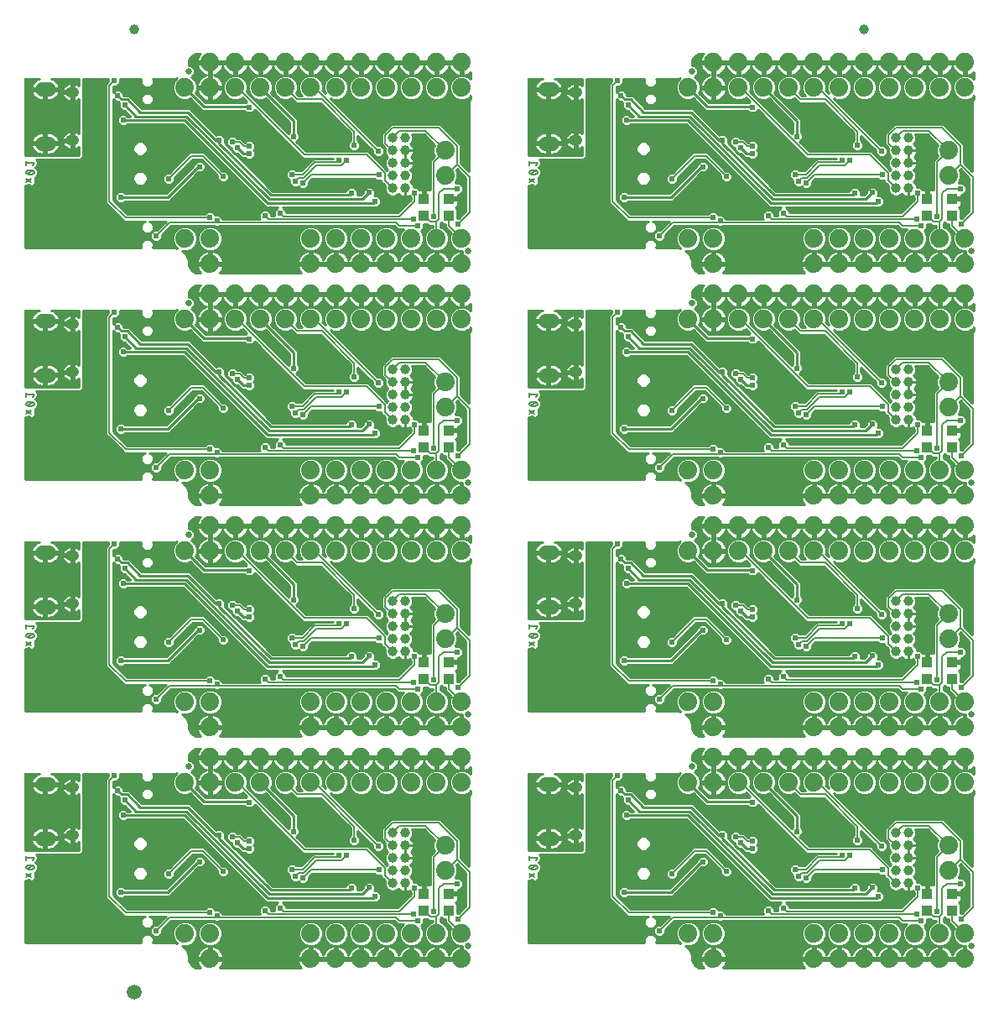
<source format=gbl>
G75*
%MOIN*%
%OFA0B0*%
%FSLAX25Y25*%
%IPPOS*%
%LPD*%
%AMOC8*
5,1,8,0,0,1.08239X$1,22.5*
%
%ADD10C,0.00800*%
%ADD11C,0.05512*%
%ADD12C,0.03937*%
%ADD13C,0.07400*%
%ADD14R,0.03937X0.04331*%
%ADD15C,0.03937*%
%ADD16C,0.02500*%
%ADD17C,0.05906*%
%ADD18C,0.02400*%
%ADD19C,0.01000*%
%ADD20C,0.00600*%
D10*
X0048650Y0065900D02*
X0050783Y0067322D01*
X0050250Y0070740D02*
X0050150Y0070738D01*
X0050051Y0070732D01*
X0049952Y0070723D01*
X0049853Y0070710D01*
X0049755Y0070693D01*
X0049657Y0070672D01*
X0049560Y0070648D01*
X0049465Y0070620D01*
X0049370Y0070589D01*
X0049277Y0070554D01*
X0049185Y0070515D01*
X0049094Y0070473D01*
X0049095Y0070473D02*
X0049047Y0070455D01*
X0049001Y0070433D01*
X0048957Y0070407D01*
X0048915Y0070379D01*
X0048875Y0070347D01*
X0048838Y0070312D01*
X0048804Y0070274D01*
X0048773Y0070233D01*
X0048745Y0070191D01*
X0048720Y0070146D01*
X0048699Y0070100D01*
X0048681Y0070052D01*
X0048668Y0070003D01*
X0048658Y0069953D01*
X0048652Y0069902D01*
X0048650Y0069851D01*
X0048652Y0069800D01*
X0048658Y0069749D01*
X0048668Y0069699D01*
X0048681Y0069650D01*
X0048699Y0069602D01*
X0048720Y0069556D01*
X0048745Y0069511D01*
X0048773Y0069469D01*
X0048804Y0069428D01*
X0048838Y0069390D01*
X0048875Y0069355D01*
X0048915Y0069323D01*
X0048957Y0069295D01*
X0049001Y0069269D01*
X0049047Y0069247D01*
X0049095Y0069229D01*
X0049361Y0069140D02*
X0051139Y0070562D01*
X0051405Y0070473D02*
X0051453Y0070455D01*
X0051499Y0070433D01*
X0051543Y0070407D01*
X0051585Y0070379D01*
X0051625Y0070347D01*
X0051662Y0070312D01*
X0051696Y0070274D01*
X0051727Y0070233D01*
X0051755Y0070191D01*
X0051780Y0070146D01*
X0051801Y0070100D01*
X0051819Y0070052D01*
X0051832Y0070003D01*
X0051842Y0069953D01*
X0051848Y0069902D01*
X0051850Y0069851D01*
X0051848Y0069800D01*
X0051842Y0069749D01*
X0051832Y0069699D01*
X0051819Y0069650D01*
X0051801Y0069602D01*
X0051780Y0069556D01*
X0051755Y0069511D01*
X0051727Y0069469D01*
X0051696Y0069428D01*
X0051662Y0069390D01*
X0051625Y0069355D01*
X0051585Y0069323D01*
X0051543Y0069295D01*
X0051499Y0069269D01*
X0051453Y0069247D01*
X0051405Y0069229D01*
X0051406Y0070473D02*
X0051315Y0070515D01*
X0051223Y0070554D01*
X0051130Y0070589D01*
X0051035Y0070620D01*
X0050940Y0070648D01*
X0050843Y0070672D01*
X0050745Y0070693D01*
X0050647Y0070710D01*
X0050548Y0070723D01*
X0050449Y0070732D01*
X0050350Y0070738D01*
X0050250Y0070740D01*
X0050250Y0068962D02*
X0050350Y0068964D01*
X0050449Y0068970D01*
X0050548Y0068979D01*
X0050647Y0068992D01*
X0050745Y0069009D01*
X0050843Y0069030D01*
X0050940Y0069054D01*
X0051035Y0069082D01*
X0051130Y0069113D01*
X0051223Y0069148D01*
X0051315Y0069187D01*
X0051406Y0069229D01*
X0050250Y0068962D02*
X0050150Y0068964D01*
X0050051Y0068970D01*
X0049952Y0068979D01*
X0049853Y0068992D01*
X0049755Y0069009D01*
X0049657Y0069030D01*
X0049560Y0069054D01*
X0049465Y0069082D01*
X0049370Y0069113D01*
X0049277Y0069148D01*
X0049185Y0069187D01*
X0049094Y0069229D01*
X0048650Y0067322D02*
X0050783Y0065900D01*
X0051139Y0072562D02*
X0051850Y0073451D01*
X0048650Y0073451D01*
X0048650Y0072562D02*
X0048650Y0074340D01*
X0048650Y0157900D02*
X0050783Y0159322D01*
X0050250Y0162740D02*
X0050150Y0162738D01*
X0050051Y0162732D01*
X0049952Y0162723D01*
X0049853Y0162710D01*
X0049755Y0162693D01*
X0049657Y0162672D01*
X0049560Y0162648D01*
X0049465Y0162620D01*
X0049370Y0162589D01*
X0049277Y0162554D01*
X0049185Y0162515D01*
X0049094Y0162473D01*
X0049095Y0162473D02*
X0049047Y0162455D01*
X0049001Y0162433D01*
X0048957Y0162407D01*
X0048915Y0162379D01*
X0048875Y0162347D01*
X0048838Y0162312D01*
X0048804Y0162274D01*
X0048773Y0162233D01*
X0048745Y0162191D01*
X0048720Y0162146D01*
X0048699Y0162100D01*
X0048681Y0162052D01*
X0048668Y0162003D01*
X0048658Y0161953D01*
X0048652Y0161902D01*
X0048650Y0161851D01*
X0048652Y0161800D01*
X0048658Y0161749D01*
X0048668Y0161699D01*
X0048681Y0161650D01*
X0048699Y0161602D01*
X0048720Y0161556D01*
X0048745Y0161511D01*
X0048773Y0161469D01*
X0048804Y0161428D01*
X0048838Y0161390D01*
X0048875Y0161355D01*
X0048915Y0161323D01*
X0048957Y0161295D01*
X0049001Y0161269D01*
X0049047Y0161247D01*
X0049095Y0161229D01*
X0049361Y0161140D02*
X0051139Y0162562D01*
X0051405Y0162473D02*
X0051453Y0162455D01*
X0051499Y0162433D01*
X0051543Y0162407D01*
X0051585Y0162379D01*
X0051625Y0162347D01*
X0051662Y0162312D01*
X0051696Y0162274D01*
X0051727Y0162233D01*
X0051755Y0162191D01*
X0051780Y0162146D01*
X0051801Y0162100D01*
X0051819Y0162052D01*
X0051832Y0162003D01*
X0051842Y0161953D01*
X0051848Y0161902D01*
X0051850Y0161851D01*
X0051848Y0161800D01*
X0051842Y0161749D01*
X0051832Y0161699D01*
X0051819Y0161650D01*
X0051801Y0161602D01*
X0051780Y0161556D01*
X0051755Y0161511D01*
X0051727Y0161469D01*
X0051696Y0161428D01*
X0051662Y0161390D01*
X0051625Y0161355D01*
X0051585Y0161323D01*
X0051543Y0161295D01*
X0051499Y0161269D01*
X0051453Y0161247D01*
X0051405Y0161229D01*
X0051406Y0162473D02*
X0051315Y0162515D01*
X0051223Y0162554D01*
X0051130Y0162589D01*
X0051035Y0162620D01*
X0050940Y0162648D01*
X0050843Y0162672D01*
X0050745Y0162693D01*
X0050647Y0162710D01*
X0050548Y0162723D01*
X0050449Y0162732D01*
X0050350Y0162738D01*
X0050250Y0162740D01*
X0050250Y0160962D02*
X0050350Y0160964D01*
X0050449Y0160970D01*
X0050548Y0160979D01*
X0050647Y0160992D01*
X0050745Y0161009D01*
X0050843Y0161030D01*
X0050940Y0161054D01*
X0051035Y0161082D01*
X0051130Y0161113D01*
X0051223Y0161148D01*
X0051315Y0161187D01*
X0051406Y0161229D01*
X0050250Y0160962D02*
X0050150Y0160964D01*
X0050051Y0160970D01*
X0049952Y0160979D01*
X0049853Y0160992D01*
X0049755Y0161009D01*
X0049657Y0161030D01*
X0049560Y0161054D01*
X0049465Y0161082D01*
X0049370Y0161113D01*
X0049277Y0161148D01*
X0049185Y0161187D01*
X0049094Y0161229D01*
X0048650Y0159322D02*
X0050783Y0157900D01*
X0051139Y0164562D02*
X0051850Y0165451D01*
X0048650Y0165451D01*
X0048650Y0164562D02*
X0048650Y0166340D01*
X0048650Y0249900D02*
X0050783Y0251322D01*
X0050250Y0254740D02*
X0050150Y0254738D01*
X0050051Y0254732D01*
X0049952Y0254723D01*
X0049853Y0254710D01*
X0049755Y0254693D01*
X0049657Y0254672D01*
X0049560Y0254648D01*
X0049465Y0254620D01*
X0049370Y0254589D01*
X0049277Y0254554D01*
X0049185Y0254515D01*
X0049094Y0254473D01*
X0049095Y0254473D02*
X0049047Y0254455D01*
X0049001Y0254433D01*
X0048957Y0254407D01*
X0048915Y0254379D01*
X0048875Y0254347D01*
X0048838Y0254312D01*
X0048804Y0254274D01*
X0048773Y0254233D01*
X0048745Y0254191D01*
X0048720Y0254146D01*
X0048699Y0254100D01*
X0048681Y0254052D01*
X0048668Y0254003D01*
X0048658Y0253953D01*
X0048652Y0253902D01*
X0048650Y0253851D01*
X0048652Y0253800D01*
X0048658Y0253749D01*
X0048668Y0253699D01*
X0048681Y0253650D01*
X0048699Y0253602D01*
X0048720Y0253556D01*
X0048745Y0253511D01*
X0048773Y0253469D01*
X0048804Y0253428D01*
X0048838Y0253390D01*
X0048875Y0253355D01*
X0048915Y0253323D01*
X0048957Y0253295D01*
X0049001Y0253269D01*
X0049047Y0253247D01*
X0049095Y0253229D01*
X0049361Y0253140D02*
X0051139Y0254562D01*
X0051405Y0254473D02*
X0051453Y0254455D01*
X0051499Y0254433D01*
X0051543Y0254407D01*
X0051585Y0254379D01*
X0051625Y0254347D01*
X0051662Y0254312D01*
X0051696Y0254274D01*
X0051727Y0254233D01*
X0051755Y0254191D01*
X0051780Y0254146D01*
X0051801Y0254100D01*
X0051819Y0254052D01*
X0051832Y0254003D01*
X0051842Y0253953D01*
X0051848Y0253902D01*
X0051850Y0253851D01*
X0051848Y0253800D01*
X0051842Y0253749D01*
X0051832Y0253699D01*
X0051819Y0253650D01*
X0051801Y0253602D01*
X0051780Y0253556D01*
X0051755Y0253511D01*
X0051727Y0253469D01*
X0051696Y0253428D01*
X0051662Y0253390D01*
X0051625Y0253355D01*
X0051585Y0253323D01*
X0051543Y0253295D01*
X0051499Y0253269D01*
X0051453Y0253247D01*
X0051405Y0253229D01*
X0051406Y0254473D02*
X0051315Y0254515D01*
X0051223Y0254554D01*
X0051130Y0254589D01*
X0051035Y0254620D01*
X0050940Y0254648D01*
X0050843Y0254672D01*
X0050745Y0254693D01*
X0050647Y0254710D01*
X0050548Y0254723D01*
X0050449Y0254732D01*
X0050350Y0254738D01*
X0050250Y0254740D01*
X0050250Y0252962D02*
X0050350Y0252964D01*
X0050449Y0252970D01*
X0050548Y0252979D01*
X0050647Y0252992D01*
X0050745Y0253009D01*
X0050843Y0253030D01*
X0050940Y0253054D01*
X0051035Y0253082D01*
X0051130Y0253113D01*
X0051223Y0253148D01*
X0051315Y0253187D01*
X0051406Y0253229D01*
X0050250Y0252962D02*
X0050150Y0252964D01*
X0050051Y0252970D01*
X0049952Y0252979D01*
X0049853Y0252992D01*
X0049755Y0253009D01*
X0049657Y0253030D01*
X0049560Y0253054D01*
X0049465Y0253082D01*
X0049370Y0253113D01*
X0049277Y0253148D01*
X0049185Y0253187D01*
X0049094Y0253229D01*
X0048650Y0251322D02*
X0050783Y0249900D01*
X0051139Y0256562D02*
X0051850Y0257451D01*
X0048650Y0257451D01*
X0048650Y0256562D02*
X0048650Y0258340D01*
X0048650Y0341900D02*
X0050783Y0343322D01*
X0050250Y0346740D02*
X0050150Y0346738D01*
X0050051Y0346732D01*
X0049952Y0346723D01*
X0049853Y0346710D01*
X0049755Y0346693D01*
X0049657Y0346672D01*
X0049560Y0346648D01*
X0049465Y0346620D01*
X0049370Y0346589D01*
X0049277Y0346554D01*
X0049185Y0346515D01*
X0049094Y0346473D01*
X0049095Y0346473D02*
X0049047Y0346455D01*
X0049001Y0346433D01*
X0048957Y0346407D01*
X0048915Y0346379D01*
X0048875Y0346347D01*
X0048838Y0346312D01*
X0048804Y0346274D01*
X0048773Y0346233D01*
X0048745Y0346191D01*
X0048720Y0346146D01*
X0048699Y0346100D01*
X0048681Y0346052D01*
X0048668Y0346003D01*
X0048658Y0345953D01*
X0048652Y0345902D01*
X0048650Y0345851D01*
X0048652Y0345800D01*
X0048658Y0345749D01*
X0048668Y0345699D01*
X0048681Y0345650D01*
X0048699Y0345602D01*
X0048720Y0345556D01*
X0048745Y0345511D01*
X0048773Y0345469D01*
X0048804Y0345428D01*
X0048838Y0345390D01*
X0048875Y0345355D01*
X0048915Y0345323D01*
X0048957Y0345295D01*
X0049001Y0345269D01*
X0049047Y0345247D01*
X0049095Y0345229D01*
X0049361Y0345140D02*
X0051139Y0346562D01*
X0051405Y0346473D02*
X0051453Y0346455D01*
X0051499Y0346433D01*
X0051543Y0346407D01*
X0051585Y0346379D01*
X0051625Y0346347D01*
X0051662Y0346312D01*
X0051696Y0346274D01*
X0051727Y0346233D01*
X0051755Y0346191D01*
X0051780Y0346146D01*
X0051801Y0346100D01*
X0051819Y0346052D01*
X0051832Y0346003D01*
X0051842Y0345953D01*
X0051848Y0345902D01*
X0051850Y0345851D01*
X0051848Y0345800D01*
X0051842Y0345749D01*
X0051832Y0345699D01*
X0051819Y0345650D01*
X0051801Y0345602D01*
X0051780Y0345556D01*
X0051755Y0345511D01*
X0051727Y0345469D01*
X0051696Y0345428D01*
X0051662Y0345390D01*
X0051625Y0345355D01*
X0051585Y0345323D01*
X0051543Y0345295D01*
X0051499Y0345269D01*
X0051453Y0345247D01*
X0051405Y0345229D01*
X0051406Y0346473D02*
X0051315Y0346515D01*
X0051223Y0346554D01*
X0051130Y0346589D01*
X0051035Y0346620D01*
X0050940Y0346648D01*
X0050843Y0346672D01*
X0050745Y0346693D01*
X0050647Y0346710D01*
X0050548Y0346723D01*
X0050449Y0346732D01*
X0050350Y0346738D01*
X0050250Y0346740D01*
X0050250Y0344962D02*
X0050350Y0344964D01*
X0050449Y0344970D01*
X0050548Y0344979D01*
X0050647Y0344992D01*
X0050745Y0345009D01*
X0050843Y0345030D01*
X0050940Y0345054D01*
X0051035Y0345082D01*
X0051130Y0345113D01*
X0051223Y0345148D01*
X0051315Y0345187D01*
X0051406Y0345229D01*
X0050250Y0344962D02*
X0050150Y0344964D01*
X0050051Y0344970D01*
X0049952Y0344979D01*
X0049853Y0344992D01*
X0049755Y0345009D01*
X0049657Y0345030D01*
X0049560Y0345054D01*
X0049465Y0345082D01*
X0049370Y0345113D01*
X0049277Y0345148D01*
X0049185Y0345187D01*
X0049094Y0345229D01*
X0048650Y0343322D02*
X0050783Y0341900D01*
X0051139Y0348562D02*
X0051850Y0349451D01*
X0048650Y0349451D01*
X0048650Y0348562D02*
X0048650Y0350340D01*
X0248650Y0350340D02*
X0248650Y0348562D01*
X0248650Y0349451D02*
X0251850Y0349451D01*
X0251139Y0348562D01*
X0250250Y0344962D02*
X0250150Y0344964D01*
X0250051Y0344970D01*
X0249952Y0344979D01*
X0249853Y0344992D01*
X0249755Y0345009D01*
X0249657Y0345030D01*
X0249560Y0345054D01*
X0249465Y0345082D01*
X0249370Y0345113D01*
X0249277Y0345148D01*
X0249185Y0345187D01*
X0249094Y0345229D01*
X0249361Y0345140D02*
X0251139Y0346562D01*
X0251405Y0346473D02*
X0251453Y0346455D01*
X0251499Y0346433D01*
X0251543Y0346407D01*
X0251585Y0346379D01*
X0251625Y0346347D01*
X0251662Y0346312D01*
X0251696Y0346274D01*
X0251727Y0346233D01*
X0251755Y0346191D01*
X0251780Y0346146D01*
X0251801Y0346100D01*
X0251819Y0346052D01*
X0251832Y0346003D01*
X0251842Y0345953D01*
X0251848Y0345902D01*
X0251850Y0345851D01*
X0251848Y0345800D01*
X0251842Y0345749D01*
X0251832Y0345699D01*
X0251819Y0345650D01*
X0251801Y0345602D01*
X0251780Y0345556D01*
X0251755Y0345511D01*
X0251727Y0345469D01*
X0251696Y0345428D01*
X0251662Y0345390D01*
X0251625Y0345355D01*
X0251585Y0345323D01*
X0251543Y0345295D01*
X0251499Y0345269D01*
X0251453Y0345247D01*
X0251405Y0345229D01*
X0251406Y0346473D02*
X0251315Y0346515D01*
X0251223Y0346554D01*
X0251130Y0346589D01*
X0251035Y0346620D01*
X0250940Y0346648D01*
X0250843Y0346672D01*
X0250745Y0346693D01*
X0250647Y0346710D01*
X0250548Y0346723D01*
X0250449Y0346732D01*
X0250350Y0346738D01*
X0250250Y0346740D01*
X0250250Y0344962D02*
X0250350Y0344964D01*
X0250449Y0344970D01*
X0250548Y0344979D01*
X0250647Y0344992D01*
X0250745Y0345009D01*
X0250843Y0345030D01*
X0250940Y0345054D01*
X0251035Y0345082D01*
X0251130Y0345113D01*
X0251223Y0345148D01*
X0251315Y0345187D01*
X0251406Y0345229D01*
X0250250Y0346740D02*
X0250150Y0346738D01*
X0250051Y0346732D01*
X0249952Y0346723D01*
X0249853Y0346710D01*
X0249755Y0346693D01*
X0249657Y0346672D01*
X0249560Y0346648D01*
X0249465Y0346620D01*
X0249370Y0346589D01*
X0249277Y0346554D01*
X0249185Y0346515D01*
X0249094Y0346473D01*
X0249095Y0346473D02*
X0249047Y0346455D01*
X0249001Y0346433D01*
X0248957Y0346407D01*
X0248915Y0346379D01*
X0248875Y0346347D01*
X0248838Y0346312D01*
X0248804Y0346274D01*
X0248773Y0346233D01*
X0248745Y0346191D01*
X0248720Y0346146D01*
X0248699Y0346100D01*
X0248681Y0346052D01*
X0248668Y0346003D01*
X0248658Y0345953D01*
X0248652Y0345902D01*
X0248650Y0345851D01*
X0248652Y0345800D01*
X0248658Y0345749D01*
X0248668Y0345699D01*
X0248681Y0345650D01*
X0248699Y0345602D01*
X0248720Y0345556D01*
X0248745Y0345511D01*
X0248773Y0345469D01*
X0248804Y0345428D01*
X0248838Y0345390D01*
X0248875Y0345355D01*
X0248915Y0345323D01*
X0248957Y0345295D01*
X0249001Y0345269D01*
X0249047Y0345247D01*
X0249095Y0345229D01*
X0248650Y0343322D02*
X0250783Y0341900D01*
X0250783Y0343322D02*
X0248650Y0341900D01*
X0248650Y0258340D02*
X0248650Y0256562D01*
X0248650Y0257451D02*
X0251850Y0257451D01*
X0251139Y0256562D01*
X0250250Y0252962D02*
X0250150Y0252964D01*
X0250051Y0252970D01*
X0249952Y0252979D01*
X0249853Y0252992D01*
X0249755Y0253009D01*
X0249657Y0253030D01*
X0249560Y0253054D01*
X0249465Y0253082D01*
X0249370Y0253113D01*
X0249277Y0253148D01*
X0249185Y0253187D01*
X0249094Y0253229D01*
X0249361Y0253140D02*
X0251139Y0254562D01*
X0251405Y0254473D02*
X0251453Y0254455D01*
X0251499Y0254433D01*
X0251543Y0254407D01*
X0251585Y0254379D01*
X0251625Y0254347D01*
X0251662Y0254312D01*
X0251696Y0254274D01*
X0251727Y0254233D01*
X0251755Y0254191D01*
X0251780Y0254146D01*
X0251801Y0254100D01*
X0251819Y0254052D01*
X0251832Y0254003D01*
X0251842Y0253953D01*
X0251848Y0253902D01*
X0251850Y0253851D01*
X0251848Y0253800D01*
X0251842Y0253749D01*
X0251832Y0253699D01*
X0251819Y0253650D01*
X0251801Y0253602D01*
X0251780Y0253556D01*
X0251755Y0253511D01*
X0251727Y0253469D01*
X0251696Y0253428D01*
X0251662Y0253390D01*
X0251625Y0253355D01*
X0251585Y0253323D01*
X0251543Y0253295D01*
X0251499Y0253269D01*
X0251453Y0253247D01*
X0251405Y0253229D01*
X0251406Y0254473D02*
X0251315Y0254515D01*
X0251223Y0254554D01*
X0251130Y0254589D01*
X0251035Y0254620D01*
X0250940Y0254648D01*
X0250843Y0254672D01*
X0250745Y0254693D01*
X0250647Y0254710D01*
X0250548Y0254723D01*
X0250449Y0254732D01*
X0250350Y0254738D01*
X0250250Y0254740D01*
X0250250Y0252962D02*
X0250350Y0252964D01*
X0250449Y0252970D01*
X0250548Y0252979D01*
X0250647Y0252992D01*
X0250745Y0253009D01*
X0250843Y0253030D01*
X0250940Y0253054D01*
X0251035Y0253082D01*
X0251130Y0253113D01*
X0251223Y0253148D01*
X0251315Y0253187D01*
X0251406Y0253229D01*
X0250250Y0254740D02*
X0250150Y0254738D01*
X0250051Y0254732D01*
X0249952Y0254723D01*
X0249853Y0254710D01*
X0249755Y0254693D01*
X0249657Y0254672D01*
X0249560Y0254648D01*
X0249465Y0254620D01*
X0249370Y0254589D01*
X0249277Y0254554D01*
X0249185Y0254515D01*
X0249094Y0254473D01*
X0249095Y0254473D02*
X0249047Y0254455D01*
X0249001Y0254433D01*
X0248957Y0254407D01*
X0248915Y0254379D01*
X0248875Y0254347D01*
X0248838Y0254312D01*
X0248804Y0254274D01*
X0248773Y0254233D01*
X0248745Y0254191D01*
X0248720Y0254146D01*
X0248699Y0254100D01*
X0248681Y0254052D01*
X0248668Y0254003D01*
X0248658Y0253953D01*
X0248652Y0253902D01*
X0248650Y0253851D01*
X0248652Y0253800D01*
X0248658Y0253749D01*
X0248668Y0253699D01*
X0248681Y0253650D01*
X0248699Y0253602D01*
X0248720Y0253556D01*
X0248745Y0253511D01*
X0248773Y0253469D01*
X0248804Y0253428D01*
X0248838Y0253390D01*
X0248875Y0253355D01*
X0248915Y0253323D01*
X0248957Y0253295D01*
X0249001Y0253269D01*
X0249047Y0253247D01*
X0249095Y0253229D01*
X0248650Y0251322D02*
X0250783Y0249900D01*
X0250783Y0251322D02*
X0248650Y0249900D01*
X0248650Y0166340D02*
X0248650Y0164562D01*
X0248650Y0165451D02*
X0251850Y0165451D01*
X0251139Y0164562D01*
X0250250Y0160962D02*
X0250150Y0160964D01*
X0250051Y0160970D01*
X0249952Y0160979D01*
X0249853Y0160992D01*
X0249755Y0161009D01*
X0249657Y0161030D01*
X0249560Y0161054D01*
X0249465Y0161082D01*
X0249370Y0161113D01*
X0249277Y0161148D01*
X0249185Y0161187D01*
X0249094Y0161229D01*
X0249361Y0161140D02*
X0251139Y0162562D01*
X0251405Y0162473D02*
X0251453Y0162455D01*
X0251499Y0162433D01*
X0251543Y0162407D01*
X0251585Y0162379D01*
X0251625Y0162347D01*
X0251662Y0162312D01*
X0251696Y0162274D01*
X0251727Y0162233D01*
X0251755Y0162191D01*
X0251780Y0162146D01*
X0251801Y0162100D01*
X0251819Y0162052D01*
X0251832Y0162003D01*
X0251842Y0161953D01*
X0251848Y0161902D01*
X0251850Y0161851D01*
X0251848Y0161800D01*
X0251842Y0161749D01*
X0251832Y0161699D01*
X0251819Y0161650D01*
X0251801Y0161602D01*
X0251780Y0161556D01*
X0251755Y0161511D01*
X0251727Y0161469D01*
X0251696Y0161428D01*
X0251662Y0161390D01*
X0251625Y0161355D01*
X0251585Y0161323D01*
X0251543Y0161295D01*
X0251499Y0161269D01*
X0251453Y0161247D01*
X0251405Y0161229D01*
X0251406Y0162473D02*
X0251315Y0162515D01*
X0251223Y0162554D01*
X0251130Y0162589D01*
X0251035Y0162620D01*
X0250940Y0162648D01*
X0250843Y0162672D01*
X0250745Y0162693D01*
X0250647Y0162710D01*
X0250548Y0162723D01*
X0250449Y0162732D01*
X0250350Y0162738D01*
X0250250Y0162740D01*
X0250250Y0160962D02*
X0250350Y0160964D01*
X0250449Y0160970D01*
X0250548Y0160979D01*
X0250647Y0160992D01*
X0250745Y0161009D01*
X0250843Y0161030D01*
X0250940Y0161054D01*
X0251035Y0161082D01*
X0251130Y0161113D01*
X0251223Y0161148D01*
X0251315Y0161187D01*
X0251406Y0161229D01*
X0250250Y0162740D02*
X0250150Y0162738D01*
X0250051Y0162732D01*
X0249952Y0162723D01*
X0249853Y0162710D01*
X0249755Y0162693D01*
X0249657Y0162672D01*
X0249560Y0162648D01*
X0249465Y0162620D01*
X0249370Y0162589D01*
X0249277Y0162554D01*
X0249185Y0162515D01*
X0249094Y0162473D01*
X0249095Y0162473D02*
X0249047Y0162455D01*
X0249001Y0162433D01*
X0248957Y0162407D01*
X0248915Y0162379D01*
X0248875Y0162347D01*
X0248838Y0162312D01*
X0248804Y0162274D01*
X0248773Y0162233D01*
X0248745Y0162191D01*
X0248720Y0162146D01*
X0248699Y0162100D01*
X0248681Y0162052D01*
X0248668Y0162003D01*
X0248658Y0161953D01*
X0248652Y0161902D01*
X0248650Y0161851D01*
X0248652Y0161800D01*
X0248658Y0161749D01*
X0248668Y0161699D01*
X0248681Y0161650D01*
X0248699Y0161602D01*
X0248720Y0161556D01*
X0248745Y0161511D01*
X0248773Y0161469D01*
X0248804Y0161428D01*
X0248838Y0161390D01*
X0248875Y0161355D01*
X0248915Y0161323D01*
X0248957Y0161295D01*
X0249001Y0161269D01*
X0249047Y0161247D01*
X0249095Y0161229D01*
X0248650Y0159322D02*
X0250783Y0157900D01*
X0250783Y0159322D02*
X0248650Y0157900D01*
X0248650Y0074340D02*
X0248650Y0072562D01*
X0248650Y0073451D02*
X0251850Y0073451D01*
X0251139Y0072562D01*
X0250250Y0068962D02*
X0250150Y0068964D01*
X0250051Y0068970D01*
X0249952Y0068979D01*
X0249853Y0068992D01*
X0249755Y0069009D01*
X0249657Y0069030D01*
X0249560Y0069054D01*
X0249465Y0069082D01*
X0249370Y0069113D01*
X0249277Y0069148D01*
X0249185Y0069187D01*
X0249094Y0069229D01*
X0249361Y0069140D02*
X0251139Y0070562D01*
X0251405Y0070473D02*
X0251453Y0070455D01*
X0251499Y0070433D01*
X0251543Y0070407D01*
X0251585Y0070379D01*
X0251625Y0070347D01*
X0251662Y0070312D01*
X0251696Y0070274D01*
X0251727Y0070233D01*
X0251755Y0070191D01*
X0251780Y0070146D01*
X0251801Y0070100D01*
X0251819Y0070052D01*
X0251832Y0070003D01*
X0251842Y0069953D01*
X0251848Y0069902D01*
X0251850Y0069851D01*
X0251848Y0069800D01*
X0251842Y0069749D01*
X0251832Y0069699D01*
X0251819Y0069650D01*
X0251801Y0069602D01*
X0251780Y0069556D01*
X0251755Y0069511D01*
X0251727Y0069469D01*
X0251696Y0069428D01*
X0251662Y0069390D01*
X0251625Y0069355D01*
X0251585Y0069323D01*
X0251543Y0069295D01*
X0251499Y0069269D01*
X0251453Y0069247D01*
X0251405Y0069229D01*
X0251406Y0070473D02*
X0251315Y0070515D01*
X0251223Y0070554D01*
X0251130Y0070589D01*
X0251035Y0070620D01*
X0250940Y0070648D01*
X0250843Y0070672D01*
X0250745Y0070693D01*
X0250647Y0070710D01*
X0250548Y0070723D01*
X0250449Y0070732D01*
X0250350Y0070738D01*
X0250250Y0070740D01*
X0250250Y0068962D02*
X0250350Y0068964D01*
X0250449Y0068970D01*
X0250548Y0068979D01*
X0250647Y0068992D01*
X0250745Y0069009D01*
X0250843Y0069030D01*
X0250940Y0069054D01*
X0251035Y0069082D01*
X0251130Y0069113D01*
X0251223Y0069148D01*
X0251315Y0069187D01*
X0251406Y0069229D01*
X0250250Y0070740D02*
X0250150Y0070738D01*
X0250051Y0070732D01*
X0249952Y0070723D01*
X0249853Y0070710D01*
X0249755Y0070693D01*
X0249657Y0070672D01*
X0249560Y0070648D01*
X0249465Y0070620D01*
X0249370Y0070589D01*
X0249277Y0070554D01*
X0249185Y0070515D01*
X0249094Y0070473D01*
X0249095Y0070473D02*
X0249047Y0070455D01*
X0249001Y0070433D01*
X0248957Y0070407D01*
X0248915Y0070379D01*
X0248875Y0070347D01*
X0248838Y0070312D01*
X0248804Y0070274D01*
X0248773Y0070233D01*
X0248745Y0070191D01*
X0248720Y0070146D01*
X0248699Y0070100D01*
X0248681Y0070052D01*
X0248668Y0070003D01*
X0248658Y0069953D01*
X0248652Y0069902D01*
X0248650Y0069851D01*
X0248652Y0069800D01*
X0248658Y0069749D01*
X0248668Y0069699D01*
X0248681Y0069650D01*
X0248699Y0069602D01*
X0248720Y0069556D01*
X0248745Y0069511D01*
X0248773Y0069469D01*
X0248804Y0069428D01*
X0248838Y0069390D01*
X0248875Y0069355D01*
X0248915Y0069323D01*
X0248957Y0069295D01*
X0249001Y0069269D01*
X0249047Y0069247D01*
X0249095Y0069229D01*
X0248650Y0067322D02*
X0250783Y0065900D01*
X0250783Y0067322D02*
X0248650Y0065900D01*
D11*
X0254908Y0081358D02*
X0257664Y0081358D01*
X0257664Y0102854D02*
X0254908Y0102854D01*
X0254908Y0173358D02*
X0257664Y0173358D01*
X0257664Y0194854D02*
X0254908Y0194854D01*
X0254908Y0265358D02*
X0257664Y0265358D01*
X0257664Y0286854D02*
X0254908Y0286854D01*
X0254908Y0357358D02*
X0257664Y0357358D01*
X0257664Y0378854D02*
X0254908Y0378854D01*
X0057664Y0378854D02*
X0054908Y0378854D01*
X0054908Y0357358D02*
X0057664Y0357358D01*
X0057664Y0286854D02*
X0054908Y0286854D01*
X0054908Y0265358D02*
X0057664Y0265358D01*
X0057664Y0194854D02*
X0054908Y0194854D01*
X0054908Y0173358D02*
X0057664Y0173358D01*
X0057664Y0102854D02*
X0054908Y0102854D01*
X0054908Y0081358D02*
X0057664Y0081358D01*
D12*
X0066427Y0082533D02*
X0067609Y0082533D01*
X0066427Y0082533D02*
X0066427Y0082533D01*
X0067609Y0082533D01*
X0067609Y0082533D01*
X0067609Y0101667D02*
X0066427Y0101667D01*
X0066427Y0101667D01*
X0067609Y0101667D01*
X0067609Y0101667D01*
X0067609Y0174533D02*
X0066427Y0174533D01*
X0066427Y0174533D01*
X0067609Y0174533D01*
X0067609Y0174533D01*
X0067609Y0193667D02*
X0066427Y0193667D01*
X0066427Y0193667D01*
X0067609Y0193667D01*
X0067609Y0193667D01*
X0067609Y0266533D02*
X0066427Y0266533D01*
X0066427Y0266533D01*
X0067609Y0266533D01*
X0067609Y0266533D01*
X0067609Y0285667D02*
X0066427Y0285667D01*
X0066427Y0285667D01*
X0067609Y0285667D01*
X0067609Y0285667D01*
X0067609Y0358533D02*
X0066427Y0358533D01*
X0066427Y0358533D01*
X0067609Y0358533D01*
X0067609Y0358533D01*
X0067609Y0377667D02*
X0066427Y0377667D01*
X0066427Y0377667D01*
X0067609Y0377667D01*
X0067609Y0377667D01*
X0266427Y0377667D02*
X0267609Y0377667D01*
X0266427Y0377667D02*
X0266427Y0377667D01*
X0267609Y0377667D01*
X0267609Y0377667D01*
X0267609Y0358533D02*
X0266427Y0358533D01*
X0266427Y0358533D01*
X0267609Y0358533D01*
X0267609Y0358533D01*
X0267609Y0285667D02*
X0266427Y0285667D01*
X0266427Y0285667D01*
X0267609Y0285667D01*
X0267609Y0285667D01*
X0267609Y0266533D02*
X0266427Y0266533D01*
X0266427Y0266533D01*
X0267609Y0266533D01*
X0267609Y0266533D01*
X0267609Y0193667D02*
X0266427Y0193667D01*
X0266427Y0193667D01*
X0267609Y0193667D01*
X0267609Y0193667D01*
X0267609Y0174533D02*
X0266427Y0174533D01*
X0266427Y0174533D01*
X0267609Y0174533D01*
X0267609Y0174533D01*
X0267609Y0101667D02*
X0266427Y0101667D01*
X0266427Y0101667D01*
X0267609Y0101667D01*
X0267609Y0101667D01*
X0267609Y0082533D02*
X0266427Y0082533D01*
X0266427Y0082533D01*
X0267609Y0082533D01*
X0267609Y0082533D01*
D13*
X0311750Y0103500D03*
X0321750Y0103500D03*
X0321750Y0113500D03*
X0331750Y0113500D03*
X0331750Y0103500D03*
X0341750Y0103500D03*
X0341750Y0113500D03*
X0351750Y0113500D03*
X0351750Y0103500D03*
X0361750Y0103500D03*
X0371750Y0103500D03*
X0371750Y0113500D03*
X0361750Y0113500D03*
X0361750Y0125500D03*
X0371750Y0125500D03*
X0381750Y0125500D03*
X0391750Y0125500D03*
X0401750Y0125500D03*
X0411750Y0125500D03*
X0421750Y0125500D03*
X0421750Y0135500D03*
X0411750Y0135500D03*
X0401750Y0135500D03*
X0391750Y0135500D03*
X0381750Y0135500D03*
X0371750Y0135500D03*
X0361750Y0135500D03*
X0381750Y0113500D03*
X0381750Y0103500D03*
X0391750Y0103500D03*
X0391750Y0113500D03*
X0401750Y0113500D03*
X0401750Y0103500D03*
X0411750Y0103500D03*
X0421750Y0103500D03*
X0421750Y0113500D03*
X0411750Y0113500D03*
X0415250Y0078500D03*
X0415250Y0068500D03*
X0411750Y0043500D03*
X0421750Y0043500D03*
X0421750Y0033500D03*
X0411750Y0033500D03*
X0401750Y0033500D03*
X0391750Y0033500D03*
X0381750Y0033500D03*
X0371750Y0033500D03*
X0361750Y0033500D03*
X0361750Y0043500D03*
X0371750Y0043500D03*
X0381750Y0043500D03*
X0391750Y0043500D03*
X0401750Y0043500D03*
X0321750Y0043500D03*
X0311750Y0043500D03*
X0321750Y0033500D03*
X0221750Y0033500D03*
X0211750Y0033500D03*
X0201750Y0033500D03*
X0191750Y0033500D03*
X0181750Y0033500D03*
X0171750Y0033500D03*
X0161750Y0033500D03*
X0161750Y0043500D03*
X0171750Y0043500D03*
X0181750Y0043500D03*
X0191750Y0043500D03*
X0201750Y0043500D03*
X0211750Y0043500D03*
X0221750Y0043500D03*
X0215250Y0068500D03*
X0215250Y0078500D03*
X0211750Y0103500D03*
X0211750Y0113500D03*
X0201750Y0113500D03*
X0191750Y0113500D03*
X0191750Y0103500D03*
X0201750Y0103500D03*
X0181750Y0103500D03*
X0181750Y0113500D03*
X0171750Y0113500D03*
X0171750Y0103500D03*
X0161750Y0103500D03*
X0161750Y0113500D03*
X0151750Y0113500D03*
X0151750Y0103500D03*
X0141750Y0103500D03*
X0131750Y0103500D03*
X0131750Y0113500D03*
X0141750Y0113500D03*
X0121750Y0113500D03*
X0121750Y0103500D03*
X0111750Y0103500D03*
X0121750Y0125500D03*
X0121750Y0135500D03*
X0111750Y0135500D03*
X0161750Y0135500D03*
X0171750Y0135500D03*
X0181750Y0135500D03*
X0191750Y0135500D03*
X0201750Y0135500D03*
X0211750Y0135500D03*
X0221750Y0135500D03*
X0221750Y0125500D03*
X0211750Y0125500D03*
X0201750Y0125500D03*
X0191750Y0125500D03*
X0181750Y0125500D03*
X0171750Y0125500D03*
X0161750Y0125500D03*
X0215250Y0160500D03*
X0215250Y0170500D03*
X0211750Y0195500D03*
X0211750Y0205500D03*
X0201750Y0205500D03*
X0191750Y0205500D03*
X0191750Y0195500D03*
X0201750Y0195500D03*
X0181750Y0195500D03*
X0181750Y0205500D03*
X0171750Y0205500D03*
X0171750Y0195500D03*
X0161750Y0195500D03*
X0161750Y0205500D03*
X0151750Y0205500D03*
X0151750Y0195500D03*
X0141750Y0195500D03*
X0131750Y0195500D03*
X0131750Y0205500D03*
X0141750Y0205500D03*
X0121750Y0205500D03*
X0121750Y0195500D03*
X0111750Y0195500D03*
X0121750Y0217500D03*
X0121750Y0227500D03*
X0111750Y0227500D03*
X0161750Y0227500D03*
X0161750Y0217500D03*
X0171750Y0217500D03*
X0171750Y0227500D03*
X0181750Y0227500D03*
X0181750Y0217500D03*
X0191750Y0217500D03*
X0201750Y0217500D03*
X0201750Y0227500D03*
X0191750Y0227500D03*
X0211750Y0227500D03*
X0211750Y0217500D03*
X0221750Y0217500D03*
X0221750Y0227500D03*
X0221750Y0205500D03*
X0221750Y0195500D03*
X0215250Y0252500D03*
X0215250Y0262500D03*
X0211750Y0287500D03*
X0201750Y0287500D03*
X0191750Y0287500D03*
X0181750Y0287500D03*
X0171750Y0287500D03*
X0161750Y0287500D03*
X0151750Y0287500D03*
X0141750Y0287500D03*
X0131750Y0287500D03*
X0121750Y0287500D03*
X0111750Y0287500D03*
X0121750Y0297500D03*
X0131750Y0297500D03*
X0141750Y0297500D03*
X0151750Y0297500D03*
X0161750Y0297500D03*
X0171750Y0297500D03*
X0181750Y0297500D03*
X0191750Y0297500D03*
X0201750Y0297500D03*
X0211750Y0297500D03*
X0221750Y0297500D03*
X0221750Y0287500D03*
X0221750Y0309500D03*
X0221750Y0319500D03*
X0211750Y0319500D03*
X0211750Y0309500D03*
X0201750Y0309500D03*
X0191750Y0309500D03*
X0191750Y0319500D03*
X0201750Y0319500D03*
X0181750Y0319500D03*
X0181750Y0309500D03*
X0171750Y0309500D03*
X0171750Y0319500D03*
X0161750Y0319500D03*
X0161750Y0309500D03*
X0121750Y0309500D03*
X0121750Y0319500D03*
X0111750Y0319500D03*
X0111750Y0379500D03*
X0121750Y0379500D03*
X0131750Y0379500D03*
X0141750Y0379500D03*
X0151750Y0379500D03*
X0161750Y0379500D03*
X0171750Y0379500D03*
X0181750Y0379500D03*
X0191750Y0379500D03*
X0201750Y0379500D03*
X0211750Y0379500D03*
X0221750Y0379500D03*
X0221750Y0389500D03*
X0211750Y0389500D03*
X0201750Y0389500D03*
X0191750Y0389500D03*
X0181750Y0389500D03*
X0171750Y0389500D03*
X0161750Y0389500D03*
X0151750Y0389500D03*
X0141750Y0389500D03*
X0131750Y0389500D03*
X0121750Y0389500D03*
X0215250Y0354500D03*
X0215250Y0344500D03*
X0311750Y0319500D03*
X0321750Y0319500D03*
X0321750Y0309500D03*
X0321750Y0297500D03*
X0331750Y0297500D03*
X0341750Y0297500D03*
X0351750Y0297500D03*
X0361750Y0297500D03*
X0371750Y0297500D03*
X0381750Y0297500D03*
X0391750Y0297500D03*
X0401750Y0297500D03*
X0411750Y0297500D03*
X0421750Y0297500D03*
X0421750Y0287500D03*
X0411750Y0287500D03*
X0401750Y0287500D03*
X0391750Y0287500D03*
X0381750Y0287500D03*
X0371750Y0287500D03*
X0361750Y0287500D03*
X0351750Y0287500D03*
X0341750Y0287500D03*
X0331750Y0287500D03*
X0321750Y0287500D03*
X0311750Y0287500D03*
X0361750Y0309500D03*
X0371750Y0309500D03*
X0371750Y0319500D03*
X0361750Y0319500D03*
X0381750Y0319500D03*
X0381750Y0309500D03*
X0391750Y0309500D03*
X0391750Y0319500D03*
X0401750Y0319500D03*
X0401750Y0309500D03*
X0411750Y0309500D03*
X0421750Y0309500D03*
X0421750Y0319500D03*
X0411750Y0319500D03*
X0415250Y0344500D03*
X0415250Y0354500D03*
X0411750Y0379500D03*
X0421750Y0379500D03*
X0421750Y0389500D03*
X0411750Y0389500D03*
X0401750Y0389500D03*
X0391750Y0389500D03*
X0381750Y0389500D03*
X0371750Y0389500D03*
X0361750Y0389500D03*
X0351750Y0389500D03*
X0341750Y0389500D03*
X0331750Y0389500D03*
X0321750Y0389500D03*
X0321750Y0379500D03*
X0311750Y0379500D03*
X0331750Y0379500D03*
X0341750Y0379500D03*
X0351750Y0379500D03*
X0361750Y0379500D03*
X0371750Y0379500D03*
X0381750Y0379500D03*
X0391750Y0379500D03*
X0401750Y0379500D03*
X0415250Y0262500D03*
X0415250Y0252500D03*
X0411750Y0227500D03*
X0421750Y0227500D03*
X0421750Y0217500D03*
X0411750Y0217500D03*
X0401750Y0217500D03*
X0401750Y0227500D03*
X0391750Y0227500D03*
X0391750Y0217500D03*
X0381750Y0217500D03*
X0381750Y0227500D03*
X0371750Y0227500D03*
X0361750Y0227500D03*
X0361750Y0217500D03*
X0371750Y0217500D03*
X0371750Y0205500D03*
X0361750Y0205500D03*
X0361750Y0195500D03*
X0371750Y0195500D03*
X0381750Y0195500D03*
X0381750Y0205500D03*
X0391750Y0205500D03*
X0391750Y0195500D03*
X0401750Y0195500D03*
X0401750Y0205500D03*
X0411750Y0205500D03*
X0421750Y0205500D03*
X0421750Y0195500D03*
X0411750Y0195500D03*
X0415250Y0170500D03*
X0415250Y0160500D03*
X0351750Y0195500D03*
X0351750Y0205500D03*
X0341750Y0205500D03*
X0341750Y0195500D03*
X0331750Y0195500D03*
X0331750Y0205500D03*
X0321750Y0205500D03*
X0321750Y0195500D03*
X0311750Y0195500D03*
X0321750Y0217500D03*
X0321750Y0227500D03*
X0311750Y0227500D03*
X0311750Y0135500D03*
X0321750Y0135500D03*
X0321750Y0125500D03*
X0221750Y0113500D03*
X0221750Y0103500D03*
X0121750Y0043500D03*
X0111750Y0043500D03*
X0121750Y0033500D03*
D14*
X0206750Y0052654D03*
X0206750Y0059346D03*
X0216750Y0059346D03*
X0216750Y0052654D03*
X0216750Y0144654D03*
X0216750Y0151346D03*
X0206750Y0151346D03*
X0206750Y0144654D03*
X0206750Y0236654D03*
X0206750Y0243346D03*
X0216750Y0243346D03*
X0216750Y0236654D03*
X0216750Y0328654D03*
X0216750Y0335346D03*
X0206750Y0335346D03*
X0206750Y0328654D03*
X0406750Y0328654D03*
X0406750Y0335346D03*
X0416750Y0335346D03*
X0416750Y0328654D03*
X0416750Y0243346D03*
X0416750Y0236654D03*
X0406750Y0236654D03*
X0406750Y0243346D03*
X0406750Y0151346D03*
X0406750Y0144654D03*
X0416750Y0144654D03*
X0416750Y0151346D03*
X0416750Y0059346D03*
X0416750Y0052654D03*
X0406750Y0052654D03*
X0406750Y0059346D03*
D15*
X0399250Y0063500D03*
X0399250Y0068500D03*
X0399250Y0073500D03*
X0399250Y0078500D03*
X0399250Y0083500D03*
X0394250Y0083500D03*
X0394250Y0078500D03*
X0394250Y0073500D03*
X0394250Y0068500D03*
X0394250Y0063500D03*
X0394250Y0155500D03*
X0394250Y0160500D03*
X0399250Y0160500D03*
X0399250Y0155500D03*
X0399250Y0165500D03*
X0399250Y0170500D03*
X0399250Y0175500D03*
X0394250Y0175500D03*
X0394250Y0170500D03*
X0394250Y0165500D03*
X0394250Y0247500D03*
X0394250Y0252500D03*
X0394250Y0257500D03*
X0399250Y0257500D03*
X0399250Y0252500D03*
X0399250Y0247500D03*
X0399250Y0262500D03*
X0399250Y0267500D03*
X0394250Y0267500D03*
X0394250Y0262500D03*
X0394250Y0339500D03*
X0394250Y0344500D03*
X0394250Y0349500D03*
X0394250Y0354500D03*
X0394250Y0359500D03*
X0399250Y0359500D03*
X0399250Y0354500D03*
X0399250Y0349500D03*
X0399250Y0344500D03*
X0399250Y0339500D03*
X0381750Y0402750D03*
X0199250Y0359500D03*
X0199250Y0354500D03*
X0199250Y0349500D03*
X0199250Y0344500D03*
X0199250Y0339500D03*
X0194250Y0339500D03*
X0194250Y0344500D03*
X0194250Y0349500D03*
X0194250Y0354500D03*
X0194250Y0359500D03*
X0091750Y0402750D03*
X0194250Y0267500D03*
X0194250Y0262500D03*
X0199250Y0262500D03*
X0199250Y0267500D03*
X0199250Y0257500D03*
X0199250Y0252500D03*
X0199250Y0247500D03*
X0194250Y0247500D03*
X0194250Y0252500D03*
X0194250Y0257500D03*
X0194250Y0175500D03*
X0194250Y0170500D03*
X0194250Y0165500D03*
X0199250Y0165500D03*
X0199250Y0170500D03*
X0199250Y0175500D03*
X0199250Y0160500D03*
X0199250Y0155500D03*
X0194250Y0155500D03*
X0194250Y0160500D03*
X0194250Y0083500D03*
X0194250Y0078500D03*
X0194250Y0073500D03*
X0194250Y0068500D03*
X0194250Y0063500D03*
X0199250Y0063500D03*
X0199250Y0068500D03*
X0199250Y0073500D03*
X0199250Y0078500D03*
X0199250Y0083500D03*
D16*
X0224250Y0038500D03*
X0313250Y0110000D03*
X0224250Y0130500D03*
X0313250Y0202000D03*
X0224250Y0222500D03*
X0313250Y0294000D03*
X0224250Y0314500D03*
X0313250Y0386000D03*
X0424250Y0314500D03*
X0424250Y0222500D03*
X0424250Y0130500D03*
X0424250Y0038500D03*
X0113250Y0110000D03*
X0113250Y0202000D03*
X0113250Y0294000D03*
X0113250Y0386000D03*
D17*
X0091750Y0020250D03*
D18*
X0100250Y0044500D03*
X0107250Y0059000D03*
X0105178Y0067272D03*
X0113150Y0072200D03*
X0117650Y0072100D03*
X0126963Y0068135D03*
X0134950Y0062100D03*
X0135950Y0053000D03*
X0143750Y0052500D03*
X0149524Y0053726D03*
X0155750Y0066400D03*
X0158650Y0065600D03*
X0154150Y0069043D03*
X0154750Y0074500D03*
X0154950Y0084100D03*
X0163250Y0081100D03*
X0160750Y0091600D03*
X0178450Y0092400D03*
X0182050Y0095600D03*
X0185550Y0092400D03*
X0178950Y0080700D03*
X0175803Y0074550D03*
X0172803Y0074700D03*
X0178062Y0061500D03*
X0185038Y0061800D03*
X0187381Y0058200D03*
X0202504Y0051246D03*
X0204340Y0048688D03*
X0210550Y0052212D03*
X0220177Y0049401D03*
X0220081Y0063312D03*
X0222250Y0065800D03*
X0202981Y0061717D03*
X0188950Y0068800D03*
X0188550Y0078200D03*
X0220650Y0088600D03*
X0220650Y0095500D03*
X0248950Y0096400D03*
X0248950Y0088400D03*
X0248950Y0077400D03*
X0272250Y0086900D03*
X0287150Y0090500D03*
X0287950Y0096500D03*
X0285107Y0100269D03*
X0283750Y0106300D03*
X0294350Y0087900D03*
X0295350Y0082700D03*
X0306750Y0078700D03*
X0313150Y0072200D03*
X0317650Y0072100D03*
X0326963Y0068135D03*
X0334950Y0062100D03*
X0335950Y0053000D03*
X0343750Y0052500D03*
X0349524Y0053726D03*
X0355750Y0066400D03*
X0358650Y0065600D03*
X0354150Y0069043D03*
X0354750Y0074500D03*
X0354950Y0084100D03*
X0363250Y0081100D03*
X0360750Y0091600D03*
X0378450Y0092400D03*
X0382050Y0095600D03*
X0385550Y0092400D03*
X0378950Y0080700D03*
X0388550Y0078200D03*
X0388950Y0068800D03*
X0385038Y0061800D03*
X0387381Y0058200D03*
X0378062Y0061500D03*
X0375803Y0074550D03*
X0372803Y0074700D03*
X0402981Y0061717D03*
X0402504Y0051246D03*
X0404340Y0048688D03*
X0410550Y0052212D03*
X0420177Y0049401D03*
X0420081Y0063312D03*
X0422250Y0065800D03*
X0420650Y0088600D03*
X0420650Y0095500D03*
X0420177Y0141401D03*
X0410550Y0144212D03*
X0404340Y0140688D03*
X0402504Y0143246D03*
X0402981Y0153717D03*
X0388950Y0160800D03*
X0385038Y0153800D03*
X0387381Y0150200D03*
X0378062Y0153500D03*
X0375803Y0166550D03*
X0372803Y0166700D03*
X0378950Y0172700D03*
X0388550Y0170200D03*
X0385550Y0184400D03*
X0382050Y0187600D03*
X0378450Y0184400D03*
X0363250Y0173100D03*
X0354950Y0176100D03*
X0360750Y0183600D03*
X0354750Y0166500D03*
X0354150Y0161043D03*
X0355750Y0158400D03*
X0358650Y0157600D03*
X0349524Y0145726D03*
X0343750Y0144500D03*
X0335950Y0145000D03*
X0334950Y0154100D03*
X0326963Y0160135D03*
X0317650Y0164100D03*
X0313150Y0164200D03*
X0306750Y0170700D03*
X0295350Y0174700D03*
X0294350Y0179900D03*
X0287150Y0182500D03*
X0287950Y0188500D03*
X0285107Y0192269D03*
X0283750Y0198300D03*
X0272250Y0178900D03*
X0248950Y0180400D03*
X0248950Y0188400D03*
X0248950Y0198200D03*
X0220650Y0187500D03*
X0220650Y0180600D03*
X0222250Y0157800D03*
X0220081Y0155312D03*
X0210550Y0144212D03*
X0204340Y0140688D03*
X0202504Y0143246D03*
X0187381Y0150200D03*
X0185038Y0153800D03*
X0178062Y0153500D03*
X0188950Y0160800D03*
X0188550Y0170200D03*
X0178950Y0172700D03*
X0175803Y0166550D03*
X0172803Y0166700D03*
X0163250Y0173100D03*
X0154950Y0176100D03*
X0160750Y0183600D03*
X0178450Y0184400D03*
X0182050Y0187600D03*
X0185550Y0184400D03*
X0154750Y0166500D03*
X0154150Y0161043D03*
X0155750Y0158400D03*
X0158650Y0157600D03*
X0149524Y0145726D03*
X0143750Y0144500D03*
X0135950Y0145000D03*
X0134950Y0154100D03*
X0126963Y0160135D03*
X0117650Y0164100D03*
X0113150Y0164200D03*
X0105178Y0159272D03*
X0107250Y0151000D03*
X0121650Y0144000D03*
X0124493Y0142600D03*
X0100250Y0136500D03*
X0086250Y0152000D03*
X0074850Y0139800D03*
X0063750Y0144300D03*
X0048950Y0169400D03*
X0048950Y0180400D03*
X0048950Y0188400D03*
X0048950Y0198200D03*
X0072250Y0178900D03*
X0087150Y0182500D03*
X0087950Y0188500D03*
X0085107Y0192269D03*
X0083750Y0198300D03*
X0094350Y0179900D03*
X0095350Y0174700D03*
X0106750Y0170700D03*
X0125350Y0174600D03*
X0130629Y0173889D03*
X0132750Y0171568D03*
X0137350Y0172200D03*
X0137350Y0169200D03*
X0137350Y0178100D03*
X0137350Y0187760D03*
X0100250Y0228500D03*
X0107250Y0243000D03*
X0105178Y0251272D03*
X0113150Y0256200D03*
X0117650Y0256100D03*
X0126963Y0252135D03*
X0134950Y0246100D03*
X0135950Y0237000D03*
X0143750Y0236500D03*
X0149524Y0237726D03*
X0155750Y0250400D03*
X0158650Y0249600D03*
X0154150Y0253043D03*
X0154750Y0258500D03*
X0163250Y0265100D03*
X0154950Y0268100D03*
X0160750Y0275600D03*
X0178450Y0276400D03*
X0182050Y0279600D03*
X0185550Y0276400D03*
X0178950Y0264700D03*
X0175803Y0258550D03*
X0172803Y0258700D03*
X0178062Y0245500D03*
X0185038Y0245800D03*
X0187381Y0242200D03*
X0188950Y0252800D03*
X0188550Y0262200D03*
X0202981Y0245717D03*
X0202504Y0235246D03*
X0204340Y0232688D03*
X0210550Y0236212D03*
X0220177Y0233401D03*
X0220081Y0247312D03*
X0222250Y0249800D03*
X0220650Y0272600D03*
X0220650Y0279500D03*
X0248950Y0280400D03*
X0248950Y0272400D03*
X0248950Y0261400D03*
X0272250Y0270900D03*
X0287150Y0274500D03*
X0294350Y0271900D03*
X0295350Y0266700D03*
X0306750Y0262700D03*
X0313150Y0256200D03*
X0317650Y0256100D03*
X0326963Y0252135D03*
X0334950Y0246100D03*
X0335950Y0237000D03*
X0343750Y0236500D03*
X0349524Y0237726D03*
X0355750Y0250400D03*
X0358650Y0249600D03*
X0354150Y0253043D03*
X0354750Y0258500D03*
X0354950Y0268100D03*
X0363250Y0265100D03*
X0372803Y0258700D03*
X0375803Y0258550D03*
X0378950Y0264700D03*
X0388550Y0262200D03*
X0388950Y0252800D03*
X0385038Y0245800D03*
X0387381Y0242200D03*
X0378062Y0245500D03*
X0402981Y0245717D03*
X0402504Y0235246D03*
X0404340Y0232688D03*
X0410550Y0236212D03*
X0420177Y0233401D03*
X0420081Y0247312D03*
X0422250Y0249800D03*
X0420650Y0272600D03*
X0420650Y0279500D03*
X0385550Y0276400D03*
X0382050Y0279600D03*
X0378450Y0276400D03*
X0360750Y0275600D03*
X0337350Y0279760D03*
X0337350Y0270100D03*
X0337350Y0264200D03*
X0337350Y0261200D03*
X0332750Y0263568D03*
X0330629Y0265889D03*
X0325350Y0266600D03*
X0305178Y0251272D03*
X0307250Y0243000D03*
X0321650Y0236000D03*
X0324493Y0234600D03*
X0300250Y0228500D03*
X0286250Y0244000D03*
X0274850Y0231800D03*
X0263750Y0236300D03*
X0287950Y0280500D03*
X0285107Y0284269D03*
X0283750Y0290300D03*
X0248950Y0290200D03*
X0274850Y0323800D03*
X0263750Y0328300D03*
X0286250Y0336000D03*
X0305178Y0343272D03*
X0307250Y0335000D03*
X0321650Y0328000D03*
X0324493Y0326600D03*
X0335950Y0329000D03*
X0343750Y0328500D03*
X0349524Y0329726D03*
X0334950Y0338100D03*
X0326963Y0344135D03*
X0317650Y0348100D03*
X0313150Y0348200D03*
X0306750Y0354700D03*
X0295350Y0358700D03*
X0294350Y0363900D03*
X0287150Y0366500D03*
X0287950Y0372500D03*
X0285107Y0376269D03*
X0283750Y0382300D03*
X0272250Y0362900D03*
X0248950Y0364400D03*
X0248950Y0372400D03*
X0248950Y0382200D03*
X0220650Y0371500D03*
X0220650Y0364600D03*
X0248950Y0353400D03*
X0222250Y0341800D03*
X0220081Y0339312D03*
X0210550Y0328212D03*
X0204340Y0324688D03*
X0202504Y0327246D03*
X0202981Y0337717D03*
X0188950Y0344800D03*
X0185038Y0337800D03*
X0187381Y0334200D03*
X0178062Y0337500D03*
X0175803Y0350550D03*
X0172803Y0350700D03*
X0178950Y0356700D03*
X0188550Y0354200D03*
X0185550Y0368400D03*
X0182050Y0371600D03*
X0178450Y0368400D03*
X0160750Y0367600D03*
X0154950Y0360100D03*
X0163250Y0357100D03*
X0154750Y0350500D03*
X0154150Y0345043D03*
X0155750Y0342400D03*
X0158650Y0341600D03*
X0149524Y0329726D03*
X0143750Y0328500D03*
X0135950Y0329000D03*
X0134950Y0338100D03*
X0126963Y0344135D03*
X0117650Y0348100D03*
X0113150Y0348200D03*
X0106750Y0354700D03*
X0105178Y0343272D03*
X0107250Y0335000D03*
X0121650Y0328000D03*
X0124493Y0326600D03*
X0100250Y0320500D03*
X0086250Y0336000D03*
X0074850Y0323800D03*
X0063750Y0328300D03*
X0048950Y0353400D03*
X0048950Y0364400D03*
X0048950Y0372400D03*
X0048950Y0382200D03*
X0072250Y0362900D03*
X0087150Y0366500D03*
X0087950Y0372500D03*
X0085107Y0376269D03*
X0083750Y0382300D03*
X0094350Y0363900D03*
X0095350Y0358700D03*
X0125350Y0358600D03*
X0130629Y0357889D03*
X0132750Y0355568D03*
X0137350Y0356200D03*
X0137350Y0353200D03*
X0137350Y0362100D03*
X0137350Y0371760D03*
X0220177Y0325401D03*
X0300250Y0320500D03*
X0337350Y0353200D03*
X0337350Y0356200D03*
X0332750Y0355568D03*
X0330629Y0357889D03*
X0325350Y0358600D03*
X0337350Y0362100D03*
X0337350Y0371760D03*
X0354950Y0360100D03*
X0360750Y0367600D03*
X0363250Y0357100D03*
X0354750Y0350500D03*
X0354150Y0345043D03*
X0355750Y0342400D03*
X0358650Y0341600D03*
X0372803Y0350700D03*
X0375803Y0350550D03*
X0378950Y0356700D03*
X0388550Y0354200D03*
X0388950Y0344800D03*
X0385038Y0337800D03*
X0387381Y0334200D03*
X0378062Y0337500D03*
X0402981Y0337717D03*
X0402504Y0327246D03*
X0404340Y0324688D03*
X0410550Y0328212D03*
X0420177Y0325401D03*
X0420081Y0339312D03*
X0422250Y0341800D03*
X0420650Y0364600D03*
X0420650Y0371500D03*
X0385550Y0368400D03*
X0382050Y0371600D03*
X0378450Y0368400D03*
X0337350Y0187760D03*
X0337350Y0178100D03*
X0330629Y0173889D03*
X0332750Y0171568D03*
X0337350Y0172200D03*
X0337350Y0169200D03*
X0325350Y0174600D03*
X0305178Y0159272D03*
X0307250Y0151000D03*
X0321650Y0144000D03*
X0324493Y0142600D03*
X0300250Y0136500D03*
X0286250Y0152000D03*
X0274850Y0139800D03*
X0263750Y0144300D03*
X0248950Y0169400D03*
X0220177Y0141401D03*
X0202981Y0153717D03*
X0248950Y0106200D03*
X0305178Y0067272D03*
X0307250Y0059000D03*
X0321650Y0052000D03*
X0324493Y0050600D03*
X0300250Y0044500D03*
X0286250Y0060000D03*
X0274850Y0047800D03*
X0263750Y0052300D03*
X0325350Y0082600D03*
X0330629Y0081889D03*
X0332750Y0079568D03*
X0337350Y0080200D03*
X0337350Y0077200D03*
X0337350Y0086100D03*
X0337350Y0095760D03*
X0420081Y0155312D03*
X0422250Y0157800D03*
X0420650Y0180600D03*
X0420650Y0187500D03*
X0137350Y0261200D03*
X0137350Y0264200D03*
X0132750Y0263568D03*
X0130629Y0265889D03*
X0125350Y0266600D03*
X0137350Y0270100D03*
X0137350Y0279760D03*
X0106750Y0262700D03*
X0095350Y0266700D03*
X0094350Y0271900D03*
X0087150Y0274500D03*
X0087950Y0280500D03*
X0085107Y0284269D03*
X0083750Y0290300D03*
X0072250Y0270900D03*
X0048950Y0272400D03*
X0048950Y0280400D03*
X0048950Y0290200D03*
X0048950Y0261400D03*
X0063750Y0236300D03*
X0074850Y0231800D03*
X0086250Y0244000D03*
X0121650Y0236000D03*
X0124493Y0234600D03*
X0083750Y0106300D03*
X0085107Y0100269D03*
X0087950Y0096500D03*
X0087150Y0090500D03*
X0094350Y0087900D03*
X0095350Y0082700D03*
X0106750Y0078700D03*
X0125350Y0082600D03*
X0130629Y0081889D03*
X0132750Y0079568D03*
X0137350Y0080200D03*
X0137350Y0077200D03*
X0137350Y0086100D03*
X0137350Y0095760D03*
X0121650Y0052000D03*
X0124493Y0050600D03*
X0086250Y0060000D03*
X0074850Y0047800D03*
X0063750Y0052300D03*
X0048950Y0077400D03*
X0048950Y0088400D03*
X0048950Y0096400D03*
X0048950Y0106200D03*
X0072250Y0086900D03*
D19*
X0048250Y0064450D02*
X0048250Y0040000D01*
X0094464Y0040000D01*
X0094272Y0040464D01*
X0094272Y0041450D01*
X0094649Y0042360D01*
X0095346Y0043057D01*
X0096257Y0043435D01*
X0097243Y0043435D01*
X0098154Y0043057D01*
X0098851Y0042360D01*
X0099228Y0041450D01*
X0099228Y0040464D01*
X0099036Y0040000D01*
X0108043Y0040000D01*
X0108758Y0039704D01*
X0107681Y0040781D01*
X0106950Y0042545D01*
X0106950Y0044455D01*
X0107681Y0046219D01*
X0109031Y0047569D01*
X0110795Y0048300D01*
X0112705Y0048300D01*
X0114469Y0047569D01*
X0115819Y0046219D01*
X0116550Y0044455D01*
X0116550Y0042545D01*
X0115819Y0040781D01*
X0114469Y0039431D01*
X0112705Y0038700D01*
X0110795Y0038700D01*
X0110705Y0038737D01*
X0112260Y0037182D01*
X0112260Y0037182D01*
X0113250Y0034793D01*
X0113250Y0033500D01*
X0113317Y0032817D01*
X0113840Y0031555D01*
X0114805Y0030590D01*
X0116067Y0030067D01*
X0116750Y0030000D01*
X0117896Y0030000D01*
X0117784Y0030112D01*
X0117303Y0030775D01*
X0116931Y0031504D01*
X0116678Y0032282D01*
X0116564Y0033000D01*
X0121250Y0033000D01*
X0121250Y0034000D01*
X0121250Y0038686D01*
X0120532Y0038572D01*
X0119754Y0038319D01*
X0119025Y0037947D01*
X0118362Y0037466D01*
X0117784Y0036888D01*
X0117303Y0036225D01*
X0116931Y0035496D01*
X0116678Y0034718D01*
X0116564Y0034000D01*
X0121250Y0034000D01*
X0122250Y0034000D01*
X0122250Y0038686D01*
X0122968Y0038572D01*
X0123746Y0038319D01*
X0124475Y0037947D01*
X0125138Y0037466D01*
X0125716Y0036888D01*
X0126197Y0036225D01*
X0126569Y0035496D01*
X0126822Y0034718D01*
X0126936Y0034000D01*
X0122250Y0034000D01*
X0122250Y0033000D01*
X0126936Y0033000D01*
X0126822Y0032282D01*
X0126569Y0031504D01*
X0126197Y0030775D01*
X0125716Y0030112D01*
X0125604Y0030000D01*
X0157896Y0030000D01*
X0157784Y0030112D01*
X0157303Y0030775D01*
X0156931Y0031504D01*
X0156678Y0032282D01*
X0156564Y0033000D01*
X0161250Y0033000D01*
X0161250Y0034000D01*
X0161250Y0038686D01*
X0160532Y0038572D01*
X0159754Y0038319D01*
X0159025Y0037947D01*
X0158362Y0037466D01*
X0157784Y0036888D01*
X0157303Y0036225D01*
X0156931Y0035496D01*
X0156678Y0034718D01*
X0156564Y0034000D01*
X0161250Y0034000D01*
X0162250Y0034000D01*
X0162250Y0038686D01*
X0162968Y0038572D01*
X0163746Y0038319D01*
X0164475Y0037947D01*
X0165138Y0037466D01*
X0165716Y0036888D01*
X0166197Y0036225D01*
X0166569Y0035496D01*
X0166750Y0034939D01*
X0166931Y0035496D01*
X0167303Y0036225D01*
X0167784Y0036888D01*
X0168362Y0037466D01*
X0169025Y0037947D01*
X0169754Y0038319D01*
X0170532Y0038572D01*
X0171250Y0038686D01*
X0171250Y0034000D01*
X0172250Y0034000D01*
X0172250Y0038686D01*
X0172968Y0038572D01*
X0173746Y0038319D01*
X0174475Y0037947D01*
X0175138Y0037466D01*
X0175716Y0036888D01*
X0176197Y0036225D01*
X0176569Y0035496D01*
X0176750Y0034939D01*
X0176931Y0035496D01*
X0177303Y0036225D01*
X0177784Y0036888D01*
X0178362Y0037466D01*
X0179025Y0037947D01*
X0179754Y0038319D01*
X0180532Y0038572D01*
X0181250Y0038686D01*
X0181250Y0034000D01*
X0182250Y0034000D01*
X0182250Y0038686D01*
X0182968Y0038572D01*
X0183746Y0038319D01*
X0184475Y0037947D01*
X0185138Y0037466D01*
X0185716Y0036888D01*
X0186197Y0036225D01*
X0186569Y0035496D01*
X0186750Y0034939D01*
X0186931Y0035496D01*
X0187303Y0036225D01*
X0187784Y0036888D01*
X0188362Y0037466D01*
X0189025Y0037947D01*
X0189754Y0038319D01*
X0190532Y0038572D01*
X0191250Y0038686D01*
X0191250Y0034000D01*
X0192250Y0034000D01*
X0192250Y0038686D01*
X0192968Y0038572D01*
X0193746Y0038319D01*
X0194475Y0037947D01*
X0195138Y0037466D01*
X0195716Y0036888D01*
X0196197Y0036225D01*
X0196569Y0035496D01*
X0196750Y0034939D01*
X0196931Y0035496D01*
X0197303Y0036225D01*
X0197784Y0036888D01*
X0198362Y0037466D01*
X0199025Y0037947D01*
X0199754Y0038319D01*
X0200532Y0038572D01*
X0201250Y0038686D01*
X0201250Y0034000D01*
X0202250Y0034000D01*
X0202250Y0038686D01*
X0202968Y0038572D01*
X0203746Y0038319D01*
X0204475Y0037947D01*
X0205138Y0037466D01*
X0205716Y0036888D01*
X0206197Y0036225D01*
X0206569Y0035496D01*
X0206750Y0034939D01*
X0206931Y0035496D01*
X0207303Y0036225D01*
X0207784Y0036888D01*
X0208362Y0037466D01*
X0209025Y0037947D01*
X0209754Y0038319D01*
X0210532Y0038572D01*
X0211250Y0038686D01*
X0211250Y0034000D01*
X0212250Y0034000D01*
X0212250Y0038686D01*
X0212968Y0038572D01*
X0213746Y0038319D01*
X0214475Y0037947D01*
X0215138Y0037466D01*
X0215716Y0036888D01*
X0216197Y0036225D01*
X0216569Y0035496D01*
X0216750Y0034939D01*
X0216931Y0035496D01*
X0217303Y0036225D01*
X0217784Y0036888D01*
X0218362Y0037466D01*
X0219025Y0037947D01*
X0219754Y0038319D01*
X0220532Y0038572D01*
X0221250Y0038686D01*
X0221250Y0034000D01*
X0222250Y0034000D01*
X0222250Y0037177D01*
X0221900Y0037527D01*
X0221900Y0038700D01*
X0220795Y0038700D01*
X0219031Y0039431D01*
X0217681Y0040781D01*
X0216950Y0042545D01*
X0216950Y0044455D01*
X0217483Y0045741D01*
X0216170Y0047054D01*
X0215350Y0047874D01*
X0215350Y0049388D01*
X0214326Y0049388D01*
X0213681Y0050033D01*
X0213681Y0050094D01*
X0213330Y0049742D01*
X0213150Y0049562D01*
X0213150Y0048116D01*
X0214469Y0047569D01*
X0215819Y0046219D01*
X0216550Y0044455D01*
X0216550Y0042545D01*
X0215819Y0040781D01*
X0214469Y0039431D01*
X0212705Y0038700D01*
X0210795Y0038700D01*
X0209031Y0039431D01*
X0207681Y0040781D01*
X0206950Y0042545D01*
X0206950Y0044455D01*
X0207681Y0046219D01*
X0209031Y0047569D01*
X0210350Y0048116D01*
X0210350Y0048712D01*
X0208712Y0048712D01*
X0208035Y0049388D01*
X0206640Y0049388D01*
X0206640Y0047735D01*
X0205471Y0046567D01*
X0205819Y0046219D01*
X0206550Y0044455D01*
X0206550Y0042545D01*
X0205819Y0040781D01*
X0204469Y0039431D01*
X0202705Y0038700D01*
X0200795Y0038700D01*
X0199031Y0039431D01*
X0197681Y0040781D01*
X0196950Y0042545D01*
X0196950Y0044455D01*
X0197681Y0046219D01*
X0198750Y0047288D01*
X0196352Y0047288D01*
X0195532Y0048108D01*
X0195040Y0048600D01*
X0125745Y0048600D01*
X0125445Y0048300D01*
X0123540Y0048300D01*
X0123340Y0048500D01*
X0106230Y0048500D01*
X0102550Y0044820D01*
X0102550Y0043547D01*
X0101203Y0042200D01*
X0099297Y0042200D01*
X0097950Y0043547D01*
X0097950Y0045453D01*
X0099297Y0046800D01*
X0100570Y0046800D01*
X0104170Y0050400D01*
X0097536Y0050400D01*
X0098154Y0050144D01*
X0098851Y0049447D01*
X0099228Y0048536D01*
X0099228Y0047550D01*
X0098851Y0046640D01*
X0098154Y0045943D01*
X0097243Y0045565D01*
X0096257Y0045565D01*
X0095346Y0045943D01*
X0094649Y0046640D01*
X0094272Y0047550D01*
X0094272Y0048536D01*
X0094649Y0049447D01*
X0095346Y0050144D01*
X0095964Y0050400D01*
X0087686Y0050400D01*
X0080350Y0057736D01*
X0080350Y0104880D01*
X0081450Y0105980D01*
X0081450Y0107000D01*
X0071350Y0107000D01*
X0071350Y0075837D01*
X0070413Y0074900D01*
X0052522Y0074900D01*
X0052852Y0074570D01*
X0053272Y0074234D01*
X0053283Y0074140D01*
X0053350Y0074072D01*
X0053350Y0073534D01*
X0053409Y0072999D01*
X0053350Y0072925D01*
X0053350Y0072830D01*
X0052969Y0072449D01*
X0052388Y0071722D01*
X0052546Y0071668D01*
X0052546Y0071668D01*
X0052546Y0071668D01*
X0053350Y0070543D01*
X0053350Y0069160D01*
X0052546Y0068034D01*
X0052546Y0068034D01*
X0052192Y0067913D01*
X0052376Y0067637D01*
X0052171Y0066611D01*
X0052376Y0065585D01*
X0051687Y0064551D01*
X0050468Y0064307D01*
X0049717Y0064808D01*
X0048965Y0064307D01*
X0048250Y0064450D01*
X0048250Y0064446D02*
X0048269Y0064446D01*
X0049174Y0064446D02*
X0050260Y0064446D01*
X0051164Y0064446D02*
X0080350Y0064446D01*
X0080350Y0063448D02*
X0048250Y0063448D01*
X0048250Y0062449D02*
X0080350Y0062449D01*
X0080350Y0061451D02*
X0048250Y0061451D01*
X0048250Y0060452D02*
X0080350Y0060452D01*
X0080350Y0059454D02*
X0048250Y0059454D01*
X0048250Y0058455D02*
X0080350Y0058455D01*
X0080629Y0057457D02*
X0048250Y0057457D01*
X0048250Y0056458D02*
X0081628Y0056458D01*
X0082626Y0055460D02*
X0048250Y0055460D01*
X0048250Y0054461D02*
X0083625Y0054461D01*
X0084623Y0053463D02*
X0048250Y0053463D01*
X0048250Y0052464D02*
X0085622Y0052464D01*
X0086621Y0051466D02*
X0048250Y0051466D01*
X0048250Y0050467D02*
X0087619Y0050467D01*
X0088846Y0053200D02*
X0083150Y0058896D01*
X0083150Y0098973D01*
X0084155Y0097969D01*
X0085145Y0097969D01*
X0085655Y0097458D01*
X0085650Y0097453D01*
X0085650Y0095547D01*
X0086997Y0094200D01*
X0087987Y0094200D01*
X0090087Y0092100D01*
X0088803Y0092100D01*
X0088103Y0092800D01*
X0086197Y0092800D01*
X0084850Y0091453D01*
X0084850Y0089547D01*
X0086197Y0088200D01*
X0088103Y0088200D01*
X0088803Y0088900D01*
X0110987Y0088900D01*
X0142950Y0056937D01*
X0143887Y0056000D01*
X0148544Y0056000D01*
X0147224Y0054679D01*
X0147224Y0052774D01*
X0147397Y0052600D01*
X0146050Y0052600D01*
X0146050Y0053453D01*
X0144703Y0054800D01*
X0142797Y0054800D01*
X0141450Y0053453D01*
X0141450Y0051547D01*
X0141597Y0051400D01*
X0126793Y0051400D01*
X0126793Y0051553D01*
X0125445Y0052900D01*
X0123950Y0052900D01*
X0123950Y0052953D01*
X0122603Y0054300D01*
X0120697Y0054300D01*
X0119597Y0053200D01*
X0088846Y0053200D01*
X0088583Y0053463D02*
X0119860Y0053463D01*
X0123440Y0053463D02*
X0141460Y0053463D01*
X0141450Y0052464D02*
X0125881Y0052464D01*
X0126793Y0051466D02*
X0141532Y0051466D01*
X0142459Y0054461D02*
X0087585Y0054461D01*
X0086586Y0055460D02*
X0148004Y0055460D01*
X0147224Y0054461D02*
X0145041Y0054461D01*
X0146040Y0053463D02*
X0147224Y0053463D01*
X0150503Y0056000D02*
X0186328Y0056000D01*
X0186428Y0055900D01*
X0188333Y0055900D01*
X0189681Y0057247D01*
X0189681Y0059153D01*
X0188333Y0060500D01*
X0186991Y0060500D01*
X0187338Y0060847D01*
X0187338Y0062753D01*
X0185991Y0064100D01*
X0184085Y0064100D01*
X0182738Y0062753D01*
X0182738Y0061763D01*
X0181775Y0060800D01*
X0180362Y0060800D01*
X0180362Y0062453D01*
X0179014Y0063800D01*
X0177109Y0063800D01*
X0175762Y0062453D01*
X0175762Y0062400D01*
X0146628Y0062400D01*
X0127515Y0081513D01*
X0127650Y0081647D01*
X0127650Y0083553D01*
X0126303Y0084900D01*
X0124397Y0084900D01*
X0124218Y0084720D01*
X0114575Y0094363D01*
X0113638Y0095300D01*
X0094665Y0095300D01*
X0089565Y0100400D01*
X0087407Y0100400D01*
X0087407Y0101221D01*
X0086060Y0102568D01*
X0084155Y0102568D01*
X0083150Y0101564D01*
X0083150Y0103720D01*
X0083430Y0104000D01*
X0084703Y0104000D01*
X0086050Y0105347D01*
X0086050Y0107000D01*
X0094464Y0107000D01*
X0094272Y0106536D01*
X0094272Y0105550D01*
X0094649Y0104640D01*
X0095346Y0103943D01*
X0096257Y0103565D01*
X0097243Y0103565D01*
X0098154Y0103943D01*
X0098851Y0104640D01*
X0099228Y0105550D01*
X0099228Y0106536D01*
X0099036Y0107000D01*
X0108043Y0107000D01*
X0108758Y0107296D01*
X0107681Y0106219D01*
X0106950Y0104455D01*
X0106950Y0102545D01*
X0107681Y0100781D01*
X0109031Y0099431D01*
X0110795Y0098700D01*
X0112705Y0098700D01*
X0113824Y0099164D01*
X0117650Y0095337D01*
X0118587Y0094400D01*
X0135458Y0094400D01*
X0136397Y0093460D01*
X0138303Y0093460D01*
X0139471Y0094629D01*
X0158700Y0075400D01*
X0170503Y0075400D01*
X0170503Y0075200D01*
X0162876Y0075200D01*
X0158119Y0070443D01*
X0156003Y0070443D01*
X0155103Y0071343D01*
X0153197Y0071343D01*
X0151850Y0069995D01*
X0151850Y0068090D01*
X0153197Y0066743D01*
X0153450Y0066743D01*
X0153450Y0065447D01*
X0154797Y0064100D01*
X0156703Y0064100D01*
X0156800Y0064197D01*
X0157697Y0063300D01*
X0159603Y0063300D01*
X0160950Y0064647D01*
X0160950Y0065920D01*
X0162430Y0067400D01*
X0187097Y0067400D01*
X0187997Y0066500D01*
X0189750Y0066500D01*
X0189750Y0066020D01*
X0190570Y0065200D01*
X0191322Y0064449D01*
X0191181Y0064110D01*
X0191181Y0062890D01*
X0191649Y0061762D01*
X0192512Y0060899D01*
X0193640Y0060431D01*
X0194860Y0060431D01*
X0195988Y0060899D01*
X0196485Y0061395D01*
X0196556Y0061289D01*
X0197039Y0060806D01*
X0197607Y0060426D01*
X0198238Y0060165D01*
X0198908Y0060031D01*
X0199250Y0060031D01*
X0199592Y0060031D01*
X0200262Y0060165D01*
X0200893Y0060426D01*
X0200969Y0060477D01*
X0201581Y0059865D01*
X0201581Y0059011D01*
X0196397Y0053826D01*
X0151823Y0053826D01*
X0151823Y0054679D01*
X0150503Y0056000D01*
X0151043Y0055460D02*
X0198030Y0055460D01*
X0199028Y0056458D02*
X0188892Y0056458D01*
X0189681Y0057457D02*
X0200027Y0057457D01*
X0201025Y0058455D02*
X0189681Y0058455D01*
X0189380Y0059454D02*
X0201581Y0059454D01*
X0200994Y0060452D02*
X0200932Y0060452D01*
X0199250Y0060452D02*
X0199250Y0060452D01*
X0199250Y0060031D02*
X0199250Y0063500D01*
X0199250Y0063500D01*
X0199250Y0060031D01*
X0199250Y0061451D02*
X0199250Y0061451D01*
X0199250Y0062449D02*
X0199250Y0062449D01*
X0199250Y0063448D02*
X0199250Y0063448D01*
X0197568Y0060452D02*
X0194911Y0060452D01*
X0193589Y0060452D02*
X0188381Y0060452D01*
X0187338Y0061451D02*
X0191960Y0061451D01*
X0191364Y0062449D02*
X0187338Y0062449D01*
X0186643Y0063448D02*
X0191181Y0063448D01*
X0191321Y0064446D02*
X0160749Y0064446D01*
X0160950Y0065445D02*
X0190325Y0065445D01*
X0189750Y0066443D02*
X0161473Y0066443D01*
X0159751Y0063448D02*
X0176757Y0063448D01*
X0175762Y0062449D02*
X0146579Y0062449D01*
X0145580Y0063448D02*
X0157549Y0063448D01*
X0154451Y0064446D02*
X0144582Y0064446D01*
X0143583Y0065445D02*
X0153452Y0065445D01*
X0153450Y0066443D02*
X0142585Y0066443D01*
X0141586Y0067442D02*
X0152498Y0067442D01*
X0151850Y0068440D02*
X0140588Y0068440D01*
X0139589Y0069439D02*
X0151850Y0069439D01*
X0152292Y0070437D02*
X0138591Y0070437D01*
X0137592Y0071436D02*
X0159112Y0071436D01*
X0160110Y0072434D02*
X0136594Y0072434D01*
X0135595Y0073433D02*
X0161109Y0073433D01*
X0162107Y0074432D02*
X0134597Y0074432D01*
X0134455Y0075600D02*
X0135697Y0075600D01*
X0136397Y0074900D01*
X0138303Y0074900D01*
X0139650Y0076247D01*
X0139650Y0078153D01*
X0139103Y0078700D01*
X0139650Y0079247D01*
X0139650Y0081153D01*
X0138303Y0082500D01*
X0136397Y0082500D01*
X0135633Y0081735D01*
X0134078Y0083289D01*
X0132481Y0083289D01*
X0131581Y0084189D01*
X0129676Y0084189D01*
X0128329Y0082842D01*
X0128329Y0080937D01*
X0129676Y0079589D01*
X0130450Y0079589D01*
X0130450Y0078615D01*
X0131797Y0077268D01*
X0132787Y0077268D01*
X0134455Y0075600D01*
X0133598Y0075430D02*
X0135867Y0075430D01*
X0135118Y0077200D02*
X0132750Y0079568D01*
X0130450Y0079424D02*
X0129604Y0079424D01*
X0128843Y0080423D02*
X0128606Y0080423D01*
X0128329Y0081421D02*
X0127607Y0081421D01*
X0127650Y0082420D02*
X0128329Y0082420D01*
X0128905Y0083418D02*
X0127650Y0083418D01*
X0126786Y0084417D02*
X0149684Y0084417D01*
X0150682Y0083418D02*
X0132353Y0083418D01*
X0134948Y0082420D02*
X0136317Y0082420D01*
X0138383Y0082420D02*
X0151681Y0082420D01*
X0152679Y0081421D02*
X0139382Y0081421D01*
X0139650Y0080423D02*
X0153678Y0080423D01*
X0154676Y0079424D02*
X0139650Y0079424D01*
X0139377Y0078426D02*
X0155675Y0078426D01*
X0156673Y0077427D02*
X0139650Y0077427D01*
X0139650Y0076429D02*
X0157672Y0076429D01*
X0158670Y0075430D02*
X0138833Y0075430D01*
X0137350Y0077200D02*
X0135118Y0077200D01*
X0133627Y0076429D02*
X0132600Y0076429D01*
X0131638Y0077427D02*
X0131601Y0077427D01*
X0130640Y0078426D02*
X0130603Y0078426D01*
X0125350Y0081415D02*
X0145965Y0060800D01*
X0177362Y0060800D01*
X0178062Y0061500D01*
X0180362Y0061451D02*
X0182426Y0061451D01*
X0182738Y0062449D02*
X0180362Y0062449D01*
X0179367Y0063448D02*
X0183433Y0063448D01*
X0185038Y0061800D02*
X0182438Y0059200D01*
X0145213Y0059200D01*
X0112313Y0092100D01*
X0092350Y0092100D01*
X0087950Y0096500D01*
X0085650Y0096399D02*
X0083150Y0096399D01*
X0083150Y0097397D02*
X0085650Y0097397D01*
X0086576Y0098800D02*
X0088903Y0098800D01*
X0094003Y0093700D01*
X0112975Y0093700D01*
X0124075Y0082600D01*
X0125350Y0082600D01*
X0125350Y0081415D01*
X0123523Y0085415D02*
X0148685Y0085415D01*
X0147687Y0086414D02*
X0122525Y0086414D01*
X0121526Y0087412D02*
X0146688Y0087412D01*
X0145690Y0088411D02*
X0120528Y0088411D01*
X0119529Y0089409D02*
X0144691Y0089409D01*
X0143693Y0090408D02*
X0118531Y0090408D01*
X0117532Y0091406D02*
X0142694Y0091406D01*
X0141696Y0092405D02*
X0116533Y0092405D01*
X0115535Y0093403D02*
X0140697Y0093403D01*
X0139698Y0094402D02*
X0139244Y0094402D01*
X0137350Y0095760D02*
X0137110Y0096000D01*
X0119250Y0096000D01*
X0111750Y0103500D01*
X0107335Y0105385D02*
X0099160Y0105385D01*
X0099228Y0106384D02*
X0107846Y0106384D01*
X0106950Y0104387D02*
X0098598Y0104387D01*
X0097347Y0101391D02*
X0107428Y0101391D01*
X0107014Y0102390D02*
X0086239Y0102390D01*
X0087237Y0101391D02*
X0096153Y0101391D01*
X0096257Y0101435D02*
X0095346Y0101057D01*
X0094649Y0100360D01*
X0094272Y0099450D01*
X0094272Y0098464D01*
X0094649Y0097553D01*
X0095346Y0096856D01*
X0096257Y0096479D01*
X0097243Y0096479D01*
X0098154Y0096856D01*
X0098851Y0097553D01*
X0099228Y0098464D01*
X0099228Y0099450D01*
X0098851Y0100360D01*
X0098154Y0101057D01*
X0097243Y0101435D01*
X0096257Y0101435D01*
X0094682Y0100393D02*
X0089573Y0100393D01*
X0090571Y0099394D02*
X0094272Y0099394D01*
X0094300Y0098396D02*
X0091570Y0098396D01*
X0092568Y0097397D02*
X0094805Y0097397D01*
X0093567Y0096399D02*
X0116588Y0096399D01*
X0115590Y0097397D02*
X0098695Y0097397D01*
X0099200Y0098396D02*
X0114591Y0098396D01*
X0117120Y0100393D02*
X0117580Y0100393D01*
X0117784Y0100112D02*
X0118362Y0099534D01*
X0119025Y0099053D01*
X0119754Y0098681D01*
X0120532Y0098428D01*
X0121250Y0098314D01*
X0121250Y0103000D01*
X0122250Y0103000D01*
X0122250Y0104000D01*
X0126936Y0104000D01*
X0126822Y0104718D01*
X0126569Y0105496D01*
X0126197Y0106225D01*
X0125716Y0106888D01*
X0125138Y0107466D01*
X0124475Y0107947D01*
X0123746Y0108319D01*
X0123189Y0108500D01*
X0123746Y0108681D01*
X0124475Y0109053D01*
X0125138Y0109534D01*
X0125716Y0110112D01*
X0126197Y0110775D01*
X0126569Y0111504D01*
X0126750Y0112061D01*
X0126931Y0111504D01*
X0127303Y0110775D01*
X0127784Y0110112D01*
X0128362Y0109534D01*
X0129025Y0109053D01*
X0129754Y0108681D01*
X0130532Y0108428D01*
X0131250Y0108314D01*
X0131250Y0113000D01*
X0132250Y0113000D01*
X0132250Y0114000D01*
X0141250Y0114000D01*
X0141250Y0113000D01*
X0142250Y0113000D01*
X0142250Y0114000D01*
X0151250Y0114000D01*
X0151250Y0113000D01*
X0152250Y0113000D01*
X0152250Y0114000D01*
X0161250Y0114000D01*
X0161250Y0113000D01*
X0162250Y0113000D01*
X0162250Y0114000D01*
X0171250Y0114000D01*
X0171250Y0113000D01*
X0172250Y0113000D01*
X0172250Y0114000D01*
X0181250Y0114000D01*
X0181250Y0113000D01*
X0182250Y0113000D01*
X0182250Y0114000D01*
X0191250Y0114000D01*
X0191250Y0113000D01*
X0192250Y0113000D01*
X0192250Y0114000D01*
X0201250Y0114000D01*
X0201250Y0113000D01*
X0202250Y0113000D01*
X0202250Y0114000D01*
X0211250Y0114000D01*
X0211250Y0113000D01*
X0212250Y0113000D01*
X0212250Y0114000D01*
X0221250Y0114000D01*
X0221250Y0113000D01*
X0222250Y0113000D01*
X0222250Y0108314D01*
X0222968Y0108428D01*
X0223746Y0108681D01*
X0224475Y0109053D01*
X0225138Y0109534D01*
X0225250Y0109646D01*
X0225250Y0106788D01*
X0224469Y0107569D01*
X0222705Y0108300D01*
X0220795Y0108300D01*
X0219031Y0107569D01*
X0217681Y0106219D01*
X0216950Y0104455D01*
X0216950Y0102545D01*
X0217681Y0100781D01*
X0219031Y0099431D01*
X0220795Y0098700D01*
X0222705Y0098700D01*
X0224469Y0099431D01*
X0225250Y0100212D01*
X0225250Y0099008D01*
X0224607Y0098365D01*
X0224607Y0070322D01*
X0221250Y0073680D01*
X0221250Y0080985D01*
X0220430Y0081805D01*
X0214087Y0088148D01*
X0213267Y0088968D01*
X0193682Y0088968D01*
X0192862Y0088148D01*
X0190802Y0086088D01*
X0189981Y0085268D01*
X0189981Y0080789D01*
X0190802Y0079969D01*
X0191322Y0079449D01*
X0191181Y0079110D01*
X0191181Y0077890D01*
X0191649Y0076762D01*
X0192410Y0076000D01*
X0191649Y0075238D01*
X0191181Y0074110D01*
X0191181Y0072890D01*
X0191649Y0071762D01*
X0192410Y0071000D01*
X0192055Y0070645D01*
X0184500Y0078200D01*
X0159860Y0078200D01*
X0156081Y0081979D01*
X0157250Y0083147D01*
X0157250Y0085053D01*
X0156550Y0085753D01*
X0156550Y0090963D01*
X0146086Y0101426D01*
X0146550Y0102545D01*
X0146550Y0104455D01*
X0145819Y0106219D01*
X0144469Y0107569D01*
X0142705Y0108300D01*
X0140795Y0108300D01*
X0139031Y0107569D01*
X0137681Y0106219D01*
X0136950Y0104455D01*
X0136950Y0102545D01*
X0137681Y0100781D01*
X0139031Y0099431D01*
X0140795Y0098700D01*
X0142705Y0098700D01*
X0143824Y0099164D01*
X0153350Y0089637D01*
X0153350Y0085753D01*
X0152829Y0085231D01*
X0136247Y0101813D01*
X0136550Y0102545D01*
X0136550Y0104455D01*
X0135819Y0106219D01*
X0134469Y0107569D01*
X0132705Y0108300D01*
X0130795Y0108300D01*
X0129031Y0107569D01*
X0127681Y0106219D01*
X0126950Y0104455D01*
X0126950Y0102545D01*
X0127681Y0100781D01*
X0129031Y0099431D01*
X0130795Y0098700D01*
X0132705Y0098700D01*
X0134469Y0099431D01*
X0134569Y0099531D01*
X0136219Y0097882D01*
X0135937Y0097600D01*
X0119913Y0097600D01*
X0116086Y0101426D01*
X0116550Y0102545D01*
X0116550Y0104455D01*
X0115819Y0106219D01*
X0114469Y0107569D01*
X0114238Y0107665D01*
X0115600Y0109027D01*
X0115600Y0110973D01*
X0114223Y0112350D01*
X0113250Y0112350D01*
X0113250Y0113500D01*
X0113317Y0114183D01*
X0113840Y0115444D01*
X0114805Y0116410D01*
X0116067Y0116933D01*
X0116750Y0117000D01*
X0117896Y0117000D01*
X0117784Y0116888D01*
X0117303Y0116225D01*
X0116931Y0115496D01*
X0116678Y0114718D01*
X0116564Y0114000D01*
X0121250Y0114000D01*
X0121250Y0113000D01*
X0116564Y0113000D01*
X0116678Y0112282D01*
X0116931Y0111504D01*
X0117303Y0110775D01*
X0117784Y0110112D01*
X0118362Y0109534D01*
X0119025Y0109053D01*
X0119754Y0108681D01*
X0120311Y0108500D01*
X0119754Y0108319D01*
X0119025Y0107947D01*
X0118362Y0107466D01*
X0117784Y0106888D01*
X0117303Y0106225D01*
X0116931Y0105496D01*
X0116678Y0104718D01*
X0116564Y0104000D01*
X0121250Y0104000D01*
X0121250Y0113000D01*
X0122250Y0113000D01*
X0122250Y0114000D01*
X0131250Y0114000D01*
X0131250Y0113000D01*
X0126564Y0113000D01*
X0122250Y0113000D01*
X0122250Y0108686D01*
X0122250Y0104000D01*
X0121250Y0104000D01*
X0121250Y0103000D01*
X0116564Y0103000D01*
X0116678Y0102282D01*
X0116931Y0101504D01*
X0117303Y0100775D01*
X0117784Y0100112D01*
X0118118Y0099394D02*
X0118554Y0099394D01*
X0119117Y0098396D02*
X0120736Y0098396D01*
X0121250Y0098396D02*
X0122250Y0098396D01*
X0122250Y0098314D02*
X0122968Y0098428D01*
X0123746Y0098681D01*
X0124475Y0099053D01*
X0125138Y0099534D01*
X0125716Y0100112D01*
X0126197Y0100775D01*
X0126569Y0101504D01*
X0126822Y0102282D01*
X0126936Y0103000D01*
X0122250Y0103000D01*
X0122250Y0098314D01*
X0122764Y0098396D02*
X0135704Y0098396D01*
X0134706Y0099394D02*
X0134381Y0099394D01*
X0136669Y0101391D02*
X0137428Y0101391D01*
X0137667Y0100393D02*
X0138069Y0100393D01*
X0138666Y0099394D02*
X0139119Y0099394D01*
X0139664Y0098396D02*
X0144591Y0098396D01*
X0145590Y0097397D02*
X0140663Y0097397D01*
X0141661Y0096399D02*
X0146588Y0096399D01*
X0147587Y0095400D02*
X0142660Y0095400D01*
X0143658Y0094402D02*
X0148586Y0094402D01*
X0149584Y0093403D02*
X0144657Y0093403D01*
X0145655Y0092405D02*
X0150583Y0092405D01*
X0151581Y0091406D02*
X0146654Y0091406D01*
X0147652Y0090408D02*
X0152580Y0090408D01*
X0153350Y0089409D02*
X0148651Y0089409D01*
X0149649Y0088411D02*
X0153350Y0088411D01*
X0153350Y0087412D02*
X0150648Y0087412D01*
X0151646Y0086414D02*
X0153350Y0086414D01*
X0153012Y0085415D02*
X0152645Y0085415D01*
X0154950Y0084100D02*
X0154950Y0090300D01*
X0141750Y0103500D01*
X0137335Y0105385D02*
X0136165Y0105385D01*
X0136550Y0104387D02*
X0136950Y0104387D01*
X0136950Y0103388D02*
X0136550Y0103388D01*
X0136486Y0102390D02*
X0137014Y0102390D01*
X0137846Y0106384D02*
X0135654Y0106384D01*
X0134656Y0107382D02*
X0138844Y0107382D01*
X0139754Y0108681D02*
X0140532Y0108428D01*
X0141250Y0108314D01*
X0141250Y0113000D01*
X0136564Y0113000D01*
X0132250Y0113000D01*
X0132250Y0108314D01*
X0132968Y0108428D01*
X0133746Y0108681D01*
X0134475Y0109053D01*
X0135138Y0109534D01*
X0135716Y0110112D01*
X0136197Y0110775D01*
X0136569Y0111504D01*
X0136750Y0112061D01*
X0136931Y0111504D01*
X0137303Y0110775D01*
X0137784Y0110112D01*
X0138362Y0109534D01*
X0139025Y0109053D01*
X0139754Y0108681D01*
X0140830Y0108381D02*
X0132670Y0108381D01*
X0132250Y0108381D02*
X0131250Y0108381D01*
X0130830Y0108381D02*
X0123556Y0108381D01*
X0122250Y0108381D02*
X0121250Y0108381D01*
X0121250Y0109379D02*
X0122250Y0109379D01*
X0122250Y0110378D02*
X0121250Y0110378D01*
X0121250Y0111376D02*
X0122250Y0111376D01*
X0122250Y0112375D02*
X0121250Y0112375D01*
X0121250Y0113373D02*
X0113250Y0113373D01*
X0113250Y0112375D02*
X0116663Y0112375D01*
X0116996Y0111376D02*
X0115197Y0111376D01*
X0115600Y0110378D02*
X0117591Y0110378D01*
X0118575Y0109379D02*
X0115600Y0109379D01*
X0114954Y0108381D02*
X0119944Y0108381D01*
X0121250Y0107382D02*
X0122250Y0107382D01*
X0122250Y0106384D02*
X0121250Y0106384D01*
X0121250Y0105385D02*
X0122250Y0105385D01*
X0122250Y0104387D02*
X0121250Y0104387D01*
X0121250Y0103388D02*
X0116550Y0103388D01*
X0116550Y0104387D02*
X0116626Y0104387D01*
X0116895Y0105385D02*
X0116165Y0105385D01*
X0115654Y0106384D02*
X0117418Y0106384D01*
X0118278Y0107382D02*
X0114656Y0107382D01*
X0116486Y0102390D02*
X0116661Y0102390D01*
X0116988Y0101391D02*
X0116121Y0101391D01*
X0121250Y0101391D02*
X0122250Y0101391D01*
X0122250Y0100393D02*
X0121250Y0100393D01*
X0121250Y0099394D02*
X0122250Y0099394D01*
X0124946Y0099394D02*
X0129119Y0099394D01*
X0128069Y0100393D02*
X0125920Y0100393D01*
X0126512Y0101391D02*
X0127428Y0101391D01*
X0127014Y0102390D02*
X0126839Y0102390D01*
X0126950Y0103388D02*
X0122250Y0103388D01*
X0122250Y0102390D02*
X0121250Y0102390D01*
X0126874Y0104387D02*
X0126950Y0104387D01*
X0126605Y0105385D02*
X0127335Y0105385D01*
X0127846Y0106384D02*
X0126082Y0106384D01*
X0125221Y0107382D02*
X0128844Y0107382D01*
X0128575Y0109379D02*
X0124925Y0109379D01*
X0125909Y0110378D02*
X0127591Y0110378D01*
X0126996Y0111376D02*
X0126504Y0111376D01*
X0122250Y0113373D02*
X0131250Y0113373D01*
X0131250Y0112375D02*
X0132250Y0112375D01*
X0132250Y0113373D02*
X0141250Y0113373D01*
X0141250Y0112375D02*
X0142250Y0112375D01*
X0142250Y0113000D02*
X0142250Y0108314D01*
X0142968Y0108428D01*
X0143746Y0108681D01*
X0144475Y0109053D01*
X0145138Y0109534D01*
X0145716Y0110112D01*
X0146197Y0110775D01*
X0146569Y0111504D01*
X0146750Y0112061D01*
X0146931Y0111504D01*
X0147303Y0110775D01*
X0147784Y0110112D01*
X0148362Y0109534D01*
X0149025Y0109053D01*
X0149754Y0108681D01*
X0150532Y0108428D01*
X0151250Y0108314D01*
X0151250Y0113000D01*
X0146564Y0113000D01*
X0142250Y0113000D01*
X0142250Y0113373D02*
X0151250Y0113373D01*
X0151250Y0112375D02*
X0152250Y0112375D01*
X0152250Y0113000D02*
X0152250Y0108314D01*
X0152968Y0108428D01*
X0153746Y0108681D01*
X0154475Y0109053D01*
X0155138Y0109534D01*
X0155716Y0110112D01*
X0156197Y0110775D01*
X0156569Y0111504D01*
X0156750Y0112061D01*
X0156931Y0111504D01*
X0157303Y0110775D01*
X0157784Y0110112D01*
X0158362Y0109534D01*
X0159025Y0109053D01*
X0159754Y0108681D01*
X0160532Y0108428D01*
X0161250Y0108314D01*
X0161250Y0113000D01*
X0156936Y0113000D01*
X0152250Y0113000D01*
X0152250Y0113373D02*
X0161250Y0113373D01*
X0161250Y0112375D02*
X0162250Y0112375D01*
X0162250Y0113000D02*
X0162250Y0108314D01*
X0162968Y0108428D01*
X0163746Y0108681D01*
X0164475Y0109053D01*
X0165138Y0109534D01*
X0165716Y0110112D01*
X0166197Y0110775D01*
X0166569Y0111504D01*
X0166750Y0112061D01*
X0166931Y0111504D01*
X0167303Y0110775D01*
X0167784Y0110112D01*
X0168362Y0109534D01*
X0169025Y0109053D01*
X0169754Y0108681D01*
X0170532Y0108428D01*
X0171250Y0108314D01*
X0171250Y0113000D01*
X0166564Y0113000D01*
X0162250Y0113000D01*
X0162250Y0113373D02*
X0171250Y0113373D01*
X0171250Y0112375D02*
X0172250Y0112375D01*
X0172250Y0113000D02*
X0172250Y0108314D01*
X0172968Y0108428D01*
X0173746Y0108681D01*
X0174475Y0109053D01*
X0175138Y0109534D01*
X0175716Y0110112D01*
X0176197Y0110775D01*
X0176569Y0111504D01*
X0176750Y0112061D01*
X0176931Y0111504D01*
X0177303Y0110775D01*
X0177784Y0110112D01*
X0178362Y0109534D01*
X0179025Y0109053D01*
X0179754Y0108681D01*
X0180532Y0108428D01*
X0181250Y0108314D01*
X0181250Y0113000D01*
X0176564Y0113000D01*
X0172250Y0113000D01*
X0172250Y0113373D02*
X0181250Y0113373D01*
X0181250Y0112375D02*
X0182250Y0112375D01*
X0182250Y0113000D02*
X0182250Y0108314D01*
X0182968Y0108428D01*
X0183746Y0108681D01*
X0184475Y0109053D01*
X0185138Y0109534D01*
X0185716Y0110112D01*
X0186197Y0110775D01*
X0186569Y0111504D01*
X0186750Y0112061D01*
X0186931Y0111504D01*
X0187303Y0110775D01*
X0187784Y0110112D01*
X0188362Y0109534D01*
X0189025Y0109053D01*
X0189754Y0108681D01*
X0190532Y0108428D01*
X0191250Y0108314D01*
X0191250Y0113000D01*
X0186564Y0113000D01*
X0182250Y0113000D01*
X0182250Y0113373D02*
X0191250Y0113373D01*
X0191250Y0112375D02*
X0192250Y0112375D01*
X0192250Y0113000D02*
X0192250Y0108314D01*
X0192968Y0108428D01*
X0193746Y0108681D01*
X0194475Y0109053D01*
X0195138Y0109534D01*
X0195716Y0110112D01*
X0196197Y0110775D01*
X0196569Y0111504D01*
X0196750Y0112061D01*
X0196931Y0111504D01*
X0197303Y0110775D01*
X0197784Y0110112D01*
X0198362Y0109534D01*
X0199025Y0109053D01*
X0199754Y0108681D01*
X0200532Y0108428D01*
X0201250Y0108314D01*
X0201250Y0113000D01*
X0196564Y0113000D01*
X0192250Y0113000D01*
X0192250Y0113373D02*
X0201250Y0113373D01*
X0201250Y0112375D02*
X0202250Y0112375D01*
X0202250Y0113000D02*
X0202250Y0108314D01*
X0202968Y0108428D01*
X0203746Y0108681D01*
X0204475Y0109053D01*
X0205138Y0109534D01*
X0205716Y0110112D01*
X0206197Y0110775D01*
X0206569Y0111504D01*
X0206750Y0112061D01*
X0206931Y0111504D01*
X0207303Y0110775D01*
X0207784Y0110112D01*
X0208362Y0109534D01*
X0209025Y0109053D01*
X0209754Y0108681D01*
X0210532Y0108428D01*
X0211250Y0108314D01*
X0211250Y0113000D01*
X0206564Y0113000D01*
X0202250Y0113000D01*
X0202250Y0113373D02*
X0211250Y0113373D01*
X0211250Y0112375D02*
X0212250Y0112375D01*
X0212250Y0113000D02*
X0212250Y0108314D01*
X0212968Y0108428D01*
X0213746Y0108681D01*
X0214475Y0109053D01*
X0215138Y0109534D01*
X0215716Y0110112D01*
X0216197Y0110775D01*
X0216569Y0111504D01*
X0216750Y0112061D01*
X0216931Y0111504D01*
X0217303Y0110775D01*
X0217784Y0110112D01*
X0218362Y0109534D01*
X0219025Y0109053D01*
X0219754Y0108681D01*
X0220532Y0108428D01*
X0221250Y0108314D01*
X0221250Y0113000D01*
X0216564Y0113000D01*
X0212250Y0113000D01*
X0212250Y0113373D02*
X0221250Y0113373D01*
X0221250Y0112375D02*
X0222250Y0112375D01*
X0222250Y0111376D02*
X0221250Y0111376D01*
X0221250Y0110378D02*
X0222250Y0110378D01*
X0222250Y0109379D02*
X0221250Y0109379D01*
X0221250Y0108381D02*
X0222250Y0108381D01*
X0222670Y0108381D02*
X0225250Y0108381D01*
X0225250Y0109379D02*
X0224925Y0109379D01*
X0224656Y0107382D02*
X0225250Y0107382D01*
X0220830Y0108381D02*
X0212670Y0108381D01*
X0212705Y0108300D02*
X0210795Y0108300D01*
X0209031Y0107569D01*
X0207681Y0106219D01*
X0206950Y0104455D01*
X0206950Y0102545D01*
X0207681Y0100781D01*
X0209031Y0099431D01*
X0210795Y0098700D01*
X0212705Y0098700D01*
X0214469Y0099431D01*
X0215819Y0100781D01*
X0216550Y0102545D01*
X0216550Y0104455D01*
X0215819Y0106219D01*
X0214469Y0107569D01*
X0212705Y0108300D01*
X0212250Y0108381D02*
X0211250Y0108381D01*
X0210830Y0108381D02*
X0202670Y0108381D01*
X0202705Y0108300D02*
X0200795Y0108300D01*
X0199031Y0107569D01*
X0197681Y0106219D01*
X0196950Y0104455D01*
X0196950Y0102545D01*
X0197681Y0100781D01*
X0199031Y0099431D01*
X0200795Y0098700D01*
X0202705Y0098700D01*
X0204469Y0099431D01*
X0205819Y0100781D01*
X0206550Y0102545D01*
X0206550Y0104455D01*
X0205819Y0106219D01*
X0204469Y0107569D01*
X0202705Y0108300D01*
X0202250Y0108381D02*
X0201250Y0108381D01*
X0200830Y0108381D02*
X0192670Y0108381D01*
X0192705Y0108300D02*
X0190795Y0108300D01*
X0189031Y0107569D01*
X0187681Y0106219D01*
X0186950Y0104455D01*
X0186950Y0102545D01*
X0187681Y0100781D01*
X0189031Y0099431D01*
X0190795Y0098700D01*
X0192705Y0098700D01*
X0194469Y0099431D01*
X0195819Y0100781D01*
X0196550Y0102545D01*
X0196550Y0104455D01*
X0195819Y0106219D01*
X0194469Y0107569D01*
X0192705Y0108300D01*
X0192250Y0108381D02*
X0191250Y0108381D01*
X0190830Y0108381D02*
X0182670Y0108381D01*
X0182705Y0108300D02*
X0180795Y0108300D01*
X0179031Y0107569D01*
X0177681Y0106219D01*
X0176950Y0104455D01*
X0176950Y0102545D01*
X0177681Y0100781D01*
X0179031Y0099431D01*
X0180795Y0098700D01*
X0182705Y0098700D01*
X0184469Y0099431D01*
X0185819Y0100781D01*
X0186550Y0102545D01*
X0186550Y0104455D01*
X0185819Y0106219D01*
X0184469Y0107569D01*
X0182705Y0108300D01*
X0182250Y0108381D02*
X0181250Y0108381D01*
X0180830Y0108381D02*
X0172670Y0108381D01*
X0172705Y0108300D02*
X0170795Y0108300D01*
X0169031Y0107569D01*
X0167681Y0106219D01*
X0166950Y0104455D01*
X0166950Y0102545D01*
X0167491Y0101239D01*
X0166443Y0102287D01*
X0166550Y0102545D01*
X0166550Y0104455D01*
X0165819Y0106219D01*
X0164469Y0107569D01*
X0162705Y0108300D01*
X0160795Y0108300D01*
X0159031Y0107569D01*
X0157681Y0106219D01*
X0156950Y0104455D01*
X0156950Y0102545D01*
X0157681Y0100781D01*
X0158262Y0100200D01*
X0157030Y0100200D01*
X0156004Y0101226D01*
X0156550Y0102545D01*
X0156550Y0104455D01*
X0155819Y0106219D01*
X0154469Y0107569D01*
X0152705Y0108300D01*
X0150795Y0108300D01*
X0149031Y0107569D01*
X0147681Y0106219D01*
X0146950Y0104455D01*
X0146950Y0102545D01*
X0147681Y0100781D01*
X0149031Y0099431D01*
X0150795Y0098700D01*
X0152705Y0098700D01*
X0154024Y0099246D01*
X0155050Y0098220D01*
X0155870Y0097400D01*
X0165673Y0097400D01*
X0177550Y0085523D01*
X0177550Y0082553D01*
X0176650Y0081653D01*
X0176650Y0079747D01*
X0177997Y0078400D01*
X0179903Y0078400D01*
X0181250Y0079747D01*
X0181250Y0081653D01*
X0180350Y0082553D01*
X0180350Y0084420D01*
X0186250Y0078520D01*
X0186250Y0077247D01*
X0187597Y0075900D01*
X0189503Y0075900D01*
X0190850Y0077247D01*
X0190850Y0079153D01*
X0189503Y0080500D01*
X0188230Y0080500D01*
X0169489Y0099241D01*
X0170795Y0098700D01*
X0172705Y0098700D01*
X0174469Y0099431D01*
X0175819Y0100781D01*
X0176550Y0102545D01*
X0176550Y0104455D01*
X0175819Y0106219D01*
X0174469Y0107569D01*
X0172705Y0108300D01*
X0172250Y0108381D02*
X0171250Y0108381D01*
X0170830Y0108381D02*
X0162670Y0108381D01*
X0162250Y0108381D02*
X0161250Y0108381D01*
X0160830Y0108381D02*
X0152670Y0108381D01*
X0152250Y0108381D02*
X0151250Y0108381D01*
X0150830Y0108381D02*
X0142670Y0108381D01*
X0142250Y0108381D02*
X0141250Y0108381D01*
X0141250Y0109379D02*
X0142250Y0109379D01*
X0142250Y0110378D02*
X0141250Y0110378D01*
X0141250Y0111376D02*
X0142250Y0111376D01*
X0144925Y0109379D02*
X0148575Y0109379D01*
X0147591Y0110378D02*
X0145909Y0110378D01*
X0146504Y0111376D02*
X0146996Y0111376D01*
X0151250Y0111376D02*
X0152250Y0111376D01*
X0152250Y0110378D02*
X0151250Y0110378D01*
X0151250Y0109379D02*
X0152250Y0109379D01*
X0154925Y0109379D02*
X0158575Y0109379D01*
X0157591Y0110378D02*
X0155909Y0110378D01*
X0156504Y0111376D02*
X0156996Y0111376D01*
X0161250Y0111376D02*
X0162250Y0111376D01*
X0162250Y0110378D02*
X0161250Y0110378D01*
X0161250Y0109379D02*
X0162250Y0109379D01*
X0164925Y0109379D02*
X0168575Y0109379D01*
X0167591Y0110378D02*
X0165909Y0110378D01*
X0166504Y0111376D02*
X0166996Y0111376D01*
X0171250Y0111376D02*
X0172250Y0111376D01*
X0172250Y0110378D02*
X0171250Y0110378D01*
X0171250Y0109379D02*
X0172250Y0109379D01*
X0174925Y0109379D02*
X0178575Y0109379D01*
X0177591Y0110378D02*
X0175909Y0110378D01*
X0176504Y0111376D02*
X0176996Y0111376D01*
X0181250Y0111376D02*
X0182250Y0111376D01*
X0182250Y0110378D02*
X0181250Y0110378D01*
X0181250Y0109379D02*
X0182250Y0109379D01*
X0184925Y0109379D02*
X0188575Y0109379D01*
X0187591Y0110378D02*
X0185909Y0110378D01*
X0186504Y0111376D02*
X0186996Y0111376D01*
X0191250Y0111376D02*
X0192250Y0111376D01*
X0192250Y0110378D02*
X0191250Y0110378D01*
X0191250Y0109379D02*
X0192250Y0109379D01*
X0194925Y0109379D02*
X0198575Y0109379D01*
X0197591Y0110378D02*
X0195909Y0110378D01*
X0196504Y0111376D02*
X0196996Y0111376D01*
X0201250Y0111376D02*
X0202250Y0111376D01*
X0202250Y0110378D02*
X0201250Y0110378D01*
X0201250Y0109379D02*
X0202250Y0109379D01*
X0204925Y0109379D02*
X0208575Y0109379D01*
X0207591Y0110378D02*
X0205909Y0110378D01*
X0206504Y0111376D02*
X0206996Y0111376D01*
X0211250Y0111376D02*
X0212250Y0111376D01*
X0212250Y0110378D02*
X0211250Y0110378D01*
X0211250Y0109379D02*
X0212250Y0109379D01*
X0214925Y0109379D02*
X0218575Y0109379D01*
X0217591Y0110378D02*
X0215909Y0110378D01*
X0216504Y0111376D02*
X0216996Y0111376D01*
X0218844Y0107382D02*
X0214656Y0107382D01*
X0215654Y0106384D02*
X0217846Y0106384D01*
X0217335Y0105385D02*
X0216165Y0105385D01*
X0216550Y0104387D02*
X0216950Y0104387D01*
X0216950Y0103388D02*
X0216550Y0103388D01*
X0216486Y0102390D02*
X0217014Y0102390D01*
X0217428Y0101391D02*
X0216072Y0101391D01*
X0215431Y0100393D02*
X0218069Y0100393D01*
X0219119Y0099394D02*
X0214381Y0099394D01*
X0209119Y0099394D02*
X0204381Y0099394D01*
X0205431Y0100393D02*
X0208069Y0100393D01*
X0207428Y0101391D02*
X0206072Y0101391D01*
X0206486Y0102390D02*
X0207014Y0102390D01*
X0206950Y0103388D02*
X0206550Y0103388D01*
X0206550Y0104387D02*
X0206950Y0104387D01*
X0207335Y0105385D02*
X0206165Y0105385D01*
X0205654Y0106384D02*
X0207846Y0106384D01*
X0208844Y0107382D02*
X0204656Y0107382D01*
X0198844Y0107382D02*
X0194656Y0107382D01*
X0195654Y0106384D02*
X0197846Y0106384D01*
X0197335Y0105385D02*
X0196165Y0105385D01*
X0196550Y0104387D02*
X0196950Y0104387D01*
X0196950Y0103388D02*
X0196550Y0103388D01*
X0196486Y0102390D02*
X0197014Y0102390D01*
X0197428Y0101391D02*
X0196072Y0101391D01*
X0195431Y0100393D02*
X0198069Y0100393D01*
X0199119Y0099394D02*
X0194381Y0099394D01*
X0189119Y0099394D02*
X0184381Y0099394D01*
X0185431Y0100393D02*
X0188069Y0100393D01*
X0187428Y0101391D02*
X0186072Y0101391D01*
X0186486Y0102390D02*
X0187014Y0102390D01*
X0186950Y0103388D02*
X0186550Y0103388D01*
X0186550Y0104387D02*
X0186950Y0104387D01*
X0187335Y0105385D02*
X0186165Y0105385D01*
X0185654Y0106384D02*
X0187846Y0106384D01*
X0188844Y0107382D02*
X0184656Y0107382D01*
X0178844Y0107382D02*
X0174656Y0107382D01*
X0175654Y0106384D02*
X0177846Y0106384D01*
X0177335Y0105385D02*
X0176165Y0105385D01*
X0176550Y0104387D02*
X0176950Y0104387D01*
X0176950Y0103388D02*
X0176550Y0103388D01*
X0176486Y0102390D02*
X0177014Y0102390D01*
X0177428Y0101391D02*
X0176072Y0101391D01*
X0175431Y0100393D02*
X0178069Y0100393D01*
X0179119Y0099394D02*
X0174381Y0099394D01*
X0172331Y0096399D02*
X0224607Y0096399D01*
X0224607Y0097397D02*
X0171333Y0097397D01*
X0170334Y0098396D02*
X0224638Y0098396D01*
X0224381Y0099394D02*
X0225250Y0099394D01*
X0224607Y0095400D02*
X0173330Y0095400D01*
X0174328Y0094402D02*
X0224607Y0094402D01*
X0224607Y0093403D02*
X0175327Y0093403D01*
X0176325Y0092405D02*
X0224607Y0092405D01*
X0224607Y0091406D02*
X0177324Y0091406D01*
X0178322Y0090408D02*
X0224607Y0090408D01*
X0224607Y0089409D02*
X0179321Y0089409D01*
X0180319Y0088411D02*
X0193124Y0088411D01*
X0192126Y0087412D02*
X0181318Y0087412D01*
X0182316Y0086414D02*
X0191127Y0086414D01*
X0190129Y0085415D02*
X0183315Y0085415D01*
X0184313Y0084417D02*
X0189981Y0084417D01*
X0189981Y0083418D02*
X0185312Y0083418D01*
X0186310Y0082420D02*
X0189981Y0082420D01*
X0189981Y0081421D02*
X0187309Y0081421D01*
X0189580Y0080423D02*
X0190348Y0080423D01*
X0190579Y0079424D02*
X0191311Y0079424D01*
X0191181Y0078426D02*
X0190850Y0078426D01*
X0190850Y0077427D02*
X0191373Y0077427D01*
X0191982Y0076429D02*
X0190031Y0076429D01*
X0191841Y0075430D02*
X0187270Y0075430D01*
X0187069Y0076429D02*
X0186271Y0076429D01*
X0186250Y0077427D02*
X0185273Y0077427D01*
X0186250Y0078426D02*
X0179928Y0078426D01*
X0180927Y0079424D02*
X0185346Y0079424D01*
X0184348Y0080423D02*
X0181250Y0080423D01*
X0181250Y0081421D02*
X0183349Y0081421D01*
X0182350Y0082420D02*
X0180483Y0082420D01*
X0180350Y0083418D02*
X0181352Y0083418D01*
X0180353Y0084417D02*
X0180350Y0084417D01*
X0177550Y0084417D02*
X0157250Y0084417D01*
X0157250Y0083418D02*
X0177550Y0083418D01*
X0177417Y0082420D02*
X0156522Y0082420D01*
X0156639Y0081421D02*
X0176650Y0081421D01*
X0176650Y0080423D02*
X0157637Y0080423D01*
X0158636Y0079424D02*
X0176973Y0079424D01*
X0177972Y0078426D02*
X0159634Y0078426D01*
X0156888Y0085415D02*
X0177550Y0085415D01*
X0176659Y0086414D02*
X0156550Y0086414D01*
X0156550Y0087412D02*
X0175661Y0087412D01*
X0174662Y0088411D02*
X0156550Y0088411D01*
X0156550Y0089409D02*
X0173664Y0089409D01*
X0172665Y0090408D02*
X0156550Y0090408D01*
X0156107Y0091406D02*
X0171667Y0091406D01*
X0170668Y0092405D02*
X0155108Y0092405D01*
X0154109Y0093403D02*
X0169670Y0093403D01*
X0168671Y0094402D02*
X0153111Y0094402D01*
X0152112Y0095400D02*
X0167673Y0095400D01*
X0166674Y0096399D02*
X0151114Y0096399D01*
X0150115Y0097397D02*
X0165676Y0097397D01*
X0167339Y0101391D02*
X0167428Y0101391D01*
X0167014Y0102390D02*
X0166486Y0102390D01*
X0166550Y0103388D02*
X0166950Y0103388D01*
X0166950Y0104387D02*
X0166550Y0104387D01*
X0166165Y0105385D02*
X0167335Y0105385D01*
X0167846Y0106384D02*
X0165654Y0106384D01*
X0164656Y0107382D02*
X0168844Y0107382D01*
X0158844Y0107382D02*
X0154656Y0107382D01*
X0155654Y0106384D02*
X0157846Y0106384D01*
X0157335Y0105385D02*
X0156165Y0105385D01*
X0156550Y0104387D02*
X0156950Y0104387D01*
X0156950Y0103388D02*
X0156550Y0103388D01*
X0156486Y0102390D02*
X0157014Y0102390D01*
X0157428Y0101391D02*
X0156072Y0101391D01*
X0156837Y0100393D02*
X0158069Y0100393D01*
X0154874Y0098396D02*
X0149117Y0098396D01*
X0149119Y0099394D02*
X0148118Y0099394D01*
X0148069Y0100393D02*
X0147120Y0100393D01*
X0147428Y0101391D02*
X0146121Y0101391D01*
X0146486Y0102390D02*
X0147014Y0102390D01*
X0146950Y0103388D02*
X0146550Y0103388D01*
X0146550Y0104387D02*
X0146950Y0104387D01*
X0147335Y0105385D02*
X0146165Y0105385D01*
X0145654Y0106384D02*
X0147846Y0106384D01*
X0148844Y0107382D02*
X0144656Y0107382D01*
X0138575Y0109379D02*
X0134925Y0109379D01*
X0135909Y0110378D02*
X0137591Y0110378D01*
X0136996Y0111376D02*
X0136504Y0111376D01*
X0132250Y0111376D02*
X0131250Y0111376D01*
X0131250Y0110378D02*
X0132250Y0110378D01*
X0132250Y0109379D02*
X0131250Y0109379D01*
X0116623Y0114372D02*
X0113396Y0114372D01*
X0113809Y0115370D02*
X0116890Y0115370D01*
X0117407Y0116369D02*
X0114764Y0116369D01*
X0116067Y0122067D02*
X0116067Y0122067D01*
X0116750Y0122000D01*
X0117896Y0122000D01*
X0117784Y0122112D01*
X0117303Y0122775D01*
X0116931Y0123504D01*
X0116678Y0124282D01*
X0116564Y0125000D01*
X0121250Y0125000D01*
X0121250Y0126000D01*
X0121250Y0130686D01*
X0120532Y0130572D01*
X0119754Y0130319D01*
X0119025Y0129947D01*
X0118362Y0129466D01*
X0117784Y0128888D01*
X0117303Y0128225D01*
X0116931Y0127496D01*
X0116678Y0126718D01*
X0116564Y0126000D01*
X0121250Y0126000D01*
X0122250Y0126000D01*
X0122250Y0130686D01*
X0122968Y0130572D01*
X0123746Y0130319D01*
X0124475Y0129947D01*
X0125138Y0129466D01*
X0125716Y0128888D01*
X0126197Y0128225D01*
X0126569Y0127496D01*
X0126822Y0126718D01*
X0126936Y0126000D01*
X0122250Y0126000D01*
X0122250Y0125000D01*
X0126936Y0125000D01*
X0126822Y0124282D01*
X0126569Y0123504D01*
X0126197Y0122775D01*
X0125716Y0122112D01*
X0125604Y0122000D01*
X0157896Y0122000D01*
X0157784Y0122112D01*
X0157303Y0122775D01*
X0156931Y0123504D01*
X0156678Y0124282D01*
X0156564Y0125000D01*
X0161250Y0125000D01*
X0161250Y0126000D01*
X0161250Y0130686D01*
X0160532Y0130572D01*
X0159754Y0130319D01*
X0159025Y0129947D01*
X0158362Y0129466D01*
X0157784Y0128888D01*
X0157303Y0128225D01*
X0156931Y0127496D01*
X0156678Y0126718D01*
X0156564Y0126000D01*
X0161250Y0126000D01*
X0162250Y0126000D01*
X0162250Y0130686D01*
X0162968Y0130572D01*
X0163746Y0130319D01*
X0164475Y0129947D01*
X0165138Y0129466D01*
X0165716Y0128888D01*
X0166197Y0128225D01*
X0166569Y0127496D01*
X0166750Y0126939D01*
X0166931Y0127496D01*
X0167303Y0128225D01*
X0167784Y0128888D01*
X0168362Y0129466D01*
X0169025Y0129947D01*
X0169754Y0130319D01*
X0170532Y0130572D01*
X0171250Y0130686D01*
X0171250Y0126000D01*
X0172250Y0126000D01*
X0172250Y0130686D01*
X0172968Y0130572D01*
X0173746Y0130319D01*
X0174475Y0129947D01*
X0175138Y0129466D01*
X0175716Y0128888D01*
X0176197Y0128225D01*
X0176569Y0127496D01*
X0176750Y0126939D01*
X0176931Y0127496D01*
X0177303Y0128225D01*
X0177784Y0128888D01*
X0178362Y0129466D01*
X0179025Y0129947D01*
X0179754Y0130319D01*
X0180532Y0130572D01*
X0181250Y0130686D01*
X0181250Y0126000D01*
X0182250Y0126000D01*
X0182250Y0130686D01*
X0182968Y0130572D01*
X0183746Y0130319D01*
X0184475Y0129947D01*
X0185138Y0129466D01*
X0185716Y0128888D01*
X0186197Y0128225D01*
X0186569Y0127496D01*
X0186750Y0126939D01*
X0186931Y0127496D01*
X0187303Y0128225D01*
X0187784Y0128888D01*
X0188362Y0129466D01*
X0189025Y0129947D01*
X0189754Y0130319D01*
X0190532Y0130572D01*
X0191250Y0130686D01*
X0191250Y0126000D01*
X0192250Y0126000D01*
X0192250Y0130686D01*
X0192968Y0130572D01*
X0193746Y0130319D01*
X0194475Y0129947D01*
X0195138Y0129466D01*
X0195716Y0128888D01*
X0196197Y0128225D01*
X0196569Y0127496D01*
X0196750Y0126939D01*
X0196931Y0127496D01*
X0197303Y0128225D01*
X0197784Y0128888D01*
X0198362Y0129466D01*
X0199025Y0129947D01*
X0199754Y0130319D01*
X0200532Y0130572D01*
X0201250Y0130686D01*
X0201250Y0126000D01*
X0202250Y0126000D01*
X0202250Y0130686D01*
X0202968Y0130572D01*
X0203746Y0130319D01*
X0204475Y0129947D01*
X0205138Y0129466D01*
X0205716Y0128888D01*
X0206197Y0128225D01*
X0206569Y0127496D01*
X0206750Y0126939D01*
X0206931Y0127496D01*
X0207303Y0128225D01*
X0207784Y0128888D01*
X0208362Y0129466D01*
X0209025Y0129947D01*
X0209754Y0130319D01*
X0210532Y0130572D01*
X0211250Y0130686D01*
X0211250Y0126000D01*
X0212250Y0126000D01*
X0212250Y0130686D01*
X0212968Y0130572D01*
X0213746Y0130319D01*
X0214475Y0129947D01*
X0215138Y0129466D01*
X0215716Y0128888D01*
X0216197Y0128225D01*
X0216569Y0127496D01*
X0216750Y0126939D01*
X0216931Y0127496D01*
X0217303Y0128225D01*
X0217784Y0128888D01*
X0218362Y0129466D01*
X0219025Y0129947D01*
X0219754Y0130319D01*
X0220532Y0130572D01*
X0221250Y0130686D01*
X0221250Y0126000D01*
X0222250Y0126000D01*
X0222250Y0129177D01*
X0221900Y0129527D01*
X0221900Y0130700D01*
X0220795Y0130700D01*
X0219031Y0131431D01*
X0217681Y0132781D01*
X0216950Y0134545D01*
X0216950Y0136455D01*
X0217483Y0137741D01*
X0216170Y0139054D01*
X0215350Y0139874D01*
X0215350Y0141388D01*
X0214326Y0141388D01*
X0213681Y0142033D01*
X0213681Y0142094D01*
X0213330Y0141742D01*
X0213150Y0141562D01*
X0213150Y0140116D01*
X0214469Y0139569D01*
X0215819Y0138219D01*
X0216550Y0136455D01*
X0216550Y0134545D01*
X0215819Y0132781D01*
X0214469Y0131431D01*
X0212705Y0130700D01*
X0210795Y0130700D01*
X0209031Y0131431D01*
X0207681Y0132781D01*
X0206950Y0134545D01*
X0206950Y0136455D01*
X0207681Y0138219D01*
X0209031Y0139569D01*
X0210350Y0140116D01*
X0210350Y0140712D01*
X0208712Y0140712D01*
X0208035Y0141388D01*
X0206640Y0141388D01*
X0206640Y0139735D01*
X0205471Y0138567D01*
X0205819Y0138219D01*
X0206550Y0136455D01*
X0206550Y0134545D01*
X0205819Y0132781D01*
X0204469Y0131431D01*
X0202705Y0130700D01*
X0200795Y0130700D01*
X0199031Y0131431D01*
X0197681Y0132781D01*
X0196950Y0134545D01*
X0196950Y0136455D01*
X0197681Y0138219D01*
X0198750Y0139288D01*
X0196352Y0139288D01*
X0195532Y0140108D01*
X0195040Y0140600D01*
X0125745Y0140600D01*
X0125445Y0140300D01*
X0123540Y0140300D01*
X0123340Y0140500D01*
X0106230Y0140500D01*
X0102550Y0136820D01*
X0102550Y0135547D01*
X0101203Y0134200D01*
X0099297Y0134200D01*
X0097950Y0135547D01*
X0097950Y0137453D01*
X0099297Y0138800D01*
X0100570Y0138800D01*
X0104170Y0142400D01*
X0097536Y0142400D01*
X0098154Y0142144D01*
X0098851Y0141447D01*
X0099228Y0140536D01*
X0099228Y0139550D01*
X0098851Y0138640D01*
X0098154Y0137943D01*
X0097243Y0137565D01*
X0096257Y0137565D01*
X0095346Y0137943D01*
X0094649Y0138640D01*
X0094272Y0139550D01*
X0094272Y0140536D01*
X0094649Y0141447D01*
X0095346Y0142144D01*
X0095964Y0142400D01*
X0087686Y0142400D01*
X0080350Y0149736D01*
X0080350Y0196880D01*
X0081450Y0197980D01*
X0081450Y0199000D01*
X0071350Y0199000D01*
X0071350Y0167837D01*
X0070413Y0166900D01*
X0052522Y0166900D01*
X0052852Y0166570D01*
X0053272Y0166234D01*
X0053283Y0166140D01*
X0053350Y0166072D01*
X0053350Y0165534D01*
X0053409Y0164999D01*
X0053350Y0164925D01*
X0053350Y0164830D01*
X0052969Y0164449D01*
X0052388Y0163722D01*
X0052546Y0163668D01*
X0052546Y0163668D01*
X0052546Y0163668D01*
X0053350Y0162543D01*
X0053350Y0161160D01*
X0052546Y0160034D01*
X0052546Y0160034D01*
X0052192Y0159913D01*
X0052376Y0159637D01*
X0052171Y0158611D01*
X0052376Y0157585D01*
X0051687Y0156551D01*
X0050468Y0156307D01*
X0049717Y0156808D01*
X0048965Y0156307D01*
X0048250Y0156450D01*
X0048250Y0132000D01*
X0094464Y0132000D01*
X0094272Y0132464D01*
X0094272Y0133450D01*
X0094649Y0134360D01*
X0095346Y0135057D01*
X0096257Y0135435D01*
X0097243Y0135435D01*
X0098154Y0135057D01*
X0098851Y0134360D01*
X0099228Y0133450D01*
X0099228Y0132464D01*
X0099036Y0132000D01*
X0108043Y0132000D01*
X0108758Y0131704D01*
X0107681Y0132781D01*
X0106950Y0134545D01*
X0106950Y0136455D01*
X0107681Y0138219D01*
X0109031Y0139569D01*
X0110795Y0140300D01*
X0112705Y0140300D01*
X0114469Y0139569D01*
X0115819Y0138219D01*
X0116550Y0136455D01*
X0116550Y0134545D01*
X0115819Y0132781D01*
X0114469Y0131431D01*
X0112705Y0130700D01*
X0110795Y0130700D01*
X0110705Y0130737D01*
X0112260Y0129182D01*
X0112260Y0129182D01*
X0113250Y0126793D01*
X0113250Y0125500D01*
X0113317Y0124817D01*
X0113840Y0123555D01*
X0114805Y0122590D01*
X0116067Y0122067D01*
X0115360Y0122360D02*
X0117604Y0122360D01*
X0117005Y0123359D02*
X0114037Y0123359D01*
X0113508Y0124357D02*
X0116666Y0124357D01*
X0116620Y0126354D02*
X0113250Y0126354D01*
X0113264Y0125356D02*
X0121250Y0125356D01*
X0121250Y0126354D02*
X0122250Y0126354D01*
X0122250Y0125356D02*
X0161250Y0125356D01*
X0161250Y0126354D02*
X0162250Y0126354D01*
X0162250Y0126000D02*
X0171250Y0126000D01*
X0171250Y0125000D01*
X0166564Y0125000D01*
X0162250Y0125000D01*
X0162250Y0126000D01*
X0162250Y0125356D02*
X0171250Y0125356D01*
X0171250Y0126354D02*
X0172250Y0126354D01*
X0172250Y0126000D02*
X0181250Y0126000D01*
X0181250Y0125000D01*
X0176564Y0125000D01*
X0172250Y0125000D01*
X0172250Y0126000D01*
X0172250Y0125356D02*
X0181250Y0125356D01*
X0181250Y0126354D02*
X0182250Y0126354D01*
X0182250Y0126000D02*
X0191250Y0126000D01*
X0191250Y0125000D01*
X0186564Y0125000D01*
X0182250Y0125000D01*
X0182250Y0126000D01*
X0182250Y0125356D02*
X0191250Y0125356D01*
X0191250Y0126354D02*
X0192250Y0126354D01*
X0192250Y0126000D02*
X0201250Y0126000D01*
X0201250Y0125000D01*
X0196564Y0125000D01*
X0192250Y0125000D01*
X0192250Y0126000D01*
X0192250Y0125356D02*
X0201250Y0125356D01*
X0201250Y0126354D02*
X0202250Y0126354D01*
X0202250Y0126000D02*
X0211250Y0126000D01*
X0211250Y0125000D01*
X0206936Y0125000D01*
X0202250Y0125000D01*
X0202250Y0126000D01*
X0202250Y0125356D02*
X0211250Y0125356D01*
X0211250Y0126354D02*
X0212250Y0126354D01*
X0212250Y0126000D02*
X0221250Y0126000D01*
X0221250Y0125000D01*
X0216564Y0125000D01*
X0212250Y0125000D01*
X0212250Y0126000D01*
X0212250Y0125356D02*
X0221250Y0125356D01*
X0221250Y0126354D02*
X0222250Y0126354D01*
X0222250Y0127353D02*
X0221250Y0127353D01*
X0221250Y0128351D02*
X0222250Y0128351D01*
X0222077Y0129350D02*
X0221250Y0129350D01*
X0221250Y0130348D02*
X0221900Y0130348D01*
X0219844Y0130348D02*
X0213656Y0130348D01*
X0214266Y0131347D02*
X0219234Y0131347D01*
X0218117Y0132345D02*
X0215383Y0132345D01*
X0216052Y0133344D02*
X0217448Y0133344D01*
X0217034Y0134342D02*
X0216466Y0134342D01*
X0216550Y0135341D02*
X0216950Y0135341D01*
X0216950Y0136339D02*
X0216550Y0136339D01*
X0216184Y0137338D02*
X0217316Y0137338D01*
X0216887Y0138336D02*
X0215702Y0138336D01*
X0215889Y0139335D02*
X0214703Y0139335D01*
X0215350Y0140333D02*
X0213150Y0140333D01*
X0213150Y0141332D02*
X0215350Y0141332D01*
X0219818Y0143701D02*
X0219818Y0147275D01*
X0219305Y0147788D01*
X0219640Y0147981D01*
X0219919Y0148260D01*
X0220116Y0148602D01*
X0220218Y0148984D01*
X0220218Y0150862D01*
X0217234Y0150862D01*
X0217234Y0151831D01*
X0220218Y0151831D01*
X0220218Y0153012D01*
X0221034Y0153012D01*
X0222381Y0154359D01*
X0222381Y0156264D01*
X0221034Y0157612D01*
X0219150Y0157612D01*
X0219319Y0157781D01*
X0220050Y0159545D01*
X0220050Y0161455D01*
X0219504Y0162774D01*
X0219850Y0163120D01*
X0223450Y0159520D01*
X0223450Y0146654D01*
X0220497Y0143701D01*
X0219818Y0143701D01*
X0219818Y0144327D02*
X0221123Y0144327D01*
X0222122Y0145326D02*
X0219818Y0145326D01*
X0219818Y0146324D02*
X0223120Y0146324D01*
X0223450Y0147323D02*
X0219770Y0147323D01*
X0219954Y0148321D02*
X0223450Y0148321D01*
X0223450Y0149320D02*
X0220218Y0149320D01*
X0220218Y0150318D02*
X0223450Y0150318D01*
X0223450Y0151317D02*
X0217234Y0151317D01*
X0220218Y0152315D02*
X0223450Y0152315D01*
X0223450Y0153314D02*
X0221336Y0153314D01*
X0222335Y0154312D02*
X0223450Y0154312D01*
X0223450Y0155311D02*
X0222381Y0155311D01*
X0222337Y0156309D02*
X0223450Y0156309D01*
X0223450Y0157308D02*
X0221338Y0157308D01*
X0219537Y0158306D02*
X0223450Y0158306D01*
X0223450Y0159305D02*
X0219950Y0159305D01*
X0220050Y0160303D02*
X0222667Y0160303D01*
X0221668Y0161302D02*
X0220050Y0161302D01*
X0219700Y0162301D02*
X0220670Y0162301D01*
X0222632Y0164298D02*
X0224607Y0164298D01*
X0224607Y0165296D02*
X0221634Y0165296D01*
X0221250Y0165680D02*
X0221250Y0172985D01*
X0220430Y0173805D01*
X0214087Y0180148D01*
X0213267Y0180968D01*
X0193682Y0180968D01*
X0192862Y0180148D01*
X0190802Y0178088D01*
X0189981Y0177268D01*
X0189981Y0172789D01*
X0190802Y0171969D01*
X0191322Y0171449D01*
X0191181Y0171110D01*
X0191181Y0169890D01*
X0191649Y0168762D01*
X0192410Y0168000D01*
X0191649Y0167238D01*
X0191181Y0166110D01*
X0191181Y0164890D01*
X0191649Y0163762D01*
X0192410Y0163000D01*
X0192055Y0162645D01*
X0184500Y0170200D01*
X0159860Y0170200D01*
X0156081Y0173979D01*
X0157250Y0175147D01*
X0157250Y0177053D01*
X0156550Y0177753D01*
X0156550Y0182963D01*
X0155613Y0183900D01*
X0146086Y0193426D01*
X0146550Y0194545D01*
X0146550Y0196455D01*
X0145819Y0198219D01*
X0144469Y0199569D01*
X0142705Y0200300D01*
X0140795Y0200300D01*
X0139031Y0199569D01*
X0137681Y0198219D01*
X0136950Y0196455D01*
X0136950Y0194545D01*
X0137681Y0192781D01*
X0139031Y0191431D01*
X0140795Y0190700D01*
X0142705Y0190700D01*
X0143824Y0191164D01*
X0153350Y0181637D01*
X0153350Y0177753D01*
X0152829Y0177231D01*
X0136247Y0193813D01*
X0136550Y0194545D01*
X0136550Y0196455D01*
X0135819Y0198219D01*
X0134469Y0199569D01*
X0132705Y0200300D01*
X0130795Y0200300D01*
X0129031Y0199569D01*
X0127681Y0198219D01*
X0126950Y0196455D01*
X0126950Y0194545D01*
X0127681Y0192781D01*
X0129031Y0191431D01*
X0130795Y0190700D01*
X0132705Y0190700D01*
X0134469Y0191431D01*
X0134569Y0191531D01*
X0136219Y0189882D01*
X0135937Y0189600D01*
X0119913Y0189600D01*
X0116086Y0193426D01*
X0116550Y0194545D01*
X0116550Y0196455D01*
X0115819Y0198219D01*
X0114469Y0199569D01*
X0114238Y0199665D01*
X0115600Y0201027D01*
X0115600Y0202973D01*
X0114223Y0204350D01*
X0113250Y0204350D01*
X0113250Y0205500D01*
X0113317Y0206183D01*
X0113840Y0207444D01*
X0114805Y0208410D01*
X0116067Y0208933D01*
X0116750Y0209000D01*
X0117896Y0209000D01*
X0117784Y0208888D01*
X0117303Y0208225D01*
X0116931Y0207496D01*
X0116678Y0206718D01*
X0116564Y0206000D01*
X0121250Y0206000D01*
X0121250Y0205000D01*
X0116564Y0205000D01*
X0116678Y0204282D01*
X0116931Y0203504D01*
X0117303Y0202775D01*
X0117784Y0202112D01*
X0118362Y0201534D01*
X0119025Y0201053D01*
X0119754Y0200681D01*
X0120311Y0200500D01*
X0119754Y0200319D01*
X0119025Y0199947D01*
X0118362Y0199466D01*
X0117784Y0198888D01*
X0117303Y0198225D01*
X0116931Y0197496D01*
X0116678Y0196718D01*
X0116564Y0196000D01*
X0121250Y0196000D01*
X0121250Y0205000D01*
X0122250Y0205000D01*
X0122250Y0206000D01*
X0131250Y0206000D01*
X0131250Y0205000D01*
X0132250Y0205000D01*
X0132250Y0206000D01*
X0141250Y0206000D01*
X0141250Y0205000D01*
X0142250Y0205000D01*
X0142250Y0206000D01*
X0151250Y0206000D01*
X0151250Y0205000D01*
X0152250Y0205000D01*
X0152250Y0206000D01*
X0161250Y0206000D01*
X0161250Y0205000D01*
X0162250Y0205000D01*
X0162250Y0206000D01*
X0171250Y0206000D01*
X0171250Y0205000D01*
X0172250Y0205000D01*
X0172250Y0206000D01*
X0181250Y0206000D01*
X0181250Y0205000D01*
X0182250Y0205000D01*
X0182250Y0206000D01*
X0191250Y0206000D01*
X0191250Y0205000D01*
X0192250Y0205000D01*
X0192250Y0206000D01*
X0201250Y0206000D01*
X0201250Y0205000D01*
X0202250Y0205000D01*
X0202250Y0206000D01*
X0211250Y0206000D01*
X0211250Y0205000D01*
X0212250Y0205000D01*
X0212250Y0206000D01*
X0221250Y0206000D01*
X0221250Y0205000D01*
X0222250Y0205000D01*
X0222250Y0200314D01*
X0222968Y0200428D01*
X0223746Y0200681D01*
X0224475Y0201053D01*
X0225138Y0201534D01*
X0225250Y0201646D01*
X0225250Y0198788D01*
X0224469Y0199569D01*
X0222705Y0200300D01*
X0220795Y0200300D01*
X0219031Y0199569D01*
X0217681Y0198219D01*
X0216950Y0196455D01*
X0216950Y0194545D01*
X0217681Y0192781D01*
X0219031Y0191431D01*
X0220795Y0190700D01*
X0222705Y0190700D01*
X0224469Y0191431D01*
X0225250Y0192212D01*
X0225250Y0191008D01*
X0224607Y0190365D01*
X0224607Y0162322D01*
X0221250Y0165680D01*
X0221250Y0166295D02*
X0224607Y0166295D01*
X0224607Y0167293D02*
X0221250Y0167293D01*
X0221250Y0168292D02*
X0224607Y0168292D01*
X0224607Y0169290D02*
X0221250Y0169290D01*
X0221250Y0170289D02*
X0224607Y0170289D01*
X0224607Y0171287D02*
X0221250Y0171287D01*
X0221250Y0172286D02*
X0224607Y0172286D01*
X0224607Y0173284D02*
X0220951Y0173284D01*
X0220430Y0173805D02*
X0220430Y0173805D01*
X0219953Y0174283D02*
X0224607Y0174283D01*
X0224607Y0175281D02*
X0218954Y0175281D01*
X0217956Y0176280D02*
X0224607Y0176280D01*
X0224607Y0177278D02*
X0216957Y0177278D01*
X0215959Y0178277D02*
X0224607Y0178277D01*
X0224607Y0179275D02*
X0214960Y0179275D01*
X0213962Y0180274D02*
X0224607Y0180274D01*
X0224607Y0181272D02*
X0179458Y0181272D01*
X0180456Y0180274D02*
X0192987Y0180274D01*
X0192862Y0180148D02*
X0192862Y0180148D01*
X0191989Y0179275D02*
X0181455Y0179275D01*
X0182453Y0178277D02*
X0190990Y0178277D01*
X0189992Y0177278D02*
X0183452Y0177278D01*
X0184450Y0176280D02*
X0189981Y0176280D01*
X0189981Y0175281D02*
X0185449Y0175281D01*
X0186447Y0174283D02*
X0189981Y0174283D01*
X0189981Y0173284D02*
X0187446Y0173284D01*
X0188230Y0172500D02*
X0169489Y0191241D01*
X0170795Y0190700D01*
X0172705Y0190700D01*
X0174469Y0191431D01*
X0175819Y0192781D01*
X0176550Y0194545D01*
X0176550Y0196455D01*
X0175819Y0198219D01*
X0174469Y0199569D01*
X0172705Y0200300D01*
X0170795Y0200300D01*
X0169031Y0199569D01*
X0167681Y0198219D01*
X0166950Y0196455D01*
X0166950Y0194545D01*
X0167491Y0193239D01*
X0166443Y0194287D01*
X0166550Y0194545D01*
X0166550Y0196455D01*
X0165819Y0198219D01*
X0164469Y0199569D01*
X0162705Y0200300D01*
X0160795Y0200300D01*
X0159031Y0199569D01*
X0157681Y0198219D01*
X0156950Y0196455D01*
X0156950Y0194545D01*
X0157681Y0192781D01*
X0158262Y0192200D01*
X0157030Y0192200D01*
X0156004Y0193226D01*
X0156550Y0194545D01*
X0156550Y0196455D01*
X0155819Y0198219D01*
X0154469Y0199569D01*
X0152705Y0200300D01*
X0150795Y0200300D01*
X0149031Y0199569D01*
X0147681Y0198219D01*
X0146950Y0196455D01*
X0146950Y0194545D01*
X0147681Y0192781D01*
X0149031Y0191431D01*
X0150795Y0190700D01*
X0152705Y0190700D01*
X0154024Y0191246D01*
X0155050Y0190220D01*
X0155870Y0189400D01*
X0165673Y0189400D01*
X0177550Y0177523D01*
X0177550Y0174553D01*
X0176650Y0173653D01*
X0176650Y0171747D01*
X0177997Y0170400D01*
X0179903Y0170400D01*
X0181250Y0171747D01*
X0181250Y0173653D01*
X0180350Y0174553D01*
X0180350Y0176420D01*
X0186250Y0170520D01*
X0186250Y0169247D01*
X0187597Y0167900D01*
X0189503Y0167900D01*
X0190850Y0169247D01*
X0190850Y0171153D01*
X0189503Y0172500D01*
X0188230Y0172500D01*
X0189717Y0172286D02*
X0190484Y0172286D01*
X0190802Y0171969D02*
X0190802Y0171969D01*
X0190716Y0171287D02*
X0191255Y0171287D01*
X0191181Y0170289D02*
X0190850Y0170289D01*
X0190850Y0169290D02*
X0191430Y0169290D01*
X0192119Y0168292D02*
X0189894Y0168292D01*
X0191704Y0167293D02*
X0187407Y0167293D01*
X0187206Y0168292D02*
X0186408Y0168292D01*
X0186250Y0169290D02*
X0185410Y0169290D01*
X0186250Y0170289D02*
X0159771Y0170289D01*
X0158773Y0171287D02*
X0177110Y0171287D01*
X0176650Y0172286D02*
X0157774Y0172286D01*
X0156776Y0173284D02*
X0176650Y0173284D01*
X0177280Y0174283D02*
X0156385Y0174283D01*
X0157250Y0175281D02*
X0177550Y0175281D01*
X0177550Y0176280D02*
X0157250Y0176280D01*
X0157024Y0177278D02*
X0177550Y0177278D01*
X0176796Y0178277D02*
X0156550Y0178277D01*
X0156550Y0179275D02*
X0175798Y0179275D01*
X0174799Y0180274D02*
X0156550Y0180274D01*
X0156550Y0181272D02*
X0173801Y0181272D01*
X0172802Y0182271D02*
X0156550Y0182271D01*
X0156243Y0183269D02*
X0171804Y0183269D01*
X0170805Y0184268D02*
X0155245Y0184268D01*
X0154246Y0185266D02*
X0169807Y0185266D01*
X0168808Y0186265D02*
X0153248Y0186265D01*
X0152249Y0187263D02*
X0167810Y0187263D01*
X0166811Y0188262D02*
X0151251Y0188262D01*
X0150252Y0189260D02*
X0165813Y0189260D01*
X0167476Y0193254D02*
X0167485Y0193254D01*
X0167071Y0194253D02*
X0166477Y0194253D01*
X0166550Y0195251D02*
X0166950Y0195251D01*
X0166950Y0196250D02*
X0166550Y0196250D01*
X0166221Y0197248D02*
X0167279Y0197248D01*
X0167709Y0198247D02*
X0165791Y0198247D01*
X0164793Y0199245D02*
X0168707Y0199245D01*
X0169754Y0200681D02*
X0170532Y0200428D01*
X0171250Y0200314D01*
X0171250Y0205000D01*
X0166936Y0205000D01*
X0162250Y0205000D01*
X0162250Y0200314D01*
X0162968Y0200428D01*
X0163746Y0200681D01*
X0164475Y0201053D01*
X0165138Y0201534D01*
X0165716Y0202112D01*
X0166197Y0202775D01*
X0166569Y0203504D01*
X0166750Y0204061D01*
X0166931Y0203504D01*
X0167303Y0202775D01*
X0167784Y0202112D01*
X0168362Y0201534D01*
X0169025Y0201053D01*
X0169754Y0200681D01*
X0170660Y0200244D02*
X0162840Y0200244D01*
X0162250Y0201242D02*
X0161250Y0201242D01*
X0161250Y0200314D02*
X0161250Y0205000D01*
X0156564Y0205000D01*
X0152250Y0205000D01*
X0152250Y0200314D01*
X0152968Y0200428D01*
X0153746Y0200681D01*
X0154475Y0201053D01*
X0155138Y0201534D01*
X0155716Y0202112D01*
X0156197Y0202775D01*
X0156569Y0203504D01*
X0156750Y0204061D01*
X0156931Y0203504D01*
X0157303Y0202775D01*
X0157784Y0202112D01*
X0158362Y0201534D01*
X0159025Y0201053D01*
X0159754Y0200681D01*
X0160532Y0200428D01*
X0161250Y0200314D01*
X0160660Y0200244D02*
X0152840Y0200244D01*
X0152250Y0201242D02*
X0151250Y0201242D01*
X0151250Y0200314D02*
X0151250Y0205000D01*
X0146564Y0205000D01*
X0142250Y0205000D01*
X0142250Y0200314D01*
X0142968Y0200428D01*
X0143746Y0200681D01*
X0144475Y0201053D01*
X0145138Y0201534D01*
X0145716Y0202112D01*
X0146197Y0202775D01*
X0146569Y0203504D01*
X0146750Y0204061D01*
X0146931Y0203504D01*
X0147303Y0202775D01*
X0147784Y0202112D01*
X0148362Y0201534D01*
X0149025Y0201053D01*
X0149754Y0200681D01*
X0150532Y0200428D01*
X0151250Y0200314D01*
X0150660Y0200244D02*
X0142840Y0200244D01*
X0142250Y0201242D02*
X0141250Y0201242D01*
X0141250Y0200314D02*
X0141250Y0205000D01*
X0136564Y0205000D01*
X0132250Y0205000D01*
X0132250Y0200314D01*
X0132968Y0200428D01*
X0133746Y0200681D01*
X0134475Y0201053D01*
X0135138Y0201534D01*
X0135716Y0202112D01*
X0136197Y0202775D01*
X0136569Y0203504D01*
X0136750Y0204061D01*
X0136931Y0203504D01*
X0137303Y0202775D01*
X0137784Y0202112D01*
X0138362Y0201534D01*
X0139025Y0201053D01*
X0139754Y0200681D01*
X0140532Y0200428D01*
X0141250Y0200314D01*
X0140660Y0200244D02*
X0132840Y0200244D01*
X0132250Y0201242D02*
X0131250Y0201242D01*
X0131250Y0200314D02*
X0131250Y0205000D01*
X0126564Y0205000D01*
X0122250Y0205000D01*
X0122250Y0200686D01*
X0122250Y0196000D01*
X0126936Y0196000D01*
X0126822Y0196718D01*
X0126569Y0197496D01*
X0126197Y0198225D01*
X0125716Y0198888D01*
X0125138Y0199466D01*
X0124475Y0199947D01*
X0123746Y0200319D01*
X0123189Y0200500D01*
X0123746Y0200681D01*
X0124475Y0201053D01*
X0125138Y0201534D01*
X0125716Y0202112D01*
X0126197Y0202775D01*
X0126569Y0203504D01*
X0126750Y0204061D01*
X0126931Y0203504D01*
X0127303Y0202775D01*
X0127784Y0202112D01*
X0128362Y0201534D01*
X0129025Y0201053D01*
X0129754Y0200681D01*
X0130532Y0200428D01*
X0131250Y0200314D01*
X0130660Y0200244D02*
X0123893Y0200244D01*
X0124737Y0201242D02*
X0128763Y0201242D01*
X0127690Y0202241D02*
X0125810Y0202241D01*
X0126434Y0203239D02*
X0127066Y0203239D01*
X0131250Y0203239D02*
X0132250Y0203239D01*
X0132250Y0202241D02*
X0131250Y0202241D01*
X0131250Y0204238D02*
X0132250Y0204238D01*
X0132250Y0205237D02*
X0141250Y0205237D01*
X0141250Y0204238D02*
X0142250Y0204238D01*
X0142250Y0205237D02*
X0151250Y0205237D01*
X0151250Y0204238D02*
X0152250Y0204238D01*
X0152250Y0205237D02*
X0161250Y0205237D01*
X0161250Y0204238D02*
X0162250Y0204238D01*
X0162250Y0205237D02*
X0171250Y0205237D01*
X0171250Y0204238D02*
X0172250Y0204238D01*
X0172250Y0205000D02*
X0172250Y0200314D01*
X0172968Y0200428D01*
X0173746Y0200681D01*
X0174475Y0201053D01*
X0175138Y0201534D01*
X0175716Y0202112D01*
X0176197Y0202775D01*
X0176569Y0203504D01*
X0176750Y0204061D01*
X0176931Y0203504D01*
X0177303Y0202775D01*
X0177784Y0202112D01*
X0178362Y0201534D01*
X0179025Y0201053D01*
X0179754Y0200681D01*
X0180532Y0200428D01*
X0181250Y0200314D01*
X0181250Y0205000D01*
X0176936Y0205000D01*
X0172250Y0205000D01*
X0172250Y0205237D02*
X0181250Y0205237D01*
X0181250Y0204238D02*
X0182250Y0204238D01*
X0182250Y0205000D02*
X0182250Y0200314D01*
X0182968Y0200428D01*
X0183746Y0200681D01*
X0184475Y0201053D01*
X0185138Y0201534D01*
X0185716Y0202112D01*
X0186197Y0202775D01*
X0186569Y0203504D01*
X0186750Y0204061D01*
X0186931Y0203504D01*
X0187303Y0202775D01*
X0187784Y0202112D01*
X0188362Y0201534D01*
X0189025Y0201053D01*
X0189754Y0200681D01*
X0190532Y0200428D01*
X0191250Y0200314D01*
X0191250Y0205000D01*
X0186564Y0205000D01*
X0182250Y0205000D01*
X0182250Y0205237D02*
X0191250Y0205237D01*
X0191250Y0204238D02*
X0192250Y0204238D01*
X0192250Y0205000D02*
X0192250Y0200314D01*
X0192968Y0200428D01*
X0193746Y0200681D01*
X0194475Y0201053D01*
X0195138Y0201534D01*
X0195716Y0202112D01*
X0196197Y0202775D01*
X0196569Y0203504D01*
X0196750Y0204061D01*
X0196931Y0203504D01*
X0197303Y0202775D01*
X0197784Y0202112D01*
X0198362Y0201534D01*
X0199025Y0201053D01*
X0199754Y0200681D01*
X0200532Y0200428D01*
X0201250Y0200314D01*
X0201250Y0205000D01*
X0196564Y0205000D01*
X0192250Y0205000D01*
X0192250Y0205237D02*
X0201250Y0205237D01*
X0201250Y0204238D02*
X0202250Y0204238D01*
X0202250Y0205000D02*
X0202250Y0200314D01*
X0202968Y0200428D01*
X0203746Y0200681D01*
X0204475Y0201053D01*
X0205138Y0201534D01*
X0205716Y0202112D01*
X0206197Y0202775D01*
X0206569Y0203504D01*
X0206750Y0204061D01*
X0206931Y0203504D01*
X0207303Y0202775D01*
X0207784Y0202112D01*
X0208362Y0201534D01*
X0209025Y0201053D01*
X0209754Y0200681D01*
X0210532Y0200428D01*
X0211250Y0200314D01*
X0211250Y0205000D01*
X0206564Y0205000D01*
X0202250Y0205000D01*
X0202250Y0205237D02*
X0211250Y0205237D01*
X0211250Y0204238D02*
X0212250Y0204238D01*
X0212250Y0205000D02*
X0212250Y0200314D01*
X0212968Y0200428D01*
X0213746Y0200681D01*
X0214475Y0201053D01*
X0215138Y0201534D01*
X0215716Y0202112D01*
X0216197Y0202775D01*
X0216569Y0203504D01*
X0216750Y0204061D01*
X0216931Y0203504D01*
X0217303Y0202775D01*
X0217784Y0202112D01*
X0218362Y0201534D01*
X0219025Y0201053D01*
X0219754Y0200681D01*
X0220532Y0200428D01*
X0221250Y0200314D01*
X0221250Y0205000D01*
X0216564Y0205000D01*
X0212250Y0205000D01*
X0212250Y0205237D02*
X0221250Y0205237D01*
X0221250Y0204238D02*
X0222250Y0204238D01*
X0222250Y0203239D02*
X0221250Y0203239D01*
X0221250Y0202241D02*
X0222250Y0202241D01*
X0222250Y0201242D02*
X0221250Y0201242D01*
X0220660Y0200244D02*
X0212840Y0200244D01*
X0212705Y0200300D02*
X0210795Y0200300D01*
X0209031Y0199569D01*
X0207681Y0198219D01*
X0206950Y0196455D01*
X0206950Y0194545D01*
X0207681Y0192781D01*
X0209031Y0191431D01*
X0210795Y0190700D01*
X0212705Y0190700D01*
X0214469Y0191431D01*
X0215819Y0192781D01*
X0216550Y0194545D01*
X0216550Y0196455D01*
X0215819Y0198219D01*
X0214469Y0199569D01*
X0212705Y0200300D01*
X0212250Y0201242D02*
X0211250Y0201242D01*
X0211250Y0202241D02*
X0212250Y0202241D01*
X0212250Y0203239D02*
X0211250Y0203239D01*
X0210660Y0200244D02*
X0202840Y0200244D01*
X0202705Y0200300D02*
X0200795Y0200300D01*
X0199031Y0199569D01*
X0197681Y0198219D01*
X0196950Y0196455D01*
X0196950Y0194545D01*
X0197681Y0192781D01*
X0199031Y0191431D01*
X0200795Y0190700D01*
X0202705Y0190700D01*
X0204469Y0191431D01*
X0205819Y0192781D01*
X0206550Y0194545D01*
X0206550Y0196455D01*
X0205819Y0198219D01*
X0204469Y0199569D01*
X0202705Y0200300D01*
X0202250Y0201242D02*
X0201250Y0201242D01*
X0201250Y0202241D02*
X0202250Y0202241D01*
X0202250Y0203239D02*
X0201250Y0203239D01*
X0200660Y0200244D02*
X0192840Y0200244D01*
X0192705Y0200300D02*
X0190795Y0200300D01*
X0189031Y0199569D01*
X0187681Y0198219D01*
X0186950Y0196455D01*
X0186950Y0194545D01*
X0187681Y0192781D01*
X0189031Y0191431D01*
X0190795Y0190700D01*
X0192705Y0190700D01*
X0194469Y0191431D01*
X0195819Y0192781D01*
X0196550Y0194545D01*
X0196550Y0196455D01*
X0195819Y0198219D01*
X0194469Y0199569D01*
X0192705Y0200300D01*
X0192250Y0201242D02*
X0191250Y0201242D01*
X0191250Y0202241D02*
X0192250Y0202241D01*
X0192250Y0203239D02*
X0191250Y0203239D01*
X0190660Y0200244D02*
X0182840Y0200244D01*
X0182705Y0200300D02*
X0180795Y0200300D01*
X0179031Y0199569D01*
X0177681Y0198219D01*
X0176950Y0196455D01*
X0176950Y0194545D01*
X0177681Y0192781D01*
X0179031Y0191431D01*
X0180795Y0190700D01*
X0182705Y0190700D01*
X0184469Y0191431D01*
X0185819Y0192781D01*
X0186550Y0194545D01*
X0186550Y0196455D01*
X0185819Y0198219D01*
X0184469Y0199569D01*
X0182705Y0200300D01*
X0182250Y0201242D02*
X0181250Y0201242D01*
X0181250Y0202241D02*
X0182250Y0202241D01*
X0182250Y0203239D02*
X0181250Y0203239D01*
X0180660Y0200244D02*
X0172840Y0200244D01*
X0172250Y0201242D02*
X0171250Y0201242D01*
X0171250Y0202241D02*
X0172250Y0202241D01*
X0172250Y0203239D02*
X0171250Y0203239D01*
X0168763Y0201242D02*
X0164737Y0201242D01*
X0165810Y0202241D02*
X0167690Y0202241D01*
X0167066Y0203239D02*
X0166434Y0203239D01*
X0162250Y0203239D02*
X0161250Y0203239D01*
X0161250Y0202241D02*
X0162250Y0202241D01*
X0158763Y0201242D02*
X0154737Y0201242D01*
X0155810Y0202241D02*
X0157690Y0202241D01*
X0157066Y0203239D02*
X0156434Y0203239D01*
X0152250Y0203239D02*
X0151250Y0203239D01*
X0151250Y0202241D02*
X0152250Y0202241D01*
X0148763Y0201242D02*
X0144737Y0201242D01*
X0145810Y0202241D02*
X0147690Y0202241D01*
X0147066Y0203239D02*
X0146434Y0203239D01*
X0142250Y0203239D02*
X0141250Y0203239D01*
X0141250Y0202241D02*
X0142250Y0202241D01*
X0138763Y0201242D02*
X0134737Y0201242D01*
X0135810Y0202241D02*
X0137690Y0202241D01*
X0137066Y0203239D02*
X0136434Y0203239D01*
X0134793Y0199245D02*
X0138707Y0199245D01*
X0137709Y0198247D02*
X0135791Y0198247D01*
X0136221Y0197248D02*
X0137279Y0197248D01*
X0136950Y0196250D02*
X0136550Y0196250D01*
X0136550Y0195251D02*
X0136950Y0195251D01*
X0137071Y0194253D02*
X0136429Y0194253D01*
X0136806Y0193254D02*
X0137485Y0193254D01*
X0137804Y0192256D02*
X0138206Y0192256D01*
X0138803Y0191257D02*
X0139450Y0191257D01*
X0139801Y0190259D02*
X0144728Y0190259D01*
X0145727Y0189260D02*
X0140800Y0189260D01*
X0141798Y0188262D02*
X0146725Y0188262D01*
X0147724Y0187263D02*
X0142797Y0187263D01*
X0143795Y0186265D02*
X0148722Y0186265D01*
X0149721Y0185266D02*
X0144794Y0185266D01*
X0145792Y0184268D02*
X0150719Y0184268D01*
X0151718Y0183269D02*
X0146791Y0183269D01*
X0147789Y0182271D02*
X0152717Y0182271D01*
X0153350Y0181272D02*
X0148788Y0181272D01*
X0149786Y0180274D02*
X0153350Y0180274D01*
X0153350Y0179275D02*
X0150785Y0179275D01*
X0151783Y0178277D02*
X0153350Y0178277D01*
X0152876Y0177278D02*
X0152782Y0177278D01*
X0154950Y0176100D02*
X0154950Y0182300D01*
X0141750Y0195500D01*
X0146221Y0197248D02*
X0147279Y0197248D01*
X0146950Y0196250D02*
X0146550Y0196250D01*
X0146550Y0195251D02*
X0146950Y0195251D01*
X0147071Y0194253D02*
X0146429Y0194253D01*
X0146258Y0193254D02*
X0147485Y0193254D01*
X0147257Y0192256D02*
X0148206Y0192256D01*
X0148255Y0191257D02*
X0149450Y0191257D01*
X0149254Y0190259D02*
X0155011Y0190259D01*
X0156974Y0192256D02*
X0158206Y0192256D01*
X0157485Y0193254D02*
X0156015Y0193254D01*
X0156429Y0194253D02*
X0157071Y0194253D01*
X0156950Y0195251D02*
X0156550Y0195251D01*
X0156550Y0196250D02*
X0156950Y0196250D01*
X0157279Y0197248D02*
X0156221Y0197248D01*
X0155791Y0198247D02*
X0157709Y0198247D01*
X0158707Y0199245D02*
X0154793Y0199245D01*
X0148707Y0199245D02*
X0144793Y0199245D01*
X0145791Y0198247D02*
X0147709Y0198247D01*
X0139471Y0186629D02*
X0158700Y0167400D01*
X0170503Y0167400D01*
X0170503Y0167200D01*
X0162876Y0167200D01*
X0162056Y0166380D01*
X0162056Y0166380D01*
X0158119Y0162443D01*
X0156003Y0162443D01*
X0155103Y0163343D01*
X0153197Y0163343D01*
X0151850Y0161995D01*
X0151850Y0160090D01*
X0153197Y0158743D01*
X0153450Y0158743D01*
X0153450Y0157447D01*
X0154797Y0156100D01*
X0156703Y0156100D01*
X0156800Y0156197D01*
X0157697Y0155300D01*
X0159603Y0155300D01*
X0160950Y0156647D01*
X0160950Y0157920D01*
X0162430Y0159400D01*
X0187097Y0159400D01*
X0187997Y0158500D01*
X0189750Y0158500D01*
X0189750Y0158020D01*
X0190570Y0157200D01*
X0191322Y0156449D01*
X0191181Y0156110D01*
X0191181Y0154890D01*
X0191649Y0153762D01*
X0192512Y0152899D01*
X0193640Y0152431D01*
X0194860Y0152431D01*
X0195988Y0152899D01*
X0196485Y0153395D01*
X0196556Y0153289D01*
X0197039Y0152806D01*
X0197607Y0152426D01*
X0198238Y0152165D01*
X0198908Y0152031D01*
X0199250Y0152031D01*
X0199592Y0152031D01*
X0200262Y0152165D01*
X0200893Y0152426D01*
X0200969Y0152477D01*
X0201581Y0151865D01*
X0201581Y0151011D01*
X0196397Y0145826D01*
X0151823Y0145826D01*
X0151823Y0146679D01*
X0150503Y0148000D01*
X0186328Y0148000D01*
X0186428Y0147900D01*
X0188333Y0147900D01*
X0189681Y0149247D01*
X0189681Y0151153D01*
X0188333Y0152500D01*
X0186991Y0152500D01*
X0187338Y0152847D01*
X0187338Y0154753D01*
X0185991Y0156100D01*
X0184085Y0156100D01*
X0182738Y0154753D01*
X0182738Y0153763D01*
X0181775Y0152800D01*
X0180362Y0152800D01*
X0180362Y0154453D01*
X0179014Y0155800D01*
X0177109Y0155800D01*
X0175762Y0154453D01*
X0175762Y0154400D01*
X0146628Y0154400D01*
X0127515Y0173513D01*
X0127650Y0173647D01*
X0127650Y0175553D01*
X0126303Y0176900D01*
X0124397Y0176900D01*
X0124218Y0176720D01*
X0114575Y0186363D01*
X0113638Y0187300D01*
X0094665Y0187300D01*
X0089565Y0192400D01*
X0087407Y0192400D01*
X0087407Y0193221D01*
X0086060Y0194568D01*
X0084155Y0194568D01*
X0083150Y0193564D01*
X0083150Y0195720D01*
X0083430Y0196000D01*
X0084703Y0196000D01*
X0086050Y0197347D01*
X0086050Y0199000D01*
X0094464Y0199000D01*
X0094272Y0198536D01*
X0094272Y0197550D01*
X0094649Y0196640D01*
X0095346Y0195943D01*
X0096257Y0195565D01*
X0097243Y0195565D01*
X0098154Y0195943D01*
X0098851Y0196640D01*
X0099228Y0197550D01*
X0099228Y0198536D01*
X0099036Y0199000D01*
X0108043Y0199000D01*
X0108758Y0199296D01*
X0107681Y0198219D01*
X0106950Y0196455D01*
X0106950Y0194545D01*
X0107681Y0192781D01*
X0109031Y0191431D01*
X0110795Y0190700D01*
X0112705Y0190700D01*
X0113824Y0191164D01*
X0117650Y0187337D01*
X0118587Y0186400D01*
X0135458Y0186400D01*
X0136397Y0185460D01*
X0138303Y0185460D01*
X0139471Y0186629D01*
X0139107Y0186265D02*
X0139835Y0186265D01*
X0140834Y0185266D02*
X0115672Y0185266D01*
X0116670Y0184268D02*
X0141832Y0184268D01*
X0142831Y0183269D02*
X0117669Y0183269D01*
X0118667Y0182271D02*
X0143829Y0182271D01*
X0144828Y0181272D02*
X0119666Y0181272D01*
X0120664Y0180274D02*
X0145827Y0180274D01*
X0146825Y0179275D02*
X0121663Y0179275D01*
X0122662Y0178277D02*
X0147824Y0178277D01*
X0148822Y0177278D02*
X0123660Y0177278D01*
X0124075Y0174600D02*
X0112975Y0185700D01*
X0094003Y0185700D01*
X0088903Y0190800D01*
X0086576Y0190800D01*
X0085107Y0192269D01*
X0085145Y0189969D02*
X0085655Y0189458D01*
X0085650Y0189453D01*
X0085650Y0187547D01*
X0086997Y0186200D01*
X0087987Y0186200D01*
X0090087Y0184100D01*
X0088803Y0184100D01*
X0088103Y0184800D01*
X0086197Y0184800D01*
X0084850Y0183453D01*
X0084850Y0181547D01*
X0086197Y0180200D01*
X0088103Y0180200D01*
X0088803Y0180900D01*
X0110987Y0180900D01*
X0142950Y0148937D01*
X0143887Y0148000D01*
X0148544Y0148000D01*
X0147224Y0146679D01*
X0147224Y0144774D01*
X0147397Y0144600D01*
X0146050Y0144600D01*
X0146050Y0145453D01*
X0144703Y0146800D01*
X0142797Y0146800D01*
X0141450Y0145453D01*
X0141450Y0143547D01*
X0141597Y0143400D01*
X0126793Y0143400D01*
X0126793Y0143553D01*
X0125445Y0144900D01*
X0123950Y0144900D01*
X0123950Y0144953D01*
X0122603Y0146300D01*
X0120697Y0146300D01*
X0119597Y0145200D01*
X0088846Y0145200D01*
X0083150Y0150896D01*
X0083150Y0190973D01*
X0084155Y0189969D01*
X0085145Y0189969D01*
X0085650Y0189260D02*
X0083150Y0189260D01*
X0083150Y0188262D02*
X0085650Y0188262D01*
X0085934Y0187263D02*
X0083150Y0187263D01*
X0083150Y0186265D02*
X0086933Y0186265D01*
X0088921Y0185266D02*
X0083150Y0185266D01*
X0083150Y0184268D02*
X0085665Y0184268D01*
X0084850Y0183269D02*
X0083150Y0183269D01*
X0083150Y0182271D02*
X0084850Y0182271D01*
X0085125Y0181272D02*
X0083150Y0181272D01*
X0083150Y0180274D02*
X0086124Y0180274D01*
X0088176Y0180274D02*
X0111614Y0180274D01*
X0112612Y0179275D02*
X0083150Y0179275D01*
X0083150Y0178277D02*
X0113611Y0178277D01*
X0114609Y0177278D02*
X0083150Y0177278D01*
X0083150Y0176280D02*
X0115608Y0176280D01*
X0116606Y0175281D02*
X0083150Y0175281D01*
X0083150Y0174283D02*
X0117605Y0174283D01*
X0118603Y0173284D02*
X0096032Y0173284D01*
X0096384Y0172932D02*
X0095577Y0173740D01*
X0094521Y0174177D01*
X0093379Y0174177D01*
X0092323Y0173740D01*
X0091516Y0172932D01*
X0091078Y0171877D01*
X0091078Y0170734D01*
X0091516Y0169679D01*
X0092323Y0168871D01*
X0093379Y0168434D01*
X0094521Y0168434D01*
X0095577Y0168871D01*
X0096384Y0169679D01*
X0096822Y0170734D01*
X0096822Y0171877D01*
X0096384Y0172932D01*
X0096652Y0172286D02*
X0119602Y0172286D01*
X0120600Y0171287D02*
X0096822Y0171287D01*
X0096637Y0170289D02*
X0121599Y0170289D01*
X0122597Y0169290D02*
X0119910Y0169290D01*
X0120220Y0168980D02*
X0119400Y0169800D01*
X0113727Y0169800D01*
X0105498Y0161572D01*
X0104226Y0161572D01*
X0102878Y0160224D01*
X0102878Y0158319D01*
X0104226Y0156972D01*
X0106131Y0156972D01*
X0107478Y0158319D01*
X0107478Y0159592D01*
X0114886Y0167000D01*
X0118240Y0167000D01*
X0124663Y0160577D01*
X0124663Y0159182D01*
X0126010Y0157835D01*
X0127915Y0157835D01*
X0129263Y0159182D01*
X0129263Y0161087D01*
X0127915Y0162435D01*
X0126765Y0162435D01*
X0120220Y0168980D01*
X0120908Y0168292D02*
X0123596Y0168292D01*
X0124594Y0167293D02*
X0121907Y0167293D01*
X0122905Y0166295D02*
X0125593Y0166295D01*
X0126591Y0165296D02*
X0123904Y0165296D01*
X0124902Y0164298D02*
X0127590Y0164298D01*
X0128588Y0163299D02*
X0125901Y0163299D01*
X0128049Y0162301D02*
X0129587Y0162301D01*
X0129048Y0161302D02*
X0130585Y0161302D01*
X0131584Y0160303D02*
X0129263Y0160303D01*
X0129263Y0159305D02*
X0132582Y0159305D01*
X0133581Y0158306D02*
X0128387Y0158306D01*
X0125538Y0158306D02*
X0113566Y0158306D01*
X0112568Y0157308D02*
X0134579Y0157308D01*
X0135578Y0156309D02*
X0111569Y0156309D01*
X0110571Y0155311D02*
X0136576Y0155311D01*
X0137575Y0154312D02*
X0109572Y0154312D01*
X0108574Y0153314D02*
X0138573Y0153314D01*
X0139572Y0152315D02*
X0107575Y0152315D01*
X0106577Y0151317D02*
X0140570Y0151317D01*
X0141569Y0150318D02*
X0087821Y0150318D01*
X0087903Y0150400D02*
X0105660Y0150400D01*
X0117060Y0161800D01*
X0118603Y0161800D01*
X0119950Y0163147D01*
X0119950Y0165053D01*
X0118603Y0166400D01*
X0116697Y0166400D01*
X0115350Y0165053D01*
X0115350Y0164615D01*
X0104335Y0153600D01*
X0087903Y0153600D01*
X0087203Y0154300D01*
X0085297Y0154300D01*
X0083950Y0152953D01*
X0083950Y0151047D01*
X0085297Y0149700D01*
X0087203Y0149700D01*
X0087903Y0150400D01*
X0086250Y0152000D02*
X0104997Y0152000D01*
X0117097Y0164100D01*
X0117650Y0164100D01*
X0119950Y0164298D02*
X0120942Y0164298D01*
X0119950Y0163299D02*
X0121941Y0163299D01*
X0122939Y0162301D02*
X0119103Y0162301D01*
X0116562Y0161302D02*
X0123938Y0161302D01*
X0124663Y0160303D02*
X0115564Y0160303D01*
X0114565Y0159305D02*
X0124663Y0159305D01*
X0119944Y0165296D02*
X0119707Y0165296D01*
X0118945Y0166295D02*
X0118708Y0166295D01*
X0116592Y0166295D02*
X0114181Y0166295D01*
X0113183Y0165296D02*
X0115593Y0165296D01*
X0115032Y0164298D02*
X0112184Y0164298D01*
X0111186Y0163299D02*
X0114034Y0163299D01*
X0113035Y0162301D02*
X0110187Y0162301D01*
X0109188Y0161302D02*
X0112037Y0161302D01*
X0111038Y0160303D02*
X0108190Y0160303D01*
X0107478Y0159305D02*
X0110040Y0159305D01*
X0109041Y0158306D02*
X0107466Y0158306D01*
X0108043Y0157308D02*
X0106467Y0157308D01*
X0107044Y0156309D02*
X0083150Y0156309D01*
X0083150Y0155311D02*
X0106045Y0155311D01*
X0105047Y0154312D02*
X0083150Y0154312D01*
X0083150Y0153314D02*
X0084311Y0153314D01*
X0083950Y0152315D02*
X0083150Y0152315D01*
X0083150Y0151317D02*
X0083950Y0151317D01*
X0083728Y0150318D02*
X0084679Y0150318D01*
X0084726Y0149320D02*
X0142567Y0149320D01*
X0143566Y0148321D02*
X0085725Y0148321D01*
X0086723Y0147323D02*
X0147867Y0147323D01*
X0147224Y0146324D02*
X0145178Y0146324D01*
X0146050Y0145326D02*
X0147224Y0145326D01*
X0151180Y0147323D02*
X0197893Y0147323D01*
X0198891Y0148321D02*
X0188755Y0148321D01*
X0189681Y0149320D02*
X0199890Y0149320D01*
X0200888Y0150318D02*
X0189681Y0150318D01*
X0189516Y0151317D02*
X0201581Y0151317D01*
X0201131Y0152315D02*
X0200625Y0152315D01*
X0199250Y0152315D02*
X0199250Y0152315D01*
X0199250Y0152031D02*
X0199250Y0155500D01*
X0199250Y0155500D01*
X0199250Y0152031D01*
X0199250Y0153314D02*
X0199250Y0153314D01*
X0199250Y0154312D02*
X0199250Y0154312D01*
X0199250Y0155311D02*
X0199250Y0155311D01*
X0197875Y0152315D02*
X0188518Y0152315D01*
X0187338Y0153314D02*
X0192097Y0153314D01*
X0191421Y0154312D02*
X0187338Y0154312D01*
X0186780Y0155311D02*
X0191181Y0155311D01*
X0191264Y0156309D02*
X0160612Y0156309D01*
X0160950Y0157308D02*
X0190462Y0157308D01*
X0189750Y0158306D02*
X0161336Y0158306D01*
X0162335Y0159305D02*
X0187192Y0159305D01*
X0183296Y0155311D02*
X0179504Y0155311D01*
X0180362Y0154312D02*
X0182738Y0154312D01*
X0182289Y0153314D02*
X0180362Y0153314D01*
X0178062Y0153500D02*
X0177362Y0152800D01*
X0145965Y0152800D01*
X0125350Y0173415D01*
X0125350Y0174600D01*
X0124075Y0174600D01*
X0126923Y0176280D02*
X0149821Y0176280D01*
X0150819Y0175281D02*
X0134087Y0175281D01*
X0134078Y0175289D02*
X0132481Y0175289D01*
X0131581Y0176189D01*
X0129676Y0176189D01*
X0128329Y0174842D01*
X0128329Y0172937D01*
X0129676Y0171589D01*
X0130450Y0171589D01*
X0130450Y0170615D01*
X0131797Y0169268D01*
X0132787Y0169268D01*
X0134455Y0167600D01*
X0135697Y0167600D01*
X0136397Y0166900D01*
X0138303Y0166900D01*
X0139650Y0168247D01*
X0139650Y0170153D01*
X0139103Y0170700D01*
X0139650Y0171247D01*
X0139650Y0173153D01*
X0138303Y0174500D01*
X0136397Y0174500D01*
X0135633Y0173735D01*
X0134078Y0175289D01*
X0135085Y0174283D02*
X0136180Y0174283D01*
X0138520Y0174283D02*
X0151818Y0174283D01*
X0152816Y0173284D02*
X0139519Y0173284D01*
X0139650Y0172286D02*
X0153815Y0172286D01*
X0154813Y0171287D02*
X0139650Y0171287D01*
X0139514Y0170289D02*
X0155812Y0170289D01*
X0156810Y0169290D02*
X0139650Y0169290D01*
X0139650Y0168292D02*
X0157809Y0168292D01*
X0160972Y0165296D02*
X0135732Y0165296D01*
X0134734Y0166295D02*
X0161971Y0166295D01*
X0159974Y0164298D02*
X0136731Y0164298D01*
X0137729Y0163299D02*
X0153154Y0163299D01*
X0152155Y0162301D02*
X0138728Y0162301D01*
X0139726Y0161302D02*
X0151850Y0161302D01*
X0151850Y0160303D02*
X0140725Y0160303D01*
X0141723Y0159305D02*
X0152635Y0159305D01*
X0153450Y0158306D02*
X0142722Y0158306D01*
X0143720Y0157308D02*
X0153589Y0157308D01*
X0154588Y0156309D02*
X0144719Y0156309D01*
X0145717Y0155311D02*
X0157686Y0155311D01*
X0159614Y0155311D02*
X0176620Y0155311D01*
X0182438Y0151200D02*
X0145213Y0151200D01*
X0112313Y0184100D01*
X0092350Y0184100D01*
X0087950Y0188500D01*
X0090708Y0191257D02*
X0094272Y0191257D01*
X0094272Y0191450D02*
X0094272Y0190464D01*
X0094649Y0189553D01*
X0095346Y0188856D01*
X0096257Y0188479D01*
X0097243Y0188479D01*
X0098154Y0188856D01*
X0098851Y0189553D01*
X0099228Y0190464D01*
X0099228Y0191450D01*
X0098851Y0192360D01*
X0098154Y0193057D01*
X0097243Y0193435D01*
X0096257Y0193435D01*
X0095346Y0193057D01*
X0094649Y0192360D01*
X0094272Y0191450D01*
X0094606Y0192256D02*
X0089710Y0192256D01*
X0087374Y0193254D02*
X0095822Y0193254D01*
X0097678Y0193254D02*
X0107485Y0193254D01*
X0107071Y0194253D02*
X0086376Y0194253D01*
X0084953Y0196250D02*
X0095039Y0196250D01*
X0094397Y0197248D02*
X0085951Y0197248D01*
X0086050Y0198247D02*
X0094272Y0198247D01*
X0098461Y0196250D02*
X0106950Y0196250D01*
X0106950Y0195251D02*
X0083150Y0195251D01*
X0083150Y0194253D02*
X0083839Y0194253D01*
X0080350Y0194253D02*
X0071350Y0194253D01*
X0071350Y0195251D02*
X0080350Y0195251D01*
X0080350Y0196250D02*
X0071350Y0196250D01*
X0071350Y0197248D02*
X0080719Y0197248D01*
X0081450Y0198247D02*
X0071350Y0198247D01*
X0069750Y0198247D02*
X0060234Y0198247D01*
X0060436Y0198100D02*
X0059894Y0198494D01*
X0059297Y0198798D01*
X0058675Y0199000D01*
X0069750Y0199000D01*
X0069750Y0196407D01*
X0069251Y0196741D01*
X0068620Y0197002D01*
X0067950Y0197135D01*
X0067502Y0197135D01*
X0067502Y0194151D01*
X0066533Y0194151D01*
X0066533Y0193183D01*
X0062987Y0193183D01*
X0063092Y0192655D01*
X0063353Y0192024D01*
X0063733Y0191456D01*
X0064216Y0190973D01*
X0064784Y0190593D01*
X0065415Y0190332D01*
X0066086Y0190198D01*
X0066533Y0190198D01*
X0066533Y0193183D01*
X0067502Y0193183D01*
X0067502Y0190198D01*
X0067950Y0190198D01*
X0068620Y0190332D01*
X0069251Y0190593D01*
X0069750Y0190926D01*
X0069750Y0177274D01*
X0069251Y0177607D01*
X0068620Y0177868D01*
X0067950Y0178002D01*
X0067502Y0178002D01*
X0067502Y0175017D01*
X0066533Y0175017D01*
X0066533Y0174049D01*
X0062987Y0174049D01*
X0063092Y0173521D01*
X0063353Y0172890D01*
X0063733Y0172322D01*
X0064216Y0171839D01*
X0064784Y0171459D01*
X0065415Y0171198D01*
X0066086Y0171065D01*
X0066533Y0171065D01*
X0066533Y0174049D01*
X0067502Y0174049D01*
X0067502Y0171065D01*
X0067950Y0171065D01*
X0068620Y0171198D01*
X0069251Y0171459D01*
X0069750Y0171793D01*
X0069750Y0168500D01*
X0048250Y0168500D01*
X0048250Y0199000D01*
X0053897Y0199000D01*
X0053274Y0198798D01*
X0052677Y0198494D01*
X0052135Y0198100D01*
X0051662Y0197626D01*
X0051268Y0197084D01*
X0050964Y0196487D01*
X0050757Y0195850D01*
X0050678Y0195354D01*
X0055786Y0195354D01*
X0055786Y0194354D01*
X0050678Y0194354D01*
X0050757Y0193857D01*
X0050964Y0193220D01*
X0051268Y0192623D01*
X0051662Y0192081D01*
X0052135Y0191607D01*
X0052677Y0191214D01*
X0053274Y0190910D01*
X0053911Y0190703D01*
X0054573Y0190598D01*
X0055786Y0190598D01*
X0055786Y0194354D01*
X0056786Y0194354D01*
X0056786Y0195354D01*
X0061893Y0195354D01*
X0061815Y0195850D01*
X0061608Y0196487D01*
X0061304Y0197084D01*
X0060910Y0197626D01*
X0060436Y0198100D01*
X0061184Y0197248D02*
X0069750Y0197248D01*
X0067502Y0196250D02*
X0066533Y0196250D01*
X0066533Y0197135D02*
X0066086Y0197135D01*
X0065415Y0197002D01*
X0064784Y0196741D01*
X0064216Y0196361D01*
X0063733Y0195878D01*
X0063353Y0195310D01*
X0063092Y0194679D01*
X0062987Y0194151D01*
X0066533Y0194151D01*
X0066533Y0197135D01*
X0066533Y0195251D02*
X0067502Y0195251D01*
X0067502Y0194253D02*
X0066533Y0194253D01*
X0066533Y0193254D02*
X0061619Y0193254D01*
X0061608Y0193220D02*
X0061815Y0193857D01*
X0061893Y0194354D01*
X0056786Y0194354D01*
X0056786Y0190598D01*
X0057999Y0190598D01*
X0058660Y0190703D01*
X0059297Y0190910D01*
X0059894Y0191214D01*
X0060436Y0191607D01*
X0060910Y0192081D01*
X0061304Y0192623D01*
X0061608Y0193220D01*
X0061877Y0194253D02*
X0063007Y0194253D01*
X0063329Y0195251D02*
X0056786Y0195251D01*
X0056786Y0194253D02*
X0055786Y0194253D01*
X0055786Y0195251D02*
X0048250Y0195251D01*
X0048250Y0194253D02*
X0050694Y0194253D01*
X0050952Y0193254D02*
X0048250Y0193254D01*
X0048250Y0192256D02*
X0051535Y0192256D01*
X0052617Y0191257D02*
X0048250Y0191257D01*
X0048250Y0190259D02*
X0065782Y0190259D01*
X0066533Y0190259D02*
X0067502Y0190259D01*
X0068254Y0190259D02*
X0069750Y0190259D01*
X0069750Y0189260D02*
X0048250Y0189260D01*
X0048250Y0188262D02*
X0069750Y0188262D01*
X0069750Y0187263D02*
X0048250Y0187263D01*
X0048250Y0186265D02*
X0069750Y0186265D01*
X0069750Y0185266D02*
X0048250Y0185266D01*
X0048250Y0184268D02*
X0069750Y0184268D01*
X0069750Y0183269D02*
X0048250Y0183269D01*
X0048250Y0182271D02*
X0069750Y0182271D01*
X0069750Y0181272D02*
X0048250Y0181272D01*
X0048250Y0180274D02*
X0069750Y0180274D01*
X0069750Y0179275D02*
X0048250Y0179275D01*
X0048250Y0178277D02*
X0069750Y0178277D01*
X0069743Y0177278D02*
X0069750Y0177278D01*
X0071350Y0177278D02*
X0080350Y0177278D01*
X0080350Y0176280D02*
X0071350Y0176280D01*
X0071350Y0175281D02*
X0080350Y0175281D01*
X0080350Y0174283D02*
X0071350Y0174283D01*
X0071350Y0173284D02*
X0080350Y0173284D01*
X0080350Y0172286D02*
X0071350Y0172286D01*
X0071350Y0171287D02*
X0080350Y0171287D01*
X0080350Y0170289D02*
X0071350Y0170289D01*
X0071350Y0169290D02*
X0080350Y0169290D01*
X0080350Y0168292D02*
X0071350Y0168292D01*
X0070806Y0167293D02*
X0080350Y0167293D01*
X0080350Y0166295D02*
X0053197Y0166295D01*
X0053376Y0165296D02*
X0080350Y0165296D01*
X0080350Y0164298D02*
X0052848Y0164298D01*
X0052810Y0163299D02*
X0080350Y0163299D01*
X0080350Y0162301D02*
X0053350Y0162301D01*
X0053350Y0161302D02*
X0080350Y0161302D01*
X0080350Y0160303D02*
X0052738Y0160303D01*
X0052310Y0159305D02*
X0080350Y0159305D01*
X0080350Y0158306D02*
X0052232Y0158306D01*
X0052191Y0157308D02*
X0080350Y0157308D01*
X0080350Y0156309D02*
X0050479Y0156309D01*
X0050465Y0156309D02*
X0048968Y0156309D01*
X0048954Y0156309D02*
X0048250Y0156309D01*
X0048250Y0155311D02*
X0080350Y0155311D01*
X0080350Y0154312D02*
X0048250Y0154312D01*
X0048250Y0153314D02*
X0080350Y0153314D01*
X0080350Y0152315D02*
X0048250Y0152315D01*
X0048250Y0151317D02*
X0080350Y0151317D01*
X0080350Y0150318D02*
X0048250Y0150318D01*
X0048250Y0149320D02*
X0080766Y0149320D01*
X0081765Y0148321D02*
X0048250Y0148321D01*
X0048250Y0147323D02*
X0082763Y0147323D01*
X0083762Y0146324D02*
X0048250Y0146324D01*
X0048250Y0145326D02*
X0084760Y0145326D01*
X0085759Y0144327D02*
X0048250Y0144327D01*
X0048250Y0143329D02*
X0086757Y0143329D01*
X0088720Y0145326D02*
X0119723Y0145326D01*
X0123577Y0145326D02*
X0141450Y0145326D01*
X0141450Y0144327D02*
X0126018Y0144327D01*
X0125479Y0140333D02*
X0195307Y0140333D01*
X0194469Y0139569D02*
X0192705Y0140300D01*
X0190795Y0140300D01*
X0189031Y0139569D01*
X0187681Y0138219D01*
X0186950Y0136455D01*
X0186950Y0134545D01*
X0187681Y0132781D01*
X0189031Y0131431D01*
X0190795Y0130700D01*
X0192705Y0130700D01*
X0194469Y0131431D01*
X0195819Y0132781D01*
X0196550Y0134545D01*
X0196550Y0136455D01*
X0195819Y0138219D01*
X0194469Y0139569D01*
X0194703Y0139335D02*
X0196305Y0139335D01*
X0195702Y0138336D02*
X0197798Y0138336D01*
X0197316Y0137338D02*
X0196184Y0137338D01*
X0196550Y0136339D02*
X0196950Y0136339D01*
X0196950Y0135341D02*
X0196550Y0135341D01*
X0196466Y0134342D02*
X0197034Y0134342D01*
X0197448Y0133344D02*
X0196052Y0133344D01*
X0195383Y0132345D02*
X0198117Y0132345D01*
X0199234Y0131347D02*
X0194266Y0131347D01*
X0193656Y0130348D02*
X0199844Y0130348D01*
X0201250Y0130348D02*
X0202250Y0130348D01*
X0202250Y0129350D02*
X0201250Y0129350D01*
X0201250Y0128351D02*
X0202250Y0128351D01*
X0202250Y0127353D02*
X0201250Y0127353D01*
X0198246Y0129350D02*
X0195254Y0129350D01*
X0196106Y0128351D02*
X0197394Y0128351D01*
X0196884Y0127353D02*
X0196616Y0127353D01*
X0192250Y0127353D02*
X0191250Y0127353D01*
X0191250Y0128351D02*
X0192250Y0128351D01*
X0192250Y0129350D02*
X0191250Y0129350D01*
X0191250Y0130348D02*
X0192250Y0130348D01*
X0189844Y0130348D02*
X0183656Y0130348D01*
X0182705Y0130700D02*
X0184469Y0131431D01*
X0185819Y0132781D01*
X0186550Y0134545D01*
X0186550Y0136455D01*
X0185819Y0138219D01*
X0184469Y0139569D01*
X0182705Y0140300D01*
X0180795Y0140300D01*
X0179031Y0139569D01*
X0177681Y0138219D01*
X0176950Y0136455D01*
X0176950Y0134545D01*
X0177681Y0132781D01*
X0179031Y0131431D01*
X0180795Y0130700D01*
X0182705Y0130700D01*
X0182250Y0130348D02*
X0181250Y0130348D01*
X0181250Y0129350D02*
X0182250Y0129350D01*
X0182250Y0128351D02*
X0181250Y0128351D01*
X0181250Y0127353D02*
X0182250Y0127353D01*
X0185254Y0129350D02*
X0188246Y0129350D01*
X0187394Y0128351D02*
X0186106Y0128351D01*
X0186616Y0127353D02*
X0186884Y0127353D01*
X0189234Y0131347D02*
X0184266Y0131347D01*
X0185383Y0132345D02*
X0188117Y0132345D01*
X0187448Y0133344D02*
X0186052Y0133344D01*
X0186466Y0134342D02*
X0187034Y0134342D01*
X0186950Y0135341D02*
X0186550Y0135341D01*
X0186550Y0136339D02*
X0186950Y0136339D01*
X0187316Y0137338D02*
X0186184Y0137338D01*
X0185702Y0138336D02*
X0187798Y0138336D01*
X0188797Y0139335D02*
X0184703Y0139335D01*
X0178797Y0139335D02*
X0174703Y0139335D01*
X0174469Y0139569D02*
X0172705Y0140300D01*
X0170795Y0140300D01*
X0169031Y0139569D01*
X0167681Y0138219D01*
X0166950Y0136455D01*
X0166950Y0134545D01*
X0167681Y0132781D01*
X0169031Y0131431D01*
X0170795Y0130700D01*
X0172705Y0130700D01*
X0174469Y0131431D01*
X0175819Y0132781D01*
X0176550Y0134545D01*
X0176550Y0136455D01*
X0175819Y0138219D01*
X0174469Y0139569D01*
X0175702Y0138336D02*
X0177798Y0138336D01*
X0177316Y0137338D02*
X0176184Y0137338D01*
X0176550Y0136339D02*
X0176950Y0136339D01*
X0176950Y0135341D02*
X0176550Y0135341D01*
X0176466Y0134342D02*
X0177034Y0134342D01*
X0177448Y0133344D02*
X0176052Y0133344D01*
X0175383Y0132345D02*
X0178117Y0132345D01*
X0179234Y0131347D02*
X0174266Y0131347D01*
X0173656Y0130348D02*
X0179844Y0130348D01*
X0178246Y0129350D02*
X0175254Y0129350D01*
X0176106Y0128351D02*
X0177394Y0128351D01*
X0176884Y0127353D02*
X0176616Y0127353D01*
X0172250Y0127353D02*
X0171250Y0127353D01*
X0171250Y0128351D02*
X0172250Y0128351D01*
X0172250Y0129350D02*
X0171250Y0129350D01*
X0171250Y0130348D02*
X0172250Y0130348D01*
X0169844Y0130348D02*
X0163656Y0130348D01*
X0162705Y0130700D02*
X0164469Y0131431D01*
X0165819Y0132781D01*
X0166550Y0134545D01*
X0166550Y0136455D01*
X0165819Y0138219D01*
X0164469Y0139569D01*
X0162705Y0140300D01*
X0160795Y0140300D01*
X0159031Y0139569D01*
X0157681Y0138219D01*
X0156950Y0136455D01*
X0156950Y0134545D01*
X0157681Y0132781D01*
X0159031Y0131431D01*
X0160795Y0130700D01*
X0162705Y0130700D01*
X0162250Y0130348D02*
X0161250Y0130348D01*
X0161250Y0129350D02*
X0162250Y0129350D01*
X0162250Y0128351D02*
X0161250Y0128351D01*
X0161250Y0127353D02*
X0162250Y0127353D01*
X0165254Y0129350D02*
X0168246Y0129350D01*
X0167394Y0128351D02*
X0166106Y0128351D01*
X0166616Y0127353D02*
X0166884Y0127353D01*
X0169234Y0131347D02*
X0164266Y0131347D01*
X0165383Y0132345D02*
X0168117Y0132345D01*
X0167448Y0133344D02*
X0166052Y0133344D01*
X0166466Y0134342D02*
X0167034Y0134342D01*
X0166950Y0135341D02*
X0166550Y0135341D01*
X0166550Y0136339D02*
X0166950Y0136339D01*
X0167316Y0137338D02*
X0166184Y0137338D01*
X0165702Y0138336D02*
X0167798Y0138336D01*
X0168797Y0139335D02*
X0164703Y0139335D01*
X0159234Y0131347D02*
X0124266Y0131347D01*
X0124469Y0131431D02*
X0125819Y0132781D01*
X0126550Y0134545D01*
X0126550Y0136455D01*
X0125819Y0138219D01*
X0124469Y0139569D01*
X0122705Y0140300D01*
X0120795Y0140300D01*
X0119031Y0139569D01*
X0117681Y0138219D01*
X0116950Y0136455D01*
X0116950Y0134545D01*
X0117681Y0132781D01*
X0119031Y0131431D01*
X0120795Y0130700D01*
X0122705Y0130700D01*
X0124469Y0131431D01*
X0125383Y0132345D02*
X0158117Y0132345D01*
X0157448Y0133344D02*
X0126052Y0133344D01*
X0126466Y0134342D02*
X0157034Y0134342D01*
X0156950Y0135341D02*
X0126550Y0135341D01*
X0126550Y0136339D02*
X0156950Y0136339D01*
X0157316Y0137338D02*
X0126184Y0137338D01*
X0125702Y0138336D02*
X0157798Y0138336D01*
X0158797Y0139335D02*
X0124703Y0139335D01*
X0123507Y0140333D02*
X0106063Y0140333D01*
X0105065Y0139335D02*
X0108797Y0139335D01*
X0107798Y0138336D02*
X0104066Y0138336D01*
X0103068Y0137338D02*
X0107316Y0137338D01*
X0106950Y0136339D02*
X0102550Y0136339D01*
X0102343Y0135341D02*
X0106950Y0135341D01*
X0107034Y0134342D02*
X0101345Y0134342D01*
X0099155Y0134342D02*
X0098858Y0134342D01*
X0099228Y0133344D02*
X0107448Y0133344D01*
X0108117Y0132345D02*
X0099179Y0132345D01*
X0098157Y0135341D02*
X0097470Y0135341D01*
X0097950Y0136339D02*
X0048250Y0136339D01*
X0048250Y0135341D02*
X0096030Y0135341D01*
X0094642Y0134342D02*
X0048250Y0134342D01*
X0048250Y0133344D02*
X0094272Y0133344D01*
X0094321Y0132345D02*
X0048250Y0132345D01*
X0048250Y0137338D02*
X0097950Y0137338D01*
X0098547Y0138336D02*
X0098834Y0138336D01*
X0099139Y0139335D02*
X0101105Y0139335D01*
X0102103Y0140333D02*
X0099228Y0140333D01*
X0098898Y0141332D02*
X0103102Y0141332D01*
X0104100Y0142330D02*
X0097704Y0142330D01*
X0095796Y0142330D02*
X0048250Y0142330D01*
X0048250Y0141332D02*
X0094602Y0141332D01*
X0094272Y0140333D02*
X0048250Y0140333D01*
X0048250Y0139335D02*
X0094361Y0139335D01*
X0094953Y0138336D02*
X0048250Y0138336D01*
X0048250Y0107000D02*
X0053897Y0107000D01*
X0053274Y0106798D01*
X0052677Y0106494D01*
X0052135Y0106100D01*
X0051662Y0105626D01*
X0051268Y0105084D01*
X0050964Y0104487D01*
X0050757Y0103850D01*
X0050678Y0103354D01*
X0055786Y0103354D01*
X0055786Y0102354D01*
X0050678Y0102354D01*
X0050757Y0101857D01*
X0050964Y0101220D01*
X0051268Y0100623D01*
X0051662Y0100081D01*
X0052135Y0099607D01*
X0052677Y0099214D01*
X0053274Y0098910D01*
X0053911Y0098703D01*
X0054573Y0098598D01*
X0055786Y0098598D01*
X0055786Y0102354D01*
X0056786Y0102354D01*
X0056786Y0103354D01*
X0061893Y0103354D01*
X0061815Y0103850D01*
X0061608Y0104487D01*
X0061304Y0105084D01*
X0060910Y0105626D01*
X0060436Y0106100D01*
X0059894Y0106494D01*
X0059297Y0106798D01*
X0058675Y0107000D01*
X0069750Y0107000D01*
X0069750Y0104407D01*
X0069251Y0104741D01*
X0068620Y0105002D01*
X0067950Y0105135D01*
X0067502Y0105135D01*
X0067502Y0102151D01*
X0066533Y0102151D01*
X0066533Y0101183D01*
X0062987Y0101183D01*
X0063092Y0100655D01*
X0063353Y0100024D01*
X0063733Y0099456D01*
X0064216Y0098973D01*
X0064784Y0098593D01*
X0065415Y0098332D01*
X0066086Y0098198D01*
X0066533Y0098198D01*
X0066533Y0101183D01*
X0067502Y0101183D01*
X0067502Y0098198D01*
X0067950Y0098198D01*
X0068620Y0098332D01*
X0069251Y0098593D01*
X0069750Y0098926D01*
X0069750Y0085274D01*
X0069251Y0085607D01*
X0068620Y0085868D01*
X0067950Y0086002D01*
X0067502Y0086002D01*
X0067502Y0083017D01*
X0066533Y0083017D01*
X0066533Y0082049D01*
X0062987Y0082049D01*
X0063092Y0081521D01*
X0063353Y0080890D01*
X0063733Y0080322D01*
X0064216Y0079839D01*
X0064784Y0079459D01*
X0065415Y0079198D01*
X0066086Y0079065D01*
X0066533Y0079065D01*
X0066533Y0082049D01*
X0067502Y0082049D01*
X0067502Y0079065D01*
X0067950Y0079065D01*
X0068620Y0079198D01*
X0069251Y0079459D01*
X0069750Y0079793D01*
X0069750Y0076500D01*
X0048250Y0076500D01*
X0048250Y0107000D01*
X0048250Y0106384D02*
X0052526Y0106384D01*
X0051487Y0105385D02*
X0048250Y0105385D01*
X0048250Y0104387D02*
X0050931Y0104387D01*
X0050684Y0103388D02*
X0048250Y0103388D01*
X0048250Y0102390D02*
X0055786Y0102390D01*
X0055786Y0101391D02*
X0056786Y0101391D01*
X0056786Y0102354D02*
X0056786Y0098598D01*
X0057999Y0098598D01*
X0058660Y0098703D01*
X0059297Y0098910D01*
X0059894Y0099214D01*
X0060436Y0099607D01*
X0060910Y0100081D01*
X0061304Y0100623D01*
X0061608Y0101220D01*
X0061815Y0101857D01*
X0061893Y0102354D01*
X0056786Y0102354D01*
X0056786Y0102390D02*
X0063035Y0102390D01*
X0062987Y0102151D02*
X0066533Y0102151D01*
X0066533Y0105135D01*
X0066086Y0105135D01*
X0065415Y0105002D01*
X0064784Y0104741D01*
X0064216Y0104361D01*
X0063733Y0103878D01*
X0063353Y0103310D01*
X0063092Y0102679D01*
X0062987Y0102151D01*
X0063406Y0103388D02*
X0061888Y0103388D01*
X0061640Y0104387D02*
X0064255Y0104387D01*
X0066533Y0104387D02*
X0067502Y0104387D01*
X0067502Y0103388D02*
X0066533Y0103388D01*
X0066533Y0102390D02*
X0067502Y0102390D01*
X0066533Y0101391D02*
X0061663Y0101391D01*
X0061136Y0100393D02*
X0063201Y0100393D01*
X0063795Y0099394D02*
X0060143Y0099394D01*
X0056786Y0099394D02*
X0055786Y0099394D01*
X0055786Y0100393D02*
X0056786Y0100393D01*
X0052429Y0099394D02*
X0048250Y0099394D01*
X0048250Y0098396D02*
X0065261Y0098396D01*
X0066533Y0098396D02*
X0067502Y0098396D01*
X0067502Y0099394D02*
X0066533Y0099394D01*
X0066533Y0100393D02*
X0067502Y0100393D01*
X0068775Y0098396D02*
X0069750Y0098396D01*
X0069750Y0097397D02*
X0048250Y0097397D01*
X0048250Y0096399D02*
X0069750Y0096399D01*
X0069750Y0095400D02*
X0048250Y0095400D01*
X0048250Y0094402D02*
X0069750Y0094402D01*
X0069750Y0093403D02*
X0048250Y0093403D01*
X0048250Y0092405D02*
X0069750Y0092405D01*
X0069750Y0091406D02*
X0048250Y0091406D01*
X0048250Y0090408D02*
X0069750Y0090408D01*
X0069750Y0089409D02*
X0048250Y0089409D01*
X0048250Y0088411D02*
X0069750Y0088411D01*
X0069750Y0087412D02*
X0048250Y0087412D01*
X0048250Y0086414D02*
X0069750Y0086414D01*
X0069750Y0085415D02*
X0069538Y0085415D01*
X0071350Y0085415D02*
X0080350Y0085415D01*
X0080350Y0084417D02*
X0071350Y0084417D01*
X0071350Y0083418D02*
X0080350Y0083418D01*
X0080350Y0082420D02*
X0071350Y0082420D01*
X0071350Y0081421D02*
X0080350Y0081421D01*
X0080350Y0080423D02*
X0071350Y0080423D01*
X0071350Y0079424D02*
X0080350Y0079424D01*
X0080350Y0078426D02*
X0071350Y0078426D01*
X0071350Y0077427D02*
X0080350Y0077427D01*
X0080350Y0076429D02*
X0071350Y0076429D01*
X0070943Y0075430D02*
X0080350Y0075430D01*
X0080350Y0074432D02*
X0053026Y0074432D01*
X0053361Y0073433D02*
X0080350Y0073433D01*
X0080350Y0072434D02*
X0052958Y0072434D01*
X0052712Y0071436D02*
X0080350Y0071436D01*
X0080350Y0070437D02*
X0053350Y0070437D01*
X0053350Y0069439D02*
X0080350Y0069439D01*
X0080350Y0068440D02*
X0052836Y0068440D01*
X0052337Y0067442D02*
X0080350Y0067442D01*
X0080350Y0066443D02*
X0052204Y0066443D01*
X0052283Y0065445D02*
X0080350Y0065445D01*
X0083150Y0065445D02*
X0091938Y0065445D01*
X0092323Y0065060D02*
X0093379Y0064623D01*
X0094521Y0064623D01*
X0095577Y0065060D01*
X0096384Y0065868D01*
X0096822Y0066923D01*
X0096822Y0068066D01*
X0096384Y0069121D01*
X0095577Y0069929D01*
X0094521Y0070366D01*
X0093379Y0070366D01*
X0092323Y0069929D01*
X0091516Y0069121D01*
X0091078Y0068066D01*
X0091078Y0066923D01*
X0091516Y0065868D01*
X0092323Y0065060D01*
X0091277Y0066443D02*
X0083150Y0066443D01*
X0083150Y0067442D02*
X0091078Y0067442D01*
X0091234Y0068440D02*
X0083150Y0068440D01*
X0083150Y0069439D02*
X0091833Y0069439D01*
X0096067Y0069439D02*
X0104093Y0069439D01*
X0104226Y0069572D02*
X0102878Y0068224D01*
X0102878Y0066319D01*
X0104226Y0064972D01*
X0106131Y0064972D01*
X0107478Y0066319D01*
X0107478Y0067592D01*
X0114886Y0075000D01*
X0118240Y0075000D01*
X0124663Y0068577D01*
X0124663Y0067182D01*
X0126010Y0065835D01*
X0127915Y0065835D01*
X0129263Y0067182D01*
X0129263Y0069087D01*
X0127915Y0070435D01*
X0126765Y0070435D01*
X0120220Y0076980D01*
X0119400Y0077800D01*
X0113727Y0077800D01*
X0105498Y0069572D01*
X0104226Y0069572D01*
X0103094Y0068440D02*
X0096666Y0068440D01*
X0096822Y0067442D02*
X0102878Y0067442D01*
X0102878Y0066443D02*
X0096623Y0066443D01*
X0095962Y0065445D02*
X0103752Y0065445D01*
X0106604Y0065445D02*
X0108179Y0065445D01*
X0107478Y0066443D02*
X0109178Y0066443D01*
X0110177Y0067442D02*
X0107478Y0067442D01*
X0108327Y0068440D02*
X0111175Y0068440D01*
X0112174Y0069439D02*
X0109325Y0069439D01*
X0110324Y0070437D02*
X0113172Y0070437D01*
X0114171Y0071436D02*
X0111322Y0071436D01*
X0112321Y0072434D02*
X0115169Y0072434D01*
X0115350Y0072615D02*
X0104335Y0061600D01*
X0087903Y0061600D01*
X0087203Y0062300D01*
X0085297Y0062300D01*
X0083950Y0060953D01*
X0083950Y0059047D01*
X0085297Y0057700D01*
X0087203Y0057700D01*
X0087903Y0058400D01*
X0105660Y0058400D01*
X0117060Y0069800D01*
X0118603Y0069800D01*
X0119950Y0071147D01*
X0119950Y0073053D01*
X0118603Y0074400D01*
X0116697Y0074400D01*
X0115350Y0073053D01*
X0115350Y0072615D01*
X0115730Y0073433D02*
X0113320Y0073433D01*
X0114318Y0074432D02*
X0118808Y0074432D01*
X0119570Y0073433D02*
X0119807Y0073433D01*
X0119950Y0072434D02*
X0120805Y0072434D01*
X0119950Y0071436D02*
X0121804Y0071436D01*
X0122802Y0070437D02*
X0119240Y0070437D01*
X0117650Y0072100D02*
X0117097Y0072100D01*
X0104997Y0060000D01*
X0086250Y0060000D01*
X0084542Y0058455D02*
X0083591Y0058455D01*
X0083950Y0059454D02*
X0083150Y0059454D01*
X0083150Y0060452D02*
X0083950Y0060452D01*
X0084448Y0061451D02*
X0083150Y0061451D01*
X0083150Y0062449D02*
X0105184Y0062449D01*
X0106182Y0063448D02*
X0083150Y0063448D01*
X0083150Y0064446D02*
X0107181Y0064446D01*
X0109709Y0062449D02*
X0137438Y0062449D01*
X0138436Y0061451D02*
X0108711Y0061451D01*
X0107712Y0060452D02*
X0139435Y0060452D01*
X0140433Y0059454D02*
X0106714Y0059454D01*
X0105715Y0058455D02*
X0141432Y0058455D01*
X0142430Y0057457D02*
X0084589Y0057457D01*
X0085588Y0056458D02*
X0143429Y0056458D01*
X0144550Y0057600D02*
X0186781Y0057600D01*
X0187381Y0058200D01*
X0197031Y0054461D02*
X0151823Y0054461D01*
X0144550Y0057600D02*
X0111650Y0090500D01*
X0087150Y0090500D01*
X0084850Y0090408D02*
X0083150Y0090408D01*
X0083150Y0091406D02*
X0084850Y0091406D01*
X0085802Y0092405D02*
X0083150Y0092405D01*
X0083150Y0093403D02*
X0088784Y0093403D01*
X0088498Y0092405D02*
X0089783Y0092405D01*
X0086796Y0094402D02*
X0083150Y0094402D01*
X0083150Y0095400D02*
X0085797Y0095400D01*
X0086576Y0098800D02*
X0085107Y0100269D01*
X0083727Y0098396D02*
X0083150Y0098396D01*
X0080350Y0098396D02*
X0071350Y0098396D01*
X0071350Y0099394D02*
X0080350Y0099394D01*
X0080350Y0100393D02*
X0071350Y0100393D01*
X0071350Y0101391D02*
X0080350Y0101391D01*
X0080350Y0102390D02*
X0071350Y0102390D01*
X0071350Y0103388D02*
X0080350Y0103388D01*
X0080350Y0104387D02*
X0071350Y0104387D01*
X0071350Y0105385D02*
X0080855Y0105385D01*
X0081450Y0106384D02*
X0071350Y0106384D01*
X0069750Y0106384D02*
X0060045Y0106384D01*
X0061085Y0105385D02*
X0069750Y0105385D01*
X0071350Y0097397D02*
X0080350Y0097397D01*
X0080350Y0096399D02*
X0071350Y0096399D01*
X0071350Y0095400D02*
X0080350Y0095400D01*
X0080350Y0094402D02*
X0071350Y0094402D01*
X0071350Y0093403D02*
X0080350Y0093403D01*
X0080350Y0092405D02*
X0071350Y0092405D01*
X0071350Y0091406D02*
X0080350Y0091406D01*
X0080350Y0090408D02*
X0071350Y0090408D01*
X0071350Y0089409D02*
X0080350Y0089409D01*
X0080350Y0088411D02*
X0071350Y0088411D01*
X0071350Y0087412D02*
X0080350Y0087412D01*
X0080350Y0086414D02*
X0071350Y0086414D01*
X0067502Y0085415D02*
X0066533Y0085415D01*
X0066533Y0086002D02*
X0066086Y0086002D01*
X0065415Y0085868D01*
X0064784Y0085607D01*
X0064216Y0085227D01*
X0063733Y0084744D01*
X0063353Y0084176D01*
X0063092Y0083545D01*
X0062987Y0083017D01*
X0066533Y0083017D01*
X0066533Y0086002D01*
X0066533Y0084417D02*
X0067502Y0084417D01*
X0067502Y0083418D02*
X0066533Y0083418D01*
X0066533Y0082420D02*
X0061794Y0082420D01*
X0061815Y0082354D02*
X0061608Y0082991D01*
X0061304Y0083588D01*
X0060910Y0084130D01*
X0060436Y0084604D01*
X0059894Y0084998D01*
X0059297Y0085302D01*
X0058660Y0085509D01*
X0057999Y0085613D01*
X0056786Y0085613D01*
X0056786Y0081858D01*
X0055786Y0081858D01*
X0055786Y0085613D01*
X0054573Y0085613D01*
X0053911Y0085509D01*
X0053274Y0085302D01*
X0052677Y0084998D01*
X0052135Y0084604D01*
X0051662Y0084130D01*
X0051268Y0083588D01*
X0050964Y0082991D01*
X0050757Y0082354D01*
X0050678Y0081858D01*
X0055786Y0081858D01*
X0055786Y0080858D01*
X0050678Y0080858D01*
X0050757Y0080361D01*
X0050964Y0079724D01*
X0051268Y0079127D01*
X0051662Y0078585D01*
X0052135Y0078111D01*
X0052677Y0077718D01*
X0053274Y0077413D01*
X0053911Y0077206D01*
X0054573Y0077102D01*
X0055786Y0077102D01*
X0055786Y0080858D01*
X0056786Y0080858D01*
X0056786Y0081858D01*
X0061893Y0081858D01*
X0061815Y0082354D01*
X0061390Y0083418D02*
X0063067Y0083418D01*
X0063514Y0084417D02*
X0060623Y0084417D01*
X0058948Y0085415D02*
X0064497Y0085415D01*
X0063133Y0081421D02*
X0056786Y0081421D01*
X0056786Y0080858D02*
X0061893Y0080858D01*
X0061815Y0080361D01*
X0061608Y0079724D01*
X0061304Y0079127D01*
X0060910Y0078585D01*
X0060436Y0078111D01*
X0059894Y0077718D01*
X0059297Y0077413D01*
X0058660Y0077206D01*
X0057999Y0077102D01*
X0056786Y0077102D01*
X0056786Y0080858D01*
X0056786Y0080423D02*
X0055786Y0080423D01*
X0055786Y0081421D02*
X0048250Y0081421D01*
X0048250Y0080423D02*
X0050747Y0080423D01*
X0051116Y0079424D02*
X0048250Y0079424D01*
X0048250Y0078426D02*
X0051821Y0078426D01*
X0053247Y0077427D02*
X0048250Y0077427D01*
X0048250Y0082420D02*
X0050778Y0082420D01*
X0051181Y0083418D02*
X0048250Y0083418D01*
X0048250Y0084417D02*
X0051948Y0084417D01*
X0053623Y0085415D02*
X0048250Y0085415D01*
X0055786Y0085415D02*
X0056786Y0085415D01*
X0056786Y0084417D02*
X0055786Y0084417D01*
X0055786Y0083418D02*
X0056786Y0083418D01*
X0056786Y0082420D02*
X0055786Y0082420D01*
X0055786Y0079424D02*
X0056786Y0079424D01*
X0056786Y0078426D02*
X0055786Y0078426D01*
X0055786Y0077427D02*
X0056786Y0077427D01*
X0059324Y0077427D02*
X0069750Y0077427D01*
X0069750Y0078426D02*
X0060750Y0078426D01*
X0061455Y0079424D02*
X0064869Y0079424D01*
X0063666Y0080423D02*
X0061825Y0080423D01*
X0066533Y0080423D02*
X0067502Y0080423D01*
X0067502Y0081421D02*
X0066533Y0081421D01*
X0066533Y0079424D02*
X0067502Y0079424D01*
X0069166Y0079424D02*
X0069750Y0079424D01*
X0083150Y0079424D02*
X0091078Y0079424D01*
X0091078Y0079877D02*
X0091078Y0078734D01*
X0091516Y0077679D01*
X0092323Y0076871D01*
X0093379Y0076434D01*
X0094521Y0076434D01*
X0095577Y0076871D01*
X0096384Y0077679D01*
X0096822Y0078734D01*
X0096822Y0079877D01*
X0096384Y0080932D01*
X0095577Y0081740D01*
X0094521Y0082177D01*
X0093379Y0082177D01*
X0092323Y0081740D01*
X0091516Y0080932D01*
X0091078Y0079877D01*
X0091304Y0080423D02*
X0083150Y0080423D01*
X0083150Y0081421D02*
X0092004Y0081421D01*
X0091206Y0078426D02*
X0083150Y0078426D01*
X0083150Y0077427D02*
X0091767Y0077427D01*
X0096133Y0077427D02*
X0113354Y0077427D01*
X0112355Y0076429D02*
X0083150Y0076429D01*
X0083150Y0075430D02*
X0111357Y0075430D01*
X0110358Y0074432D02*
X0083150Y0074432D01*
X0083150Y0073433D02*
X0109360Y0073433D01*
X0108361Y0072434D02*
X0083150Y0072434D01*
X0083150Y0071436D02*
X0107363Y0071436D01*
X0106364Y0070437D02*
X0083150Y0070437D01*
X0096694Y0078426D02*
X0121462Y0078426D01*
X0120463Y0079424D02*
X0096822Y0079424D01*
X0096596Y0080423D02*
X0119465Y0080423D01*
X0118466Y0081421D02*
X0095896Y0081421D01*
X0088313Y0088411D02*
X0111477Y0088411D01*
X0112475Y0087412D02*
X0083150Y0087412D01*
X0083150Y0086414D02*
X0113474Y0086414D01*
X0114472Y0085415D02*
X0083150Y0085415D01*
X0083150Y0084417D02*
X0115471Y0084417D01*
X0116469Y0083418D02*
X0083150Y0083418D01*
X0083150Y0082420D02*
X0117468Y0082420D01*
X0119773Y0077427D02*
X0122460Y0077427D01*
X0123459Y0076429D02*
X0120771Y0076429D01*
X0121770Y0075430D02*
X0124457Y0075430D01*
X0125456Y0074432D02*
X0122768Y0074432D01*
X0123767Y0073433D02*
X0126454Y0073433D01*
X0127453Y0072434D02*
X0124765Y0072434D01*
X0125764Y0071436D02*
X0128451Y0071436D01*
X0129450Y0070437D02*
X0126762Y0070437D01*
X0128911Y0069439D02*
X0130448Y0069439D01*
X0131447Y0068440D02*
X0129263Y0068440D01*
X0129263Y0067442D02*
X0132445Y0067442D01*
X0133444Y0066443D02*
X0128524Y0066443D01*
X0125401Y0066443D02*
X0113703Y0066443D01*
X0112705Y0065445D02*
X0134442Y0065445D01*
X0135441Y0064446D02*
X0111706Y0064446D01*
X0110708Y0063448D02*
X0136439Y0063448D01*
X0124663Y0067442D02*
X0114702Y0067442D01*
X0115700Y0068440D02*
X0124663Y0068440D01*
X0123801Y0069439D02*
X0116699Y0069439D01*
X0120795Y0048300D02*
X0119031Y0047569D01*
X0117681Y0046219D01*
X0116950Y0044455D01*
X0116950Y0042545D01*
X0117681Y0040781D01*
X0119031Y0039431D01*
X0120795Y0038700D01*
X0122705Y0038700D01*
X0124469Y0039431D01*
X0125819Y0040781D01*
X0126550Y0042545D01*
X0126550Y0044455D01*
X0125819Y0046219D01*
X0124469Y0047569D01*
X0122705Y0048300D01*
X0120795Y0048300D01*
X0118934Y0047472D02*
X0114566Y0047472D01*
X0115565Y0046473D02*
X0117935Y0046473D01*
X0117372Y0045475D02*
X0116128Y0045475D01*
X0116541Y0044476D02*
X0116959Y0044476D01*
X0116950Y0043478D02*
X0116550Y0043478D01*
X0116523Y0042479D02*
X0116977Y0042479D01*
X0117391Y0041481D02*
X0116109Y0041481D01*
X0115520Y0040482D02*
X0117980Y0040482D01*
X0118978Y0039484D02*
X0114522Y0039484D01*
X0111956Y0037487D02*
X0118390Y0037487D01*
X0117493Y0036488D02*
X0112548Y0036488D01*
X0112961Y0035490D02*
X0116929Y0035490D01*
X0116642Y0034491D02*
X0113250Y0034491D01*
X0113251Y0033493D02*
X0121250Y0033493D01*
X0121250Y0034491D02*
X0122250Y0034491D01*
X0122250Y0033493D02*
X0161250Y0033493D01*
X0161250Y0034491D02*
X0162250Y0034491D01*
X0162250Y0034000D02*
X0171250Y0034000D01*
X0171250Y0033000D01*
X0166564Y0033000D01*
X0162250Y0033000D01*
X0162250Y0034000D01*
X0162250Y0033493D02*
X0171250Y0033493D01*
X0171250Y0034491D02*
X0172250Y0034491D01*
X0172250Y0034000D02*
X0181250Y0034000D01*
X0181250Y0033000D01*
X0176564Y0033000D01*
X0172250Y0033000D01*
X0172250Y0034000D01*
X0172250Y0033493D02*
X0181250Y0033493D01*
X0181250Y0034491D02*
X0182250Y0034491D01*
X0182250Y0034000D02*
X0191250Y0034000D01*
X0191250Y0033000D01*
X0186564Y0033000D01*
X0182250Y0033000D01*
X0182250Y0034000D01*
X0182250Y0033493D02*
X0191250Y0033493D01*
X0191250Y0034491D02*
X0192250Y0034491D01*
X0192250Y0034000D02*
X0201250Y0034000D01*
X0201250Y0033000D01*
X0196936Y0033000D01*
X0192250Y0033000D01*
X0192250Y0034000D01*
X0192250Y0033493D02*
X0201250Y0033493D01*
X0201250Y0034491D02*
X0202250Y0034491D01*
X0202250Y0034000D02*
X0211250Y0034000D01*
X0211250Y0033000D01*
X0206564Y0033000D01*
X0202250Y0033000D01*
X0202250Y0034000D01*
X0202250Y0033493D02*
X0211250Y0033493D01*
X0211250Y0034491D02*
X0212250Y0034491D01*
X0212250Y0034000D02*
X0221250Y0034000D01*
X0221250Y0033000D01*
X0216564Y0033000D01*
X0212250Y0033000D01*
X0212250Y0034000D01*
X0212250Y0033493D02*
X0221250Y0033493D01*
X0221250Y0034491D02*
X0222250Y0034491D01*
X0222250Y0035490D02*
X0221250Y0035490D01*
X0221250Y0036488D02*
X0222250Y0036488D01*
X0221940Y0037487D02*
X0221250Y0037487D01*
X0221250Y0038485D02*
X0221900Y0038485D01*
X0220265Y0038485D02*
X0213235Y0038485D01*
X0212250Y0038485D02*
X0211250Y0038485D01*
X0210265Y0038485D02*
X0203235Y0038485D01*
X0202250Y0038485D02*
X0201250Y0038485D01*
X0200265Y0038485D02*
X0193235Y0038485D01*
X0192705Y0038700D02*
X0194469Y0039431D01*
X0195819Y0040781D01*
X0196550Y0042545D01*
X0196550Y0044455D01*
X0195819Y0046219D01*
X0194469Y0047569D01*
X0192705Y0048300D01*
X0190795Y0048300D01*
X0189031Y0047569D01*
X0187681Y0046219D01*
X0186950Y0044455D01*
X0186950Y0042545D01*
X0187681Y0040781D01*
X0189031Y0039431D01*
X0190795Y0038700D01*
X0192705Y0038700D01*
X0192250Y0038485D02*
X0191250Y0038485D01*
X0190265Y0038485D02*
X0183235Y0038485D01*
X0182705Y0038700D02*
X0184469Y0039431D01*
X0185819Y0040781D01*
X0186550Y0042545D01*
X0186550Y0044455D01*
X0185819Y0046219D01*
X0184469Y0047569D01*
X0182705Y0048300D01*
X0180795Y0048300D01*
X0179031Y0047569D01*
X0177681Y0046219D01*
X0176950Y0044455D01*
X0176950Y0042545D01*
X0177681Y0040781D01*
X0179031Y0039431D01*
X0180795Y0038700D01*
X0182705Y0038700D01*
X0182250Y0038485D02*
X0181250Y0038485D01*
X0180265Y0038485D02*
X0173235Y0038485D01*
X0172705Y0038700D02*
X0174469Y0039431D01*
X0175819Y0040781D01*
X0176550Y0042545D01*
X0176550Y0044455D01*
X0175819Y0046219D01*
X0174469Y0047569D01*
X0172705Y0048300D01*
X0170795Y0048300D01*
X0169031Y0047569D01*
X0167681Y0046219D01*
X0166950Y0044455D01*
X0166950Y0042545D01*
X0167681Y0040781D01*
X0169031Y0039431D01*
X0170795Y0038700D01*
X0172705Y0038700D01*
X0172250Y0038485D02*
X0171250Y0038485D01*
X0170265Y0038485D02*
X0163235Y0038485D01*
X0162705Y0038700D02*
X0164469Y0039431D01*
X0165819Y0040781D01*
X0166550Y0042545D01*
X0166550Y0044455D01*
X0165819Y0046219D01*
X0164469Y0047569D01*
X0162705Y0048300D01*
X0160795Y0048300D01*
X0159031Y0047569D01*
X0157681Y0046219D01*
X0156950Y0044455D01*
X0156950Y0042545D01*
X0157681Y0040781D01*
X0159031Y0039431D01*
X0160795Y0038700D01*
X0162705Y0038700D01*
X0162250Y0038485D02*
X0161250Y0038485D01*
X0160265Y0038485D02*
X0123235Y0038485D01*
X0122250Y0038485D02*
X0121250Y0038485D01*
X0120265Y0038485D02*
X0110957Y0038485D01*
X0107980Y0040482D02*
X0099228Y0040482D01*
X0099215Y0041481D02*
X0107391Y0041481D01*
X0106977Y0042479D02*
X0101482Y0042479D01*
X0102480Y0043478D02*
X0106950Y0043478D01*
X0106959Y0044476D02*
X0102550Y0044476D01*
X0103205Y0045475D02*
X0107372Y0045475D01*
X0107935Y0046473D02*
X0104203Y0046473D01*
X0105202Y0047472D02*
X0108934Y0047472D01*
X0106200Y0048470D02*
X0123370Y0048470D01*
X0124566Y0047472D02*
X0158934Y0047472D01*
X0157935Y0046473D02*
X0125565Y0046473D01*
X0126128Y0045475D02*
X0157372Y0045475D01*
X0156959Y0044476D02*
X0126541Y0044476D01*
X0126550Y0043478D02*
X0156950Y0043478D01*
X0156977Y0042479D02*
X0126523Y0042479D01*
X0126109Y0041481D02*
X0157391Y0041481D01*
X0157980Y0040482D02*
X0125520Y0040482D01*
X0124522Y0039484D02*
X0158978Y0039484D01*
X0158390Y0037487D02*
X0125110Y0037487D01*
X0126007Y0036488D02*
X0157493Y0036488D01*
X0156929Y0035490D02*
X0126571Y0035490D01*
X0126858Y0034491D02*
X0156642Y0034491D01*
X0156645Y0032494D02*
X0126855Y0032494D01*
X0126565Y0031496D02*
X0156935Y0031496D01*
X0157504Y0030497D02*
X0125996Y0030497D01*
X0122250Y0035490D02*
X0121250Y0035490D01*
X0121250Y0036488D02*
X0122250Y0036488D01*
X0122250Y0037487D02*
X0121250Y0037487D01*
X0116645Y0032494D02*
X0113451Y0032494D01*
X0113900Y0031496D02*
X0116935Y0031496D01*
X0117504Y0030497D02*
X0115030Y0030497D01*
X0099018Y0042479D02*
X0098732Y0042479D01*
X0098020Y0043478D02*
X0048250Y0043478D01*
X0048250Y0044476D02*
X0097950Y0044476D01*
X0097972Y0045475D02*
X0048250Y0045475D01*
X0048250Y0046473D02*
X0094816Y0046473D01*
X0094305Y0047472D02*
X0048250Y0047472D01*
X0048250Y0048470D02*
X0094272Y0048470D01*
X0094671Y0049469D02*
X0048250Y0049469D01*
X0048250Y0042479D02*
X0094768Y0042479D01*
X0094285Y0041481D02*
X0048250Y0041481D01*
X0048250Y0040482D02*
X0094272Y0040482D01*
X0098684Y0046473D02*
X0098971Y0046473D01*
X0099195Y0047472D02*
X0101242Y0047472D01*
X0102240Y0048470D02*
X0099228Y0048470D01*
X0098829Y0049469D02*
X0103239Y0049469D01*
X0125616Y0048470D02*
X0195170Y0048470D01*
X0194566Y0047472D02*
X0196168Y0047472D01*
X0195565Y0046473D02*
X0197935Y0046473D01*
X0197372Y0045475D02*
X0196128Y0045475D01*
X0196541Y0044476D02*
X0196959Y0044476D01*
X0196950Y0043478D02*
X0196550Y0043478D01*
X0196523Y0042479D02*
X0196977Y0042479D01*
X0197391Y0041481D02*
X0196109Y0041481D01*
X0195520Y0040482D02*
X0197980Y0040482D01*
X0198978Y0039484D02*
X0194522Y0039484D01*
X0195110Y0037487D02*
X0198390Y0037487D01*
X0197493Y0036488D02*
X0196007Y0036488D01*
X0196571Y0035490D02*
X0196929Y0035490D01*
X0201250Y0035490D02*
X0202250Y0035490D01*
X0202250Y0036488D02*
X0201250Y0036488D01*
X0201250Y0037487D02*
X0202250Y0037487D01*
X0205110Y0037487D02*
X0208390Y0037487D01*
X0207493Y0036488D02*
X0206007Y0036488D01*
X0206571Y0035490D02*
X0206929Y0035490D01*
X0211250Y0035490D02*
X0212250Y0035490D01*
X0212250Y0036488D02*
X0211250Y0036488D01*
X0211250Y0037487D02*
X0212250Y0037487D01*
X0215110Y0037487D02*
X0218390Y0037487D01*
X0217493Y0036488D02*
X0216007Y0036488D01*
X0216571Y0035490D02*
X0216929Y0035490D01*
X0218978Y0039484D02*
X0214522Y0039484D01*
X0215520Y0040482D02*
X0217980Y0040482D01*
X0217391Y0041481D02*
X0216109Y0041481D01*
X0216523Y0042479D02*
X0216977Y0042479D01*
X0216950Y0043478D02*
X0216550Y0043478D01*
X0216541Y0044476D02*
X0216959Y0044476D01*
X0217372Y0045475D02*
X0216128Y0045475D01*
X0215565Y0046473D02*
X0216750Y0046473D01*
X0215752Y0047472D02*
X0214566Y0047472D01*
X0215350Y0048470D02*
X0213150Y0048470D01*
X0213150Y0049469D02*
X0214245Y0049469D01*
X0210350Y0048470D02*
X0206640Y0048470D01*
X0206376Y0047472D02*
X0208934Y0047472D01*
X0207935Y0046473D02*
X0205565Y0046473D01*
X0206128Y0045475D02*
X0207372Y0045475D01*
X0206959Y0044476D02*
X0206541Y0044476D01*
X0206550Y0043478D02*
X0206950Y0043478D01*
X0206977Y0042479D02*
X0206523Y0042479D01*
X0206109Y0041481D02*
X0207391Y0041481D01*
X0207980Y0040482D02*
X0205520Y0040482D01*
X0204522Y0039484D02*
X0208978Y0039484D01*
X0219818Y0051701D02*
X0219818Y0055275D01*
X0219305Y0055788D01*
X0219640Y0055981D01*
X0219919Y0056260D01*
X0220116Y0056602D01*
X0220218Y0056984D01*
X0220218Y0058862D01*
X0217234Y0058862D01*
X0217234Y0059831D01*
X0220218Y0059831D01*
X0220218Y0061012D01*
X0221034Y0061012D01*
X0222381Y0062359D01*
X0222381Y0064264D01*
X0221034Y0065612D01*
X0219150Y0065612D01*
X0219319Y0065781D01*
X0220050Y0067545D01*
X0220050Y0069455D01*
X0219504Y0070774D01*
X0219850Y0071120D01*
X0223450Y0067520D01*
X0223450Y0054654D01*
X0220497Y0051701D01*
X0219818Y0051701D01*
X0219818Y0052464D02*
X0221260Y0052464D01*
X0222259Y0053463D02*
X0219818Y0053463D01*
X0219818Y0054461D02*
X0223257Y0054461D01*
X0223450Y0055460D02*
X0219633Y0055460D01*
X0220033Y0056458D02*
X0223450Y0056458D01*
X0223450Y0057457D02*
X0220218Y0057457D01*
X0220218Y0058455D02*
X0223450Y0058455D01*
X0223450Y0059454D02*
X0217234Y0059454D01*
X0220218Y0060452D02*
X0223450Y0060452D01*
X0223450Y0061451D02*
X0221473Y0061451D01*
X0222381Y0062449D02*
X0223450Y0062449D01*
X0223450Y0063448D02*
X0222381Y0063448D01*
X0222200Y0064446D02*
X0223450Y0064446D01*
X0223450Y0065445D02*
X0221201Y0065445D01*
X0219594Y0066443D02*
X0223450Y0066443D01*
X0223450Y0067442D02*
X0220007Y0067442D01*
X0220050Y0068440D02*
X0222530Y0068440D01*
X0221531Y0069439D02*
X0220050Y0069439D01*
X0219643Y0070437D02*
X0220533Y0070437D01*
X0222495Y0072434D02*
X0224607Y0072434D01*
X0224607Y0071436D02*
X0223494Y0071436D01*
X0224492Y0070437D02*
X0224607Y0070437D01*
X0224607Y0073433D02*
X0221497Y0073433D01*
X0221250Y0074432D02*
X0224607Y0074432D01*
X0224607Y0075430D02*
X0221250Y0075430D01*
X0221250Y0076429D02*
X0224607Y0076429D01*
X0224607Y0077427D02*
X0221250Y0077427D01*
X0221250Y0078426D02*
X0224607Y0078426D01*
X0224607Y0079424D02*
X0221250Y0079424D01*
X0221250Y0080423D02*
X0224607Y0080423D01*
X0224607Y0081421D02*
X0220814Y0081421D01*
X0219816Y0082420D02*
X0224607Y0082420D01*
X0224607Y0083418D02*
X0218817Y0083418D01*
X0217819Y0084417D02*
X0224607Y0084417D01*
X0224607Y0085415D02*
X0216820Y0085415D01*
X0215822Y0086414D02*
X0224607Y0086414D01*
X0224607Y0087412D02*
X0214823Y0087412D01*
X0213825Y0088411D02*
X0224607Y0088411D01*
X0210996Y0080774D02*
X0210450Y0079455D01*
X0210450Y0077545D01*
X0210996Y0076226D01*
X0210070Y0075300D01*
X0209250Y0074480D01*
X0209250Y0062922D01*
X0208916Y0063012D01*
X0207234Y0063012D01*
X0207234Y0059831D01*
X0206266Y0059831D01*
X0206266Y0063012D01*
X0204940Y0063012D01*
X0203934Y0064017D01*
X0202684Y0064017D01*
X0202585Y0064512D01*
X0202324Y0065143D01*
X0201944Y0065711D01*
X0201461Y0066194D01*
X0201355Y0066265D01*
X0201851Y0066762D01*
X0202318Y0067890D01*
X0202318Y0069110D01*
X0201851Y0070238D01*
X0201355Y0070735D01*
X0201461Y0070806D01*
X0201944Y0071289D01*
X0202324Y0071857D01*
X0202585Y0072488D01*
X0202718Y0073158D01*
X0202718Y0073500D01*
X0202718Y0073842D01*
X0202585Y0074512D01*
X0202324Y0075143D01*
X0201944Y0075711D01*
X0201655Y0076000D01*
X0201944Y0076289D01*
X0202324Y0076857D01*
X0202585Y0077488D01*
X0202718Y0078158D01*
X0202718Y0078500D01*
X0202718Y0078842D01*
X0202585Y0079512D01*
X0202324Y0080143D01*
X0201944Y0080711D01*
X0201461Y0081194D01*
X0201355Y0081265D01*
X0201851Y0081762D01*
X0202318Y0082890D01*
X0202318Y0084110D01*
X0201963Y0084969D01*
X0206802Y0084969D01*
X0210996Y0080774D01*
X0210851Y0080423D02*
X0202137Y0080423D01*
X0202603Y0079424D02*
X0210450Y0079424D01*
X0210450Y0078426D02*
X0202718Y0078426D01*
X0202718Y0078500D02*
X0199250Y0078500D01*
X0202718Y0078500D01*
X0202560Y0077427D02*
X0210499Y0077427D01*
X0210913Y0076429D02*
X0202037Y0076429D01*
X0202132Y0075430D02*
X0210200Y0075430D01*
X0210070Y0075300D02*
X0210070Y0075300D01*
X0209250Y0074432D02*
X0202601Y0074432D01*
X0202718Y0073500D02*
X0199250Y0073500D01*
X0199250Y0073500D01*
X0199250Y0076968D01*
X0199250Y0078500D01*
X0199250Y0078500D01*
X0199250Y0078500D01*
X0199250Y0073500D01*
X0199250Y0073500D01*
X0202718Y0073500D01*
X0202718Y0073433D02*
X0209250Y0073433D01*
X0209250Y0072434D02*
X0202563Y0072434D01*
X0202042Y0071436D02*
X0209250Y0071436D01*
X0209250Y0070437D02*
X0201652Y0070437D01*
X0202182Y0069439D02*
X0209250Y0069439D01*
X0209250Y0068440D02*
X0202318Y0068440D01*
X0202133Y0067442D02*
X0209250Y0067442D01*
X0209250Y0066443D02*
X0201533Y0066443D01*
X0202122Y0065445D02*
X0209250Y0065445D01*
X0209250Y0064446D02*
X0202598Y0064446D01*
X0204504Y0063448D02*
X0209250Y0063448D01*
X0207234Y0062449D02*
X0206266Y0062449D01*
X0206266Y0061451D02*
X0207234Y0061451D01*
X0207234Y0060452D02*
X0206266Y0060452D01*
X0191974Y0071436D02*
X0191264Y0071436D01*
X0191370Y0072434D02*
X0190265Y0072434D01*
X0191181Y0073433D02*
X0189267Y0073433D01*
X0188268Y0074432D02*
X0191315Y0074432D01*
X0199250Y0074432D02*
X0199250Y0074432D01*
X0199250Y0075430D02*
X0199250Y0075430D01*
X0199250Y0076429D02*
X0199250Y0076429D01*
X0199250Y0077427D02*
X0199250Y0077427D01*
X0199250Y0078426D02*
X0199250Y0078426D01*
X0201511Y0081421D02*
X0210349Y0081421D01*
X0209350Y0082420D02*
X0202124Y0082420D01*
X0202318Y0083418D02*
X0208352Y0083418D01*
X0207353Y0084417D02*
X0202192Y0084417D01*
X0188934Y0047472D02*
X0184566Y0047472D01*
X0185565Y0046473D02*
X0187935Y0046473D01*
X0187372Y0045475D02*
X0186128Y0045475D01*
X0186541Y0044476D02*
X0186959Y0044476D01*
X0186950Y0043478D02*
X0186550Y0043478D01*
X0186523Y0042479D02*
X0186977Y0042479D01*
X0187391Y0041481D02*
X0186109Y0041481D01*
X0185520Y0040482D02*
X0187980Y0040482D01*
X0188978Y0039484D02*
X0184522Y0039484D01*
X0185110Y0037487D02*
X0188390Y0037487D01*
X0187493Y0036488D02*
X0186007Y0036488D01*
X0186571Y0035490D02*
X0186929Y0035490D01*
X0191250Y0035490D02*
X0192250Y0035490D01*
X0192250Y0036488D02*
X0191250Y0036488D01*
X0191250Y0037487D02*
X0192250Y0037487D01*
X0182250Y0037487D02*
X0181250Y0037487D01*
X0181250Y0036488D02*
X0182250Y0036488D01*
X0182250Y0035490D02*
X0181250Y0035490D01*
X0178390Y0037487D02*
X0175110Y0037487D01*
X0176007Y0036488D02*
X0177493Y0036488D01*
X0176929Y0035490D02*
X0176571Y0035490D01*
X0172250Y0035490D02*
X0171250Y0035490D01*
X0171250Y0036488D02*
X0172250Y0036488D01*
X0172250Y0037487D02*
X0171250Y0037487D01*
X0168390Y0037487D02*
X0165110Y0037487D01*
X0166007Y0036488D02*
X0167493Y0036488D01*
X0166929Y0035490D02*
X0166571Y0035490D01*
X0162250Y0035490D02*
X0161250Y0035490D01*
X0161250Y0036488D02*
X0162250Y0036488D01*
X0162250Y0037487D02*
X0161250Y0037487D01*
X0164522Y0039484D02*
X0168978Y0039484D01*
X0167980Y0040482D02*
X0165520Y0040482D01*
X0166109Y0041481D02*
X0167391Y0041481D01*
X0166977Y0042479D02*
X0166523Y0042479D01*
X0166550Y0043478D02*
X0166950Y0043478D01*
X0166959Y0044476D02*
X0166541Y0044476D01*
X0166128Y0045475D02*
X0167372Y0045475D01*
X0167935Y0046473D02*
X0165565Y0046473D01*
X0164566Y0047472D02*
X0168934Y0047472D01*
X0174566Y0047472D02*
X0178934Y0047472D01*
X0177935Y0046473D02*
X0175565Y0046473D01*
X0176128Y0045475D02*
X0177372Y0045475D01*
X0176959Y0044476D02*
X0176541Y0044476D01*
X0176550Y0043478D02*
X0176950Y0043478D01*
X0176977Y0042479D02*
X0176523Y0042479D01*
X0176109Y0041481D02*
X0177391Y0041481D01*
X0177980Y0040482D02*
X0175520Y0040482D01*
X0174522Y0039484D02*
X0178978Y0039484D01*
X0248250Y0040000D02*
X0248250Y0064450D01*
X0248965Y0064307D01*
X0249717Y0064808D01*
X0250468Y0064307D01*
X0251687Y0064551D01*
X0252376Y0065585D01*
X0252171Y0066611D01*
X0252376Y0067637D01*
X0252192Y0067913D01*
X0252546Y0068034D01*
X0252546Y0068034D01*
X0253350Y0069160D01*
X0253350Y0070543D01*
X0252546Y0071668D01*
X0252388Y0071722D01*
X0252969Y0072449D01*
X0253350Y0072830D01*
X0253350Y0072925D01*
X0253409Y0072999D01*
X0253350Y0073534D01*
X0253350Y0074072D01*
X0253283Y0074140D01*
X0253272Y0074234D01*
X0252852Y0074570D01*
X0252522Y0074900D01*
X0270413Y0074900D01*
X0271350Y0075837D01*
X0271350Y0107000D01*
X0281450Y0107000D01*
X0281450Y0105980D01*
X0280350Y0104880D01*
X0280350Y0057736D01*
X0287686Y0050400D01*
X0295964Y0050400D01*
X0295346Y0050144D01*
X0294649Y0049447D01*
X0294272Y0048536D01*
X0294272Y0047550D01*
X0294649Y0046640D01*
X0295346Y0045943D01*
X0296257Y0045565D01*
X0297243Y0045565D01*
X0298154Y0045943D01*
X0298851Y0046640D01*
X0299228Y0047550D01*
X0299228Y0048536D01*
X0298851Y0049447D01*
X0298154Y0050144D01*
X0297536Y0050400D01*
X0304170Y0050400D01*
X0300570Y0046800D01*
X0299297Y0046800D01*
X0297950Y0045453D01*
X0297950Y0043547D01*
X0299297Y0042200D01*
X0301203Y0042200D01*
X0302550Y0043547D01*
X0302550Y0044820D01*
X0306230Y0048500D01*
X0323340Y0048500D01*
X0323540Y0048300D01*
X0325445Y0048300D01*
X0325745Y0048600D01*
X0395040Y0048600D01*
X0395532Y0048108D01*
X0396352Y0047288D01*
X0398750Y0047288D01*
X0397681Y0046219D01*
X0396950Y0044455D01*
X0396950Y0042545D01*
X0397681Y0040781D01*
X0399031Y0039431D01*
X0400795Y0038700D01*
X0402705Y0038700D01*
X0404469Y0039431D01*
X0405819Y0040781D01*
X0406550Y0042545D01*
X0406550Y0044455D01*
X0405819Y0046219D01*
X0405471Y0046567D01*
X0406640Y0047735D01*
X0406640Y0049388D01*
X0408035Y0049388D01*
X0408712Y0048712D01*
X0410350Y0048712D01*
X0410350Y0048116D01*
X0409031Y0047569D01*
X0407681Y0046219D01*
X0406950Y0044455D01*
X0406950Y0042545D01*
X0407681Y0040781D01*
X0409031Y0039431D01*
X0410795Y0038700D01*
X0412705Y0038700D01*
X0414469Y0039431D01*
X0415819Y0040781D01*
X0416550Y0042545D01*
X0416550Y0044455D01*
X0415819Y0046219D01*
X0414469Y0047569D01*
X0413150Y0048116D01*
X0413150Y0049562D01*
X0413330Y0049742D01*
X0413681Y0050094D01*
X0413681Y0050033D01*
X0414326Y0049388D01*
X0415350Y0049388D01*
X0415350Y0047874D01*
X0416170Y0047054D01*
X0417483Y0045741D01*
X0416950Y0044455D01*
X0416950Y0042545D01*
X0417681Y0040781D01*
X0419031Y0039431D01*
X0420795Y0038700D01*
X0421900Y0038700D01*
X0421900Y0037527D01*
X0422250Y0037177D01*
X0422250Y0034000D01*
X0421250Y0034000D01*
X0421250Y0038686D01*
X0420532Y0038572D01*
X0419754Y0038319D01*
X0419025Y0037947D01*
X0418362Y0037466D01*
X0417784Y0036888D01*
X0417303Y0036225D01*
X0416931Y0035496D01*
X0416750Y0034939D01*
X0416569Y0035496D01*
X0416197Y0036225D01*
X0415716Y0036888D01*
X0415138Y0037466D01*
X0414475Y0037947D01*
X0413746Y0038319D01*
X0412968Y0038572D01*
X0412250Y0038686D01*
X0412250Y0034000D01*
X0411250Y0034000D01*
X0411250Y0038686D01*
X0410532Y0038572D01*
X0409754Y0038319D01*
X0409025Y0037947D01*
X0408362Y0037466D01*
X0407784Y0036888D01*
X0407303Y0036225D01*
X0406931Y0035496D01*
X0406750Y0034939D01*
X0406569Y0035496D01*
X0406197Y0036225D01*
X0405716Y0036888D01*
X0405138Y0037466D01*
X0404475Y0037947D01*
X0403746Y0038319D01*
X0402968Y0038572D01*
X0402250Y0038686D01*
X0402250Y0034000D01*
X0401250Y0034000D01*
X0401250Y0038686D01*
X0400532Y0038572D01*
X0399754Y0038319D01*
X0399025Y0037947D01*
X0398362Y0037466D01*
X0397784Y0036888D01*
X0397303Y0036225D01*
X0396931Y0035496D01*
X0396750Y0034939D01*
X0396569Y0035496D01*
X0396197Y0036225D01*
X0395716Y0036888D01*
X0395138Y0037466D01*
X0394475Y0037947D01*
X0393746Y0038319D01*
X0392968Y0038572D01*
X0392250Y0038686D01*
X0392250Y0034000D01*
X0391250Y0034000D01*
X0391250Y0038686D01*
X0390532Y0038572D01*
X0389754Y0038319D01*
X0389025Y0037947D01*
X0388362Y0037466D01*
X0387784Y0036888D01*
X0387303Y0036225D01*
X0386931Y0035496D01*
X0386750Y0034939D01*
X0386569Y0035496D01*
X0386197Y0036225D01*
X0385716Y0036888D01*
X0385138Y0037466D01*
X0384475Y0037947D01*
X0383746Y0038319D01*
X0382968Y0038572D01*
X0382250Y0038686D01*
X0382250Y0034000D01*
X0381250Y0034000D01*
X0381250Y0038686D01*
X0380532Y0038572D01*
X0379754Y0038319D01*
X0379025Y0037947D01*
X0378362Y0037466D01*
X0377784Y0036888D01*
X0377303Y0036225D01*
X0376931Y0035496D01*
X0376750Y0034939D01*
X0376569Y0035496D01*
X0376197Y0036225D01*
X0375716Y0036888D01*
X0375138Y0037466D01*
X0374475Y0037947D01*
X0373746Y0038319D01*
X0372968Y0038572D01*
X0372250Y0038686D01*
X0372250Y0034000D01*
X0371250Y0034000D01*
X0371250Y0038686D01*
X0370532Y0038572D01*
X0369754Y0038319D01*
X0369025Y0037947D01*
X0368362Y0037466D01*
X0367784Y0036888D01*
X0367303Y0036225D01*
X0366931Y0035496D01*
X0366750Y0034939D01*
X0366569Y0035496D01*
X0366197Y0036225D01*
X0365716Y0036888D01*
X0365138Y0037466D01*
X0364475Y0037947D01*
X0363746Y0038319D01*
X0362968Y0038572D01*
X0362250Y0038686D01*
X0362250Y0034000D01*
X0361250Y0034000D01*
X0361250Y0038686D01*
X0360532Y0038572D01*
X0359754Y0038319D01*
X0359025Y0037947D01*
X0358362Y0037466D01*
X0357784Y0036888D01*
X0357303Y0036225D01*
X0356931Y0035496D01*
X0356678Y0034718D01*
X0356564Y0034000D01*
X0361250Y0034000D01*
X0361250Y0033000D01*
X0356564Y0033000D01*
X0356678Y0032282D01*
X0356931Y0031504D01*
X0357303Y0030775D01*
X0357784Y0030112D01*
X0357896Y0030000D01*
X0325604Y0030000D01*
X0325716Y0030112D01*
X0326197Y0030775D01*
X0326569Y0031504D01*
X0326822Y0032282D01*
X0326936Y0033000D01*
X0322250Y0033000D01*
X0322250Y0034000D01*
X0321250Y0034000D01*
X0321250Y0038686D01*
X0320532Y0038572D01*
X0319754Y0038319D01*
X0319025Y0037947D01*
X0318362Y0037466D01*
X0317784Y0036888D01*
X0317303Y0036225D01*
X0316931Y0035496D01*
X0316678Y0034718D01*
X0316564Y0034000D01*
X0321250Y0034000D01*
X0321250Y0033000D01*
X0316564Y0033000D01*
X0316678Y0032282D01*
X0316931Y0031504D01*
X0317303Y0030775D01*
X0317784Y0030112D01*
X0317896Y0030000D01*
X0316750Y0030000D01*
X0316067Y0030067D01*
X0314805Y0030590D01*
X0313840Y0031555D01*
X0313317Y0032817D01*
X0313250Y0033500D01*
X0313250Y0034793D01*
X0312260Y0037182D01*
X0310705Y0038737D01*
X0310795Y0038700D01*
X0312705Y0038700D01*
X0314469Y0039431D01*
X0315819Y0040781D01*
X0316550Y0042545D01*
X0316550Y0044455D01*
X0315819Y0046219D01*
X0314469Y0047569D01*
X0312705Y0048300D01*
X0310795Y0048300D01*
X0309031Y0047569D01*
X0307681Y0046219D01*
X0306950Y0044455D01*
X0306950Y0042545D01*
X0307681Y0040781D01*
X0308758Y0039704D01*
X0308043Y0040000D01*
X0299036Y0040000D01*
X0299228Y0040464D01*
X0299228Y0041450D01*
X0298851Y0042360D01*
X0298154Y0043057D01*
X0297243Y0043435D01*
X0296257Y0043435D01*
X0295346Y0043057D01*
X0294649Y0042360D01*
X0294272Y0041450D01*
X0294272Y0040464D01*
X0294464Y0040000D01*
X0248250Y0040000D01*
X0248250Y0040482D02*
X0294272Y0040482D01*
X0294285Y0041481D02*
X0248250Y0041481D01*
X0248250Y0042479D02*
X0294768Y0042479D01*
X0298020Y0043478D02*
X0248250Y0043478D01*
X0248250Y0044476D02*
X0297950Y0044476D01*
X0297972Y0045475D02*
X0248250Y0045475D01*
X0248250Y0046473D02*
X0294816Y0046473D01*
X0294305Y0047472D02*
X0248250Y0047472D01*
X0248250Y0048470D02*
X0294272Y0048470D01*
X0294671Y0049469D02*
X0248250Y0049469D01*
X0248250Y0050467D02*
X0287619Y0050467D01*
X0286621Y0051466D02*
X0248250Y0051466D01*
X0248250Y0052464D02*
X0285622Y0052464D01*
X0284623Y0053463D02*
X0248250Y0053463D01*
X0248250Y0054461D02*
X0283625Y0054461D01*
X0282626Y0055460D02*
X0248250Y0055460D01*
X0248250Y0056458D02*
X0281628Y0056458D01*
X0280629Y0057457D02*
X0248250Y0057457D01*
X0248250Y0058455D02*
X0280350Y0058455D01*
X0280350Y0059454D02*
X0248250Y0059454D01*
X0248250Y0060452D02*
X0280350Y0060452D01*
X0280350Y0061451D02*
X0248250Y0061451D01*
X0248250Y0062449D02*
X0280350Y0062449D01*
X0280350Y0063448D02*
X0248250Y0063448D01*
X0248250Y0064446D02*
X0248269Y0064446D01*
X0249174Y0064446D02*
X0250260Y0064446D01*
X0251164Y0064446D02*
X0280350Y0064446D01*
X0280350Y0065445D02*
X0252283Y0065445D01*
X0252204Y0066443D02*
X0280350Y0066443D01*
X0280350Y0067442D02*
X0252337Y0067442D01*
X0252836Y0068440D02*
X0280350Y0068440D01*
X0280350Y0069439D02*
X0253350Y0069439D01*
X0253350Y0070437D02*
X0280350Y0070437D01*
X0280350Y0071436D02*
X0252712Y0071436D01*
X0252546Y0071668D02*
X0252546Y0071668D01*
X0252546Y0071668D01*
X0252958Y0072434D02*
X0280350Y0072434D01*
X0280350Y0073433D02*
X0253361Y0073433D01*
X0253026Y0074432D02*
X0280350Y0074432D01*
X0280350Y0075430D02*
X0270943Y0075430D01*
X0271350Y0076429D02*
X0280350Y0076429D01*
X0280350Y0077427D02*
X0271350Y0077427D01*
X0271350Y0078426D02*
X0280350Y0078426D01*
X0280350Y0079424D02*
X0271350Y0079424D01*
X0271350Y0080423D02*
X0280350Y0080423D01*
X0280350Y0081421D02*
X0271350Y0081421D01*
X0271350Y0082420D02*
X0280350Y0082420D01*
X0280350Y0083418D02*
X0271350Y0083418D01*
X0271350Y0084417D02*
X0280350Y0084417D01*
X0280350Y0085415D02*
X0271350Y0085415D01*
X0271350Y0086414D02*
X0280350Y0086414D01*
X0280350Y0087412D02*
X0271350Y0087412D01*
X0271350Y0088411D02*
X0280350Y0088411D01*
X0280350Y0089409D02*
X0271350Y0089409D01*
X0271350Y0090408D02*
X0280350Y0090408D01*
X0280350Y0091406D02*
X0271350Y0091406D01*
X0271350Y0092405D02*
X0280350Y0092405D01*
X0280350Y0093403D02*
X0271350Y0093403D01*
X0271350Y0094402D02*
X0280350Y0094402D01*
X0280350Y0095400D02*
X0271350Y0095400D01*
X0271350Y0096399D02*
X0280350Y0096399D01*
X0280350Y0097397D02*
X0271350Y0097397D01*
X0271350Y0098396D02*
X0280350Y0098396D01*
X0280350Y0099394D02*
X0271350Y0099394D01*
X0271350Y0100393D02*
X0280350Y0100393D01*
X0280350Y0101391D02*
X0271350Y0101391D01*
X0271350Y0102390D02*
X0280350Y0102390D01*
X0280350Y0103388D02*
X0271350Y0103388D01*
X0271350Y0104387D02*
X0280350Y0104387D01*
X0280855Y0105385D02*
X0271350Y0105385D01*
X0271350Y0106384D02*
X0281450Y0106384D01*
X0283430Y0104000D02*
X0284703Y0104000D01*
X0286050Y0105347D01*
X0286050Y0107000D01*
X0294464Y0107000D01*
X0294272Y0106536D01*
X0294272Y0105550D01*
X0294649Y0104640D01*
X0295346Y0103943D01*
X0296257Y0103565D01*
X0297243Y0103565D01*
X0298154Y0103943D01*
X0298851Y0104640D01*
X0299228Y0105550D01*
X0299228Y0106536D01*
X0299036Y0107000D01*
X0308043Y0107000D01*
X0308758Y0107296D01*
X0307681Y0106219D01*
X0306950Y0104455D01*
X0306950Y0102545D01*
X0307681Y0100781D01*
X0309031Y0099431D01*
X0310795Y0098700D01*
X0312705Y0098700D01*
X0313824Y0099164D01*
X0317650Y0095337D01*
X0318587Y0094400D01*
X0335458Y0094400D01*
X0336397Y0093460D01*
X0338303Y0093460D01*
X0339471Y0094629D01*
X0358700Y0075400D01*
X0370503Y0075400D01*
X0370503Y0075200D01*
X0362876Y0075200D01*
X0358119Y0070443D01*
X0356003Y0070443D01*
X0355103Y0071343D01*
X0353197Y0071343D01*
X0351850Y0069995D01*
X0351850Y0068090D01*
X0353197Y0066743D01*
X0353450Y0066743D01*
X0353450Y0065447D01*
X0354797Y0064100D01*
X0356703Y0064100D01*
X0356800Y0064197D01*
X0357697Y0063300D01*
X0359603Y0063300D01*
X0360950Y0064647D01*
X0360950Y0065920D01*
X0362430Y0067400D01*
X0387097Y0067400D01*
X0387997Y0066500D01*
X0389750Y0066500D01*
X0389750Y0066020D01*
X0390570Y0065200D01*
X0391322Y0064449D01*
X0391181Y0064110D01*
X0391181Y0062890D01*
X0391649Y0061762D01*
X0392512Y0060899D01*
X0393640Y0060431D01*
X0394860Y0060431D01*
X0395988Y0060899D01*
X0396485Y0061395D01*
X0396556Y0061289D01*
X0397039Y0060806D01*
X0397607Y0060426D01*
X0398238Y0060165D01*
X0398908Y0060031D01*
X0399250Y0060031D01*
X0399592Y0060031D01*
X0400262Y0060165D01*
X0400893Y0060426D01*
X0400969Y0060477D01*
X0401581Y0059865D01*
X0401581Y0059011D01*
X0396397Y0053826D01*
X0351823Y0053826D01*
X0351823Y0054679D01*
X0350503Y0056000D01*
X0386328Y0056000D01*
X0386428Y0055900D01*
X0388333Y0055900D01*
X0389681Y0057247D01*
X0389681Y0059153D01*
X0388333Y0060500D01*
X0386991Y0060500D01*
X0387338Y0060847D01*
X0387338Y0062753D01*
X0385991Y0064100D01*
X0384085Y0064100D01*
X0382738Y0062753D01*
X0382738Y0061763D01*
X0381775Y0060800D01*
X0380362Y0060800D01*
X0380362Y0062453D01*
X0379014Y0063800D01*
X0377109Y0063800D01*
X0375762Y0062453D01*
X0375762Y0062400D01*
X0346628Y0062400D01*
X0327515Y0081513D01*
X0327650Y0081647D01*
X0327650Y0083553D01*
X0326303Y0084900D01*
X0324397Y0084900D01*
X0324218Y0084720D01*
X0314575Y0094363D01*
X0313638Y0095300D01*
X0294665Y0095300D01*
X0289565Y0100400D01*
X0287407Y0100400D01*
X0287407Y0101221D01*
X0286060Y0102568D01*
X0284155Y0102568D01*
X0283150Y0101564D01*
X0283150Y0103720D01*
X0283430Y0104000D01*
X0283150Y0103388D02*
X0306950Y0103388D01*
X0306950Y0104387D02*
X0298598Y0104387D01*
X0299160Y0105385D02*
X0307335Y0105385D01*
X0307846Y0106384D02*
X0299228Y0106384D01*
X0294902Y0104387D02*
X0285090Y0104387D01*
X0286050Y0105385D02*
X0294340Y0105385D01*
X0294272Y0106384D02*
X0286050Y0106384D01*
X0286239Y0102390D02*
X0307014Y0102390D01*
X0307428Y0101391D02*
X0297347Y0101391D01*
X0297243Y0101435D02*
X0296257Y0101435D01*
X0295346Y0101057D01*
X0294649Y0100360D01*
X0294272Y0099450D01*
X0294272Y0098464D01*
X0294649Y0097553D01*
X0295346Y0096856D01*
X0296257Y0096479D01*
X0297243Y0096479D01*
X0298154Y0096856D01*
X0298851Y0097553D01*
X0299228Y0098464D01*
X0299228Y0099450D01*
X0298851Y0100360D01*
X0298154Y0101057D01*
X0297243Y0101435D01*
X0296153Y0101391D02*
X0287237Y0101391D01*
X0285107Y0100269D02*
X0286576Y0098800D01*
X0288903Y0098800D01*
X0294003Y0093700D01*
X0312975Y0093700D01*
X0324075Y0082600D01*
X0325350Y0082600D01*
X0325350Y0081415D01*
X0345965Y0060800D01*
X0377362Y0060800D01*
X0378062Y0061500D01*
X0380362Y0061451D02*
X0382426Y0061451D01*
X0382738Y0062449D02*
X0380362Y0062449D01*
X0379367Y0063448D02*
X0383433Y0063448D01*
X0385038Y0061800D02*
X0382438Y0059200D01*
X0345213Y0059200D01*
X0312313Y0092100D01*
X0292350Y0092100D01*
X0287950Y0096500D01*
X0287987Y0094200D02*
X0290087Y0092100D01*
X0288803Y0092100D01*
X0288103Y0092800D01*
X0286197Y0092800D01*
X0284850Y0091453D01*
X0284850Y0089547D01*
X0286197Y0088200D01*
X0288103Y0088200D01*
X0288803Y0088900D01*
X0310987Y0088900D01*
X0342950Y0056937D01*
X0343887Y0056000D01*
X0348544Y0056000D01*
X0347224Y0054679D01*
X0347224Y0052774D01*
X0347397Y0052600D01*
X0346050Y0052600D01*
X0346050Y0053453D01*
X0344703Y0054800D01*
X0342797Y0054800D01*
X0341450Y0053453D01*
X0341450Y0051547D01*
X0341597Y0051400D01*
X0326793Y0051400D01*
X0326793Y0051553D01*
X0325445Y0052900D01*
X0323950Y0052900D01*
X0323950Y0052953D01*
X0322603Y0054300D01*
X0320697Y0054300D01*
X0319597Y0053200D01*
X0288846Y0053200D01*
X0283150Y0058896D01*
X0283150Y0098973D01*
X0284155Y0097969D01*
X0285145Y0097969D01*
X0285655Y0097458D01*
X0285650Y0097453D01*
X0285650Y0095547D01*
X0286997Y0094200D01*
X0287987Y0094200D01*
X0288784Y0093403D02*
X0283150Y0093403D01*
X0283150Y0092405D02*
X0285802Y0092405D01*
X0284850Y0091406D02*
X0283150Y0091406D01*
X0283150Y0090408D02*
X0284850Y0090408D01*
X0284988Y0089409D02*
X0283150Y0089409D01*
X0283150Y0088411D02*
X0285987Y0088411D01*
X0288313Y0088411D02*
X0311477Y0088411D01*
X0312475Y0087412D02*
X0283150Y0087412D01*
X0283150Y0086414D02*
X0313474Y0086414D01*
X0314472Y0085415D02*
X0283150Y0085415D01*
X0283150Y0084417D02*
X0315471Y0084417D01*
X0316469Y0083418D02*
X0283150Y0083418D01*
X0283150Y0082420D02*
X0317468Y0082420D01*
X0318466Y0081421D02*
X0295896Y0081421D01*
X0295577Y0081740D02*
X0296384Y0080932D01*
X0296822Y0079877D01*
X0296822Y0078734D01*
X0296384Y0077679D01*
X0295577Y0076871D01*
X0294521Y0076434D01*
X0293379Y0076434D01*
X0292323Y0076871D01*
X0291516Y0077679D01*
X0291078Y0078734D01*
X0291078Y0079877D01*
X0291516Y0080932D01*
X0292323Y0081740D01*
X0293379Y0082177D01*
X0294521Y0082177D01*
X0295577Y0081740D01*
X0296596Y0080423D02*
X0319465Y0080423D01*
X0320463Y0079424D02*
X0296822Y0079424D01*
X0296694Y0078426D02*
X0321462Y0078426D01*
X0322460Y0077427D02*
X0319773Y0077427D01*
X0319400Y0077800D02*
X0313727Y0077800D01*
X0312907Y0076980D01*
X0312907Y0076980D01*
X0305498Y0069572D01*
X0304226Y0069572D01*
X0302878Y0068224D01*
X0302878Y0066319D01*
X0304226Y0064972D01*
X0306131Y0064972D01*
X0307478Y0066319D01*
X0307478Y0067592D01*
X0314886Y0075000D01*
X0318240Y0075000D01*
X0324663Y0068577D01*
X0324663Y0067182D01*
X0326010Y0065835D01*
X0327915Y0065835D01*
X0329263Y0067182D01*
X0329263Y0069087D01*
X0327915Y0070435D01*
X0326765Y0070435D01*
X0320220Y0076980D01*
X0319400Y0077800D01*
X0320771Y0076429D02*
X0323459Y0076429D01*
X0324457Y0075430D02*
X0321770Y0075430D01*
X0322768Y0074432D02*
X0325456Y0074432D01*
X0326454Y0073433D02*
X0323767Y0073433D01*
X0324765Y0072434D02*
X0327453Y0072434D01*
X0328451Y0071436D02*
X0325764Y0071436D01*
X0326762Y0070437D02*
X0329450Y0070437D01*
X0328911Y0069439D02*
X0330448Y0069439D01*
X0331447Y0068440D02*
X0329263Y0068440D01*
X0329263Y0067442D02*
X0332445Y0067442D01*
X0333444Y0066443D02*
X0328524Y0066443D01*
X0325401Y0066443D02*
X0313703Y0066443D01*
X0312705Y0065445D02*
X0334442Y0065445D01*
X0335441Y0064446D02*
X0311706Y0064446D01*
X0310708Y0063448D02*
X0336439Y0063448D01*
X0337438Y0062449D02*
X0309709Y0062449D01*
X0308711Y0061451D02*
X0338436Y0061451D01*
X0339435Y0060452D02*
X0307712Y0060452D01*
X0306714Y0059454D02*
X0340433Y0059454D01*
X0341432Y0058455D02*
X0305715Y0058455D01*
X0305660Y0058400D02*
X0317060Y0069800D01*
X0318603Y0069800D01*
X0319950Y0071147D01*
X0319950Y0073053D01*
X0318603Y0074400D01*
X0316697Y0074400D01*
X0315350Y0073053D01*
X0315350Y0072615D01*
X0304335Y0061600D01*
X0287903Y0061600D01*
X0287203Y0062300D01*
X0285297Y0062300D01*
X0283950Y0060953D01*
X0283950Y0059047D01*
X0285297Y0057700D01*
X0287203Y0057700D01*
X0287903Y0058400D01*
X0305660Y0058400D01*
X0304997Y0060000D02*
X0317097Y0072100D01*
X0317650Y0072100D01*
X0319240Y0070437D02*
X0322802Y0070437D01*
X0323801Y0069439D02*
X0316699Y0069439D01*
X0315700Y0068440D02*
X0324663Y0068440D01*
X0324663Y0067442D02*
X0314702Y0067442D01*
X0312174Y0069439D02*
X0309325Y0069439D01*
X0308327Y0068440D02*
X0311175Y0068440D01*
X0310177Y0067442D02*
X0307478Y0067442D01*
X0307478Y0066443D02*
X0309178Y0066443D01*
X0308179Y0065445D02*
X0306604Y0065445D01*
X0307181Y0064446D02*
X0283150Y0064446D01*
X0283150Y0063448D02*
X0306182Y0063448D01*
X0305184Y0062449D02*
X0283150Y0062449D01*
X0283150Y0061451D02*
X0284448Y0061451D01*
X0283950Y0060452D02*
X0283150Y0060452D01*
X0283150Y0059454D02*
X0283950Y0059454D01*
X0283591Y0058455D02*
X0284542Y0058455D01*
X0284589Y0057457D02*
X0342430Y0057457D01*
X0343429Y0056458D02*
X0285588Y0056458D01*
X0286586Y0055460D02*
X0348004Y0055460D01*
X0347224Y0054461D02*
X0345041Y0054461D01*
X0346040Y0053463D02*
X0347224Y0053463D01*
X0351043Y0055460D02*
X0398030Y0055460D01*
X0399028Y0056458D02*
X0388892Y0056458D01*
X0389681Y0057457D02*
X0400027Y0057457D01*
X0401025Y0058455D02*
X0389681Y0058455D01*
X0389380Y0059454D02*
X0401581Y0059454D01*
X0400994Y0060452D02*
X0400932Y0060452D01*
X0399250Y0060452D02*
X0399250Y0060452D01*
X0399250Y0060031D02*
X0399250Y0063500D01*
X0399250Y0063500D01*
X0399250Y0060031D01*
X0399250Y0061451D02*
X0399250Y0061451D01*
X0399250Y0062449D02*
X0399250Y0062449D01*
X0399250Y0063448D02*
X0399250Y0063448D01*
X0397568Y0060452D02*
X0394911Y0060452D01*
X0393589Y0060452D02*
X0388381Y0060452D01*
X0387338Y0061451D02*
X0391960Y0061451D01*
X0391364Y0062449D02*
X0387338Y0062449D01*
X0386643Y0063448D02*
X0391181Y0063448D01*
X0391321Y0064446D02*
X0360749Y0064446D01*
X0360950Y0065445D02*
X0390325Y0065445D01*
X0389750Y0066443D02*
X0361473Y0066443D01*
X0359751Y0063448D02*
X0376757Y0063448D01*
X0375762Y0062449D02*
X0346579Y0062449D01*
X0345580Y0063448D02*
X0357549Y0063448D01*
X0354451Y0064446D02*
X0344582Y0064446D01*
X0343583Y0065445D02*
X0353452Y0065445D01*
X0353450Y0066443D02*
X0342585Y0066443D01*
X0341586Y0067442D02*
X0352498Y0067442D01*
X0351850Y0068440D02*
X0340588Y0068440D01*
X0339589Y0069439D02*
X0351850Y0069439D01*
X0352292Y0070437D02*
X0338591Y0070437D01*
X0337592Y0071436D02*
X0359112Y0071436D01*
X0360110Y0072434D02*
X0336594Y0072434D01*
X0335595Y0073433D02*
X0361109Y0073433D01*
X0362107Y0074432D02*
X0334597Y0074432D01*
X0334455Y0075600D02*
X0335697Y0075600D01*
X0336397Y0074900D01*
X0338303Y0074900D01*
X0339650Y0076247D01*
X0339650Y0078153D01*
X0339103Y0078700D01*
X0339650Y0079247D01*
X0339650Y0081153D01*
X0338303Y0082500D01*
X0336397Y0082500D01*
X0335633Y0081735D01*
X0334078Y0083289D01*
X0332481Y0083289D01*
X0331581Y0084189D01*
X0329676Y0084189D01*
X0328329Y0082842D01*
X0328329Y0080937D01*
X0329676Y0079589D01*
X0330450Y0079589D01*
X0330450Y0078615D01*
X0331797Y0077268D01*
X0332787Y0077268D01*
X0334455Y0075600D01*
X0333598Y0075430D02*
X0335867Y0075430D01*
X0335118Y0077200D02*
X0332750Y0079568D01*
X0330450Y0079424D02*
X0329604Y0079424D01*
X0328843Y0080423D02*
X0328606Y0080423D01*
X0328329Y0081421D02*
X0327607Y0081421D01*
X0327650Y0082420D02*
X0328329Y0082420D01*
X0328905Y0083418D02*
X0327650Y0083418D01*
X0326786Y0084417D02*
X0349684Y0084417D01*
X0350682Y0083418D02*
X0332353Y0083418D01*
X0334948Y0082420D02*
X0336317Y0082420D01*
X0338383Y0082420D02*
X0351681Y0082420D01*
X0352679Y0081421D02*
X0339382Y0081421D01*
X0339650Y0080423D02*
X0353678Y0080423D01*
X0354676Y0079424D02*
X0339650Y0079424D01*
X0339377Y0078426D02*
X0355675Y0078426D01*
X0356673Y0077427D02*
X0339650Y0077427D01*
X0339650Y0076429D02*
X0357672Y0076429D01*
X0358670Y0075430D02*
X0338833Y0075430D01*
X0337350Y0077200D02*
X0335118Y0077200D01*
X0333627Y0076429D02*
X0332600Y0076429D01*
X0331638Y0077427D02*
X0331601Y0077427D01*
X0330640Y0078426D02*
X0330603Y0078426D01*
X0323523Y0085415D02*
X0348685Y0085415D01*
X0347687Y0086414D02*
X0322525Y0086414D01*
X0321526Y0087412D02*
X0346688Y0087412D01*
X0345690Y0088411D02*
X0320528Y0088411D01*
X0319529Y0089409D02*
X0344691Y0089409D01*
X0343693Y0090408D02*
X0318531Y0090408D01*
X0317532Y0091406D02*
X0342694Y0091406D01*
X0341696Y0092405D02*
X0316533Y0092405D01*
X0315535Y0093403D02*
X0340697Y0093403D01*
X0339698Y0094402D02*
X0339244Y0094402D01*
X0337350Y0095760D02*
X0337110Y0096000D01*
X0319250Y0096000D01*
X0311750Y0103500D01*
X0316165Y0105385D02*
X0316895Y0105385D01*
X0316931Y0105496D02*
X0316678Y0104718D01*
X0316564Y0104000D01*
X0321250Y0104000D01*
X0321250Y0113000D01*
X0316564Y0113000D01*
X0316678Y0112282D01*
X0316931Y0111504D01*
X0317303Y0110775D01*
X0317784Y0110112D01*
X0318362Y0109534D01*
X0319025Y0109053D01*
X0319754Y0108681D01*
X0320311Y0108500D01*
X0319754Y0108319D01*
X0319025Y0107947D01*
X0318362Y0107466D01*
X0317784Y0106888D01*
X0317303Y0106225D01*
X0316931Y0105496D01*
X0317418Y0106384D02*
X0315654Y0106384D01*
X0315819Y0106219D02*
X0314469Y0107569D01*
X0314238Y0107665D01*
X0315600Y0109027D01*
X0315600Y0110973D01*
X0314223Y0112350D01*
X0313250Y0112350D01*
X0313250Y0113500D01*
X0313317Y0114183D01*
X0313840Y0115444D01*
X0314805Y0116410D01*
X0316067Y0116933D01*
X0316750Y0117000D01*
X0317896Y0117000D01*
X0317784Y0116888D01*
X0317303Y0116225D01*
X0316931Y0115496D01*
X0316678Y0114718D01*
X0316564Y0114000D01*
X0321250Y0114000D01*
X0321250Y0113000D01*
X0322250Y0113000D01*
X0322250Y0114000D01*
X0331250Y0114000D01*
X0331250Y0113000D01*
X0332250Y0113000D01*
X0332250Y0114000D01*
X0341250Y0114000D01*
X0341250Y0113000D01*
X0342250Y0113000D01*
X0342250Y0114000D01*
X0351250Y0114000D01*
X0351250Y0113000D01*
X0352250Y0113000D01*
X0352250Y0114000D01*
X0361250Y0114000D01*
X0361250Y0113000D01*
X0362250Y0113000D01*
X0362250Y0114000D01*
X0371250Y0114000D01*
X0371250Y0113000D01*
X0372250Y0113000D01*
X0372250Y0114000D01*
X0381250Y0114000D01*
X0381250Y0113000D01*
X0382250Y0113000D01*
X0382250Y0114000D01*
X0391250Y0114000D01*
X0391250Y0113000D01*
X0392250Y0113000D01*
X0392250Y0114000D01*
X0401250Y0114000D01*
X0401250Y0113000D01*
X0402250Y0113000D01*
X0402250Y0114000D01*
X0411250Y0114000D01*
X0411250Y0113000D01*
X0412250Y0113000D01*
X0412250Y0114000D01*
X0421250Y0114000D01*
X0421250Y0113000D01*
X0422250Y0113000D01*
X0422250Y0108314D01*
X0422968Y0108428D01*
X0423746Y0108681D01*
X0424475Y0109053D01*
X0425138Y0109534D01*
X0425250Y0109646D01*
X0425250Y0106788D01*
X0424469Y0107569D01*
X0422705Y0108300D01*
X0420795Y0108300D01*
X0419031Y0107569D01*
X0417681Y0106219D01*
X0416950Y0104455D01*
X0416950Y0102545D01*
X0417681Y0100781D01*
X0419031Y0099431D01*
X0420795Y0098700D01*
X0422705Y0098700D01*
X0424469Y0099431D01*
X0425250Y0100212D01*
X0425250Y0099008D01*
X0424607Y0098365D01*
X0424607Y0070322D01*
X0421250Y0073680D01*
X0421250Y0080985D01*
X0420430Y0081805D01*
X0414087Y0088148D01*
X0413267Y0088968D01*
X0393682Y0088968D01*
X0392862Y0088148D01*
X0390802Y0086088D01*
X0389981Y0085268D01*
X0389981Y0080789D01*
X0390802Y0079969D01*
X0391322Y0079449D01*
X0391181Y0079110D01*
X0391181Y0077890D01*
X0391649Y0076762D01*
X0392410Y0076000D01*
X0391649Y0075238D01*
X0391181Y0074110D01*
X0391181Y0072890D01*
X0391649Y0071762D01*
X0392410Y0071000D01*
X0392055Y0070645D01*
X0391730Y0070970D01*
X0385320Y0077380D01*
X0384500Y0078200D01*
X0359860Y0078200D01*
X0356081Y0081979D01*
X0357250Y0083147D01*
X0357250Y0085053D01*
X0356550Y0085753D01*
X0356550Y0090963D01*
X0355613Y0091900D01*
X0346086Y0101426D01*
X0346550Y0102545D01*
X0346550Y0104455D01*
X0345819Y0106219D01*
X0344469Y0107569D01*
X0342705Y0108300D01*
X0340795Y0108300D01*
X0339031Y0107569D01*
X0337681Y0106219D01*
X0336950Y0104455D01*
X0336950Y0102545D01*
X0337681Y0100781D01*
X0339031Y0099431D01*
X0340795Y0098700D01*
X0342705Y0098700D01*
X0343824Y0099164D01*
X0353350Y0089637D01*
X0353350Y0085753D01*
X0352829Y0085231D01*
X0336247Y0101813D01*
X0336550Y0102545D01*
X0336550Y0104455D01*
X0335819Y0106219D01*
X0334469Y0107569D01*
X0332705Y0108300D01*
X0330795Y0108300D01*
X0329031Y0107569D01*
X0327681Y0106219D01*
X0326950Y0104455D01*
X0326950Y0102545D01*
X0327681Y0100781D01*
X0329031Y0099431D01*
X0330795Y0098700D01*
X0332705Y0098700D01*
X0334469Y0099431D01*
X0334569Y0099531D01*
X0336219Y0097882D01*
X0335937Y0097600D01*
X0319913Y0097600D01*
X0316086Y0101426D01*
X0316550Y0102545D01*
X0316550Y0104455D01*
X0315819Y0106219D01*
X0314656Y0107382D02*
X0318278Y0107382D01*
X0319944Y0108381D02*
X0314954Y0108381D01*
X0315600Y0109379D02*
X0318575Y0109379D01*
X0317591Y0110378D02*
X0315600Y0110378D01*
X0315197Y0111376D02*
X0316996Y0111376D01*
X0316663Y0112375D02*
X0313250Y0112375D01*
X0313250Y0113373D02*
X0321250Y0113373D01*
X0321250Y0112375D02*
X0322250Y0112375D01*
X0322250Y0113000D02*
X0322250Y0108686D01*
X0322250Y0104000D01*
X0326936Y0104000D01*
X0326822Y0104718D01*
X0326569Y0105496D01*
X0326197Y0106225D01*
X0325716Y0106888D01*
X0325138Y0107466D01*
X0324475Y0107947D01*
X0323746Y0108319D01*
X0323189Y0108500D01*
X0323746Y0108681D01*
X0324475Y0109053D01*
X0325138Y0109534D01*
X0325716Y0110112D01*
X0326197Y0110775D01*
X0326569Y0111504D01*
X0326750Y0112061D01*
X0326931Y0111504D01*
X0327303Y0110775D01*
X0327784Y0110112D01*
X0328362Y0109534D01*
X0329025Y0109053D01*
X0329754Y0108681D01*
X0330532Y0108428D01*
X0331250Y0108314D01*
X0331250Y0113000D01*
X0326564Y0113000D01*
X0322250Y0113000D01*
X0322250Y0113373D02*
X0331250Y0113373D01*
X0331250Y0112375D02*
X0332250Y0112375D01*
X0332250Y0113000D02*
X0332250Y0108314D01*
X0332968Y0108428D01*
X0333746Y0108681D01*
X0334475Y0109053D01*
X0335138Y0109534D01*
X0335716Y0110112D01*
X0336197Y0110775D01*
X0336569Y0111504D01*
X0336750Y0112061D01*
X0336931Y0111504D01*
X0337303Y0110775D01*
X0337784Y0110112D01*
X0338362Y0109534D01*
X0339025Y0109053D01*
X0339754Y0108681D01*
X0340532Y0108428D01*
X0341250Y0108314D01*
X0341250Y0113000D01*
X0336564Y0113000D01*
X0332250Y0113000D01*
X0332250Y0113373D02*
X0341250Y0113373D01*
X0341250Y0112375D02*
X0342250Y0112375D01*
X0342250Y0113000D02*
X0342250Y0108314D01*
X0342968Y0108428D01*
X0343746Y0108681D01*
X0344475Y0109053D01*
X0345138Y0109534D01*
X0345716Y0110112D01*
X0346197Y0110775D01*
X0346569Y0111504D01*
X0346750Y0112061D01*
X0346931Y0111504D01*
X0347303Y0110775D01*
X0347784Y0110112D01*
X0348362Y0109534D01*
X0349025Y0109053D01*
X0349754Y0108681D01*
X0350532Y0108428D01*
X0351250Y0108314D01*
X0351250Y0113000D01*
X0346564Y0113000D01*
X0342250Y0113000D01*
X0342250Y0113373D02*
X0351250Y0113373D01*
X0351250Y0112375D02*
X0352250Y0112375D01*
X0352250Y0113000D02*
X0352250Y0108314D01*
X0352968Y0108428D01*
X0353746Y0108681D01*
X0354475Y0109053D01*
X0355138Y0109534D01*
X0355716Y0110112D01*
X0356197Y0110775D01*
X0356569Y0111504D01*
X0356750Y0112061D01*
X0356931Y0111504D01*
X0357303Y0110775D01*
X0357784Y0110112D01*
X0358362Y0109534D01*
X0359025Y0109053D01*
X0359754Y0108681D01*
X0360532Y0108428D01*
X0361250Y0108314D01*
X0361250Y0113000D01*
X0356564Y0113000D01*
X0352250Y0113000D01*
X0352250Y0113373D02*
X0361250Y0113373D01*
X0361250Y0112375D02*
X0362250Y0112375D01*
X0362250Y0113000D02*
X0362250Y0108314D01*
X0362968Y0108428D01*
X0363746Y0108681D01*
X0364475Y0109053D01*
X0365138Y0109534D01*
X0365716Y0110112D01*
X0366197Y0110775D01*
X0366569Y0111504D01*
X0366750Y0112061D01*
X0366931Y0111504D01*
X0367303Y0110775D01*
X0367784Y0110112D01*
X0368362Y0109534D01*
X0369025Y0109053D01*
X0369754Y0108681D01*
X0370532Y0108428D01*
X0371250Y0108314D01*
X0371250Y0113000D01*
X0366936Y0113000D01*
X0362250Y0113000D01*
X0362250Y0113373D02*
X0371250Y0113373D01*
X0371250Y0112375D02*
X0372250Y0112375D01*
X0372250Y0113000D02*
X0372250Y0108314D01*
X0372968Y0108428D01*
X0373746Y0108681D01*
X0374475Y0109053D01*
X0375138Y0109534D01*
X0375716Y0110112D01*
X0376197Y0110775D01*
X0376569Y0111504D01*
X0376750Y0112061D01*
X0376931Y0111504D01*
X0377303Y0110775D01*
X0377784Y0110112D01*
X0378362Y0109534D01*
X0379025Y0109053D01*
X0379754Y0108681D01*
X0380532Y0108428D01*
X0381250Y0108314D01*
X0381250Y0113000D01*
X0376564Y0113000D01*
X0372250Y0113000D01*
X0372250Y0113373D02*
X0381250Y0113373D01*
X0381250Y0112375D02*
X0382250Y0112375D01*
X0382250Y0113000D02*
X0382250Y0108314D01*
X0382968Y0108428D01*
X0383746Y0108681D01*
X0384475Y0109053D01*
X0385138Y0109534D01*
X0385716Y0110112D01*
X0386197Y0110775D01*
X0386569Y0111504D01*
X0386750Y0112061D01*
X0386931Y0111504D01*
X0387303Y0110775D01*
X0387784Y0110112D01*
X0388362Y0109534D01*
X0389025Y0109053D01*
X0389754Y0108681D01*
X0390532Y0108428D01*
X0391250Y0108314D01*
X0391250Y0113000D01*
X0386564Y0113000D01*
X0382250Y0113000D01*
X0382250Y0113373D02*
X0391250Y0113373D01*
X0391250Y0112375D02*
X0392250Y0112375D01*
X0392250Y0113000D02*
X0392250Y0108314D01*
X0392968Y0108428D01*
X0393746Y0108681D01*
X0394475Y0109053D01*
X0395138Y0109534D01*
X0395716Y0110112D01*
X0396197Y0110775D01*
X0396569Y0111504D01*
X0396750Y0112061D01*
X0396931Y0111504D01*
X0397303Y0110775D01*
X0397784Y0110112D01*
X0398362Y0109534D01*
X0399025Y0109053D01*
X0399754Y0108681D01*
X0400532Y0108428D01*
X0401250Y0108314D01*
X0401250Y0113000D01*
X0396564Y0113000D01*
X0392250Y0113000D01*
X0392250Y0113373D02*
X0401250Y0113373D01*
X0401250Y0112375D02*
X0402250Y0112375D01*
X0402250Y0113000D02*
X0402250Y0108314D01*
X0402968Y0108428D01*
X0403746Y0108681D01*
X0404475Y0109053D01*
X0405138Y0109534D01*
X0405716Y0110112D01*
X0406197Y0110775D01*
X0406569Y0111504D01*
X0406750Y0112061D01*
X0406931Y0111504D01*
X0407303Y0110775D01*
X0407784Y0110112D01*
X0408362Y0109534D01*
X0409025Y0109053D01*
X0409754Y0108681D01*
X0410532Y0108428D01*
X0411250Y0108314D01*
X0411250Y0113000D01*
X0406564Y0113000D01*
X0402250Y0113000D01*
X0402250Y0113373D02*
X0411250Y0113373D01*
X0411250Y0112375D02*
X0412250Y0112375D01*
X0412250Y0113000D02*
X0412250Y0108314D01*
X0412968Y0108428D01*
X0413746Y0108681D01*
X0414475Y0109053D01*
X0415138Y0109534D01*
X0415716Y0110112D01*
X0416197Y0110775D01*
X0416569Y0111504D01*
X0416750Y0112061D01*
X0416931Y0111504D01*
X0417303Y0110775D01*
X0417784Y0110112D01*
X0418362Y0109534D01*
X0419025Y0109053D01*
X0419754Y0108681D01*
X0420532Y0108428D01*
X0421250Y0108314D01*
X0421250Y0113000D01*
X0416564Y0113000D01*
X0412250Y0113000D01*
X0412250Y0113373D02*
X0421250Y0113373D01*
X0421250Y0112375D02*
X0422250Y0112375D01*
X0422250Y0111376D02*
X0421250Y0111376D01*
X0421250Y0110378D02*
X0422250Y0110378D01*
X0422250Y0109379D02*
X0421250Y0109379D01*
X0421250Y0108381D02*
X0422250Y0108381D01*
X0422670Y0108381D02*
X0425250Y0108381D01*
X0425250Y0109379D02*
X0424925Y0109379D01*
X0424656Y0107382D02*
X0425250Y0107382D01*
X0420830Y0108381D02*
X0412670Y0108381D01*
X0412705Y0108300D02*
X0410795Y0108300D01*
X0409031Y0107569D01*
X0407681Y0106219D01*
X0406950Y0104455D01*
X0406950Y0102545D01*
X0407681Y0100781D01*
X0409031Y0099431D01*
X0410795Y0098700D01*
X0412705Y0098700D01*
X0414469Y0099431D01*
X0415819Y0100781D01*
X0416550Y0102545D01*
X0416550Y0104455D01*
X0415819Y0106219D01*
X0414469Y0107569D01*
X0412705Y0108300D01*
X0412250Y0108381D02*
X0411250Y0108381D01*
X0410830Y0108381D02*
X0402670Y0108381D01*
X0402705Y0108300D02*
X0400795Y0108300D01*
X0399031Y0107569D01*
X0397681Y0106219D01*
X0396950Y0104455D01*
X0396950Y0102545D01*
X0397681Y0100781D01*
X0399031Y0099431D01*
X0400795Y0098700D01*
X0402705Y0098700D01*
X0404469Y0099431D01*
X0405819Y0100781D01*
X0406550Y0102545D01*
X0406550Y0104455D01*
X0405819Y0106219D01*
X0404469Y0107569D01*
X0402705Y0108300D01*
X0402250Y0108381D02*
X0401250Y0108381D01*
X0400830Y0108381D02*
X0392670Y0108381D01*
X0392705Y0108300D02*
X0390795Y0108300D01*
X0389031Y0107569D01*
X0387681Y0106219D01*
X0386950Y0104455D01*
X0386950Y0102545D01*
X0387681Y0100781D01*
X0389031Y0099431D01*
X0390795Y0098700D01*
X0392705Y0098700D01*
X0394469Y0099431D01*
X039581
... [426870 chars truncated]
</source>
